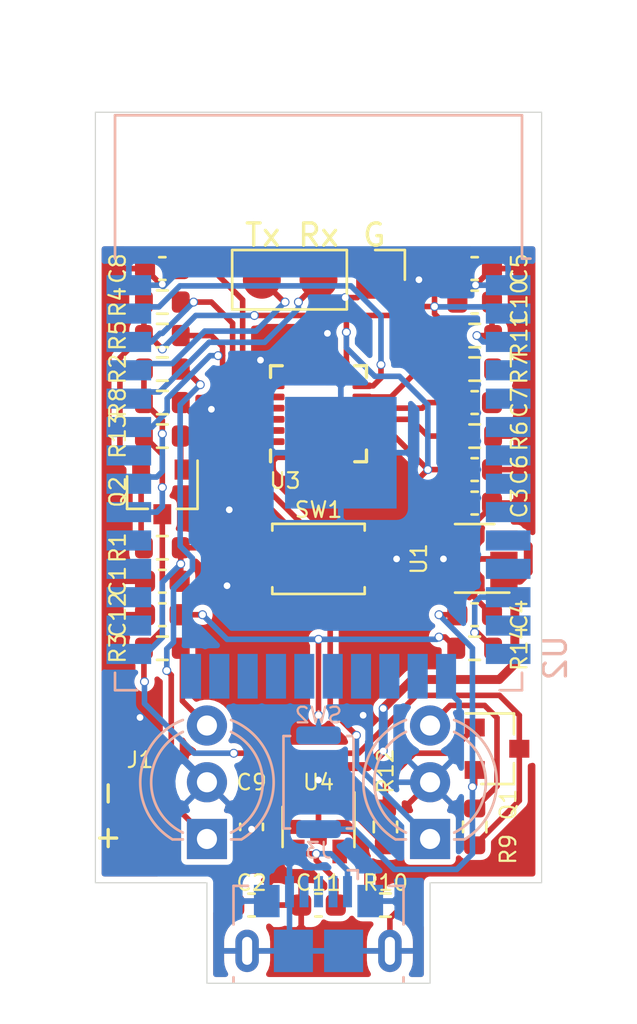
<source format=kicad_pcb>
(kicad_pcb (version 20171130) (host pcbnew "(5.1.10)-1")

  (general
    (thickness 1)
    (drawings 56)
    (tracks 348)
    (zones 0)
    (modules 39)
    (nets 59)
  )

  (page A4)
  (layers
    (0 F.Cu signal)
    (31 B.Cu signal)
    (32 B.Adhes user)
    (33 F.Adhes user)
    (34 B.Paste user)
    (35 F.Paste user)
    (36 B.SilkS user)
    (37 F.SilkS user)
    (38 B.Mask user)
    (39 F.Mask user)
    (40 Dwgs.User user)
    (41 Cmts.User user)
    (42 Eco1.User user)
    (43 Eco2.User user)
    (44 Edge.Cuts user)
    (45 Margin user)
    (46 B.CrtYd user)
    (47 F.CrtYd user)
    (48 B.Fab user)
    (49 F.Fab user)
  )

  (setup
    (last_trace_width 0.25)
    (trace_clearance 0.2)
    (zone_clearance 0.254)
    (zone_45_only no)
    (trace_min 0)
    (via_size 0.4)
    (via_drill 0.3)
    (via_min_size 0.4)
    (via_min_drill 0.3)
    (uvia_size 0.3)
    (uvia_drill 0.1)
    (uvias_allowed no)
    (uvia_min_size 0.2)
    (uvia_min_drill 0.1)
    (edge_width 0.05)
    (segment_width 0.2)
    (pcb_text_width 0.3)
    (pcb_text_size 1.5 1.5)
    (mod_edge_width 0.12)
    (mod_text_size 1 1)
    (mod_text_width 0.15)
    (pad_size 1.05 1.9)
    (pad_drill 0.45)
    (pad_to_mask_clearance 0)
    (aux_axis_origin 0 0)
    (visible_elements 7FFDFFFF)
    (pcbplotparams
      (layerselection 0x010fc_ffffffff)
      (usegerberextensions false)
      (usegerberattributes false)
      (usegerberadvancedattributes false)
      (creategerberjobfile false)
      (excludeedgelayer true)
      (linewidth 0.100000)
      (plotframeref false)
      (viasonmask false)
      (mode 1)
      (useauxorigin false)
      (hpglpennumber 1)
      (hpglpenspeed 20)
      (hpglpendiameter 15.000000)
      (psnegative false)
      (psa4output false)
      (plotreference true)
      (plotvalue false)
      (plotinvisibletext false)
      (padsonsilk false)
      (subtractmaskfromsilk false)
      (outputformat 1)
      (mirror false)
      (drillshape 0)
      (scaleselection 1)
      (outputdirectory "gerber/"))
  )

  (net 0 "")
  (net 1 Earth)
  (net 2 BOOT)
  (net 3 "Net-(C3-Pad2)")
  (net 4 +3V3)
  (net 5 "Net-(C7-Pad2)")
  (net 6 "Net-(C8-Pad2)")
  (net 7 "Net-(D1-Pad3)")
  (net 8 "Net-(D1-Pad1)")
  (net 9 "Net-(D2-Pad3)")
  (net 10 "Net-(D2-Pad1)")
  (net 11 LED_GRN)
  (net 12 LED_RED)
  (net 13 SCL)
  (net 14 SDA)
  (net 15 "Net-(R6-Pad1)")
  (net 16 "Net-(R7-Pad1)")
  (net 17 INT)
  (net 18 "Net-(U2-Pad32)")
  (net 19 "Net-(U2-Pad29)")
  (net 20 "Net-(U2-Pad28)")
  (net 21 "Net-(U2-Pad27)")
  (net 22 "Net-(U2-Pad26)")
  (net 23 "Net-(U2-Pad24)")
  (net 24 "Net-(U2-Pad23)")
  (net 25 "Net-(U2-Pad22)")
  (net 26 "Net-(U2-Pad21)")
  (net 27 "Net-(U2-Pad20)")
  (net 28 "Net-(U2-Pad19)")
  (net 29 "Net-(U2-Pad18)")
  (net 30 "Net-(U2-Pad17)")
  (net 31 "Net-(U2-Pad16)")
  (net 32 "Net-(U2-Pad14)")
  (net 33 "Net-(U2-Pad13)")
  (net 34 "Net-(U2-Pad11)")
  (net 35 "Net-(U2-Pad10)")
  (net 36 "Net-(U2-Pad9)")
  (net 37 "Net-(U2-Pad8)")
  (net 38 "Net-(U2-Pad7)")
  (net 39 "Net-(U2-Pad6)")
  (net 40 "Net-(U2-Pad5)")
  (net 41 "Net-(U2-Pad4)")
  (net 42 EN)
  (net 43 "Net-(U3-Pad7)")
  (net 44 "Net-(U3-Pad6)")
  (net 45 TX)
  (net 46 RX)
  (net 47 BATT)
  (net 48 "Net-(J3-Pad3)")
  (net 49 "Net-(J3-Pad4)")
  (net 50 "Net-(J3-Pad2)")
  (net 51 "Net-(R10-Pad1)")
  (net 52 VBUS)
  (net 53 CHRG)
  (net 54 "Net-(Q1-Pad3)")
  (net 55 "Net-(Q1-Pad1)")
  (net 56 "Net-(Q2-Pad1)")
  (net 57 "Net-(C12-Pad2)")
  (net 58 BTN)

  (net_class Default "This is the default net class."
    (clearance 0.2)
    (trace_width 0.25)
    (via_dia 0.4)
    (via_drill 0.3)
    (uvia_dia 0.3)
    (uvia_drill 0.1)
    (add_net +3V3)
    (add_net BOOT)
    (add_net BTN)
    (add_net CHRG)
    (add_net EN)
    (add_net Earth)
    (add_net INT)
    (add_net LED_GRN)
    (add_net LED_RED)
    (add_net "Net-(C12-Pad2)")
    (add_net "Net-(C3-Pad2)")
    (add_net "Net-(C7-Pad2)")
    (add_net "Net-(C8-Pad2)")
    (add_net "Net-(D1-Pad1)")
    (add_net "Net-(D1-Pad3)")
    (add_net "Net-(D2-Pad1)")
    (add_net "Net-(D2-Pad3)")
    (add_net "Net-(J3-Pad2)")
    (add_net "Net-(J3-Pad3)")
    (add_net "Net-(J3-Pad4)")
    (add_net "Net-(Q1-Pad1)")
    (add_net "Net-(Q1-Pad3)")
    (add_net "Net-(Q2-Pad1)")
    (add_net "Net-(R10-Pad1)")
    (add_net "Net-(R6-Pad1)")
    (add_net "Net-(R7-Pad1)")
    (add_net "Net-(U2-Pad10)")
    (add_net "Net-(U2-Pad11)")
    (add_net "Net-(U2-Pad13)")
    (add_net "Net-(U2-Pad14)")
    (add_net "Net-(U2-Pad16)")
    (add_net "Net-(U2-Pad17)")
    (add_net "Net-(U2-Pad18)")
    (add_net "Net-(U2-Pad19)")
    (add_net "Net-(U2-Pad20)")
    (add_net "Net-(U2-Pad21)")
    (add_net "Net-(U2-Pad22)")
    (add_net "Net-(U2-Pad23)")
    (add_net "Net-(U2-Pad24)")
    (add_net "Net-(U2-Pad26)")
    (add_net "Net-(U2-Pad27)")
    (add_net "Net-(U2-Pad28)")
    (add_net "Net-(U2-Pad29)")
    (add_net "Net-(U2-Pad32)")
    (add_net "Net-(U2-Pad4)")
    (add_net "Net-(U2-Pad5)")
    (add_net "Net-(U2-Pad6)")
    (add_net "Net-(U2-Pad7)")
    (add_net "Net-(U2-Pad8)")
    (add_net "Net-(U2-Pad9)")
    (add_net "Net-(U3-Pad6)")
    (add_net "Net-(U3-Pad7)")
    (add_net RX)
    (add_net SCL)
    (add_net SDA)
    (add_net TX)
    (add_net VBUS)
  )

  (net_class pwr ""
    (clearance 0.2)
    (trace_width 0.4)
    (via_dia 0.4)
    (via_drill 0.3)
    (uvia_dia 0.3)
    (uvia_drill 0.1)
    (add_net BATT)
  )

  (module RF_Module:ESP32-WROOM-32 (layer B.Cu) (tedit 5B5B4654) (tstamp 6183DE65)
    (at 10 16 180)
    (descr "Single 2.4 GHz Wi-Fi and Bluetooth combo chip https://www.espressif.com/sites/default/files/documentation/esp32-wroom-32_datasheet_en.pdf")
    (tags "Single 2.4 GHz Wi-Fi and Bluetooth combo  chip")
    (path /6167A4EF)
    (attr smd)
    (fp_text reference U2 (at -10.61 -8.43 270) (layer B.SilkS)
      (effects (font (size 1 1) (thickness 0.15)) (justify mirror))
    )
    (fp_text value ESP32-WROOM-32D (at 0 -11.5) (layer B.Fab)
      (effects (font (size 1 1) (thickness 0.15)) (justify mirror))
    )
    (fp_text user "5 mm" (at 7.8 19.075 270) (layer Cmts.User)
      (effects (font (size 0.5 0.5) (thickness 0.1)))
    )
    (fp_text user "5 mm" (at -11.2 14.375) (layer Cmts.User)
      (effects (font (size 0.5 0.5) (thickness 0.1)))
    )
    (fp_text user "5 mm" (at 11.8 14.375) (layer Cmts.User)
      (effects (font (size 0.5 0.5) (thickness 0.1)))
    )
    (fp_text user Antenna (at 0 13) (layer Cmts.User)
      (effects (font (size 1 1) (thickness 0.15)))
    )
    (fp_text user "KEEP-OUT ZONE" (at 0 19) (layer Cmts.User)
      (effects (font (size 1 1) (thickness 0.15)))
    )
    (fp_text user %R (at 0 0) (layer B.Fab)
      (effects (font (size 1 1) (thickness 0.15)) (justify mirror))
    )
    (fp_line (start -14 9.97) (end -14 20.75) (layer Dwgs.User) (width 0.1))
    (fp_line (start 9 -9.76) (end 9 15.745) (layer B.Fab) (width 0.1))
    (fp_line (start -9 -9.76) (end 9 -9.76) (layer B.Fab) (width 0.1))
    (fp_line (start -9 15.745) (end -9 10.02) (layer B.Fab) (width 0.1))
    (fp_line (start -9 15.745) (end 9 15.745) (layer B.Fab) (width 0.1))
    (fp_line (start -9.75 -10.5) (end -9.75 9.72) (layer B.CrtYd) (width 0.05))
    (fp_line (start -9.75 -10.5) (end 9.75 -10.5) (layer B.CrtYd) (width 0.05))
    (fp_line (start 9.75 9.72) (end 9.75 -10.5) (layer B.CrtYd) (width 0.05))
    (fp_line (start -14.25 21) (end 14.25 21) (layer B.CrtYd) (width 0.05))
    (fp_line (start -9 9.02) (end -9 -9.76) (layer B.Fab) (width 0.1))
    (fp_line (start -8.5 9.52) (end -9 10.02) (layer B.Fab) (width 0.1))
    (fp_line (start -9 9.02) (end -8.5 9.52) (layer B.Fab) (width 0.1))
    (fp_line (start 14 9.97) (end -14 9.97) (layer Dwgs.User) (width 0.1))
    (fp_line (start 14 9.97) (end 14 20.75) (layer Dwgs.User) (width 0.1))
    (fp_line (start 14 20.75) (end -14 20.75) (layer Dwgs.User) (width 0.1))
    (fp_line (start -14.25 21) (end -14.25 9.72) (layer B.CrtYd) (width 0.05))
    (fp_line (start 14.25 21) (end 14.25 9.72) (layer B.CrtYd) (width 0.05))
    (fp_line (start -14.25 9.72) (end -9.75 9.72) (layer B.CrtYd) (width 0.05))
    (fp_line (start 9.75 9.72) (end 14.25 9.72) (layer B.CrtYd) (width 0.05))
    (fp_line (start -12.525 20.75) (end -14 19.66) (layer Dwgs.User) (width 0.1))
    (fp_line (start -10.525 20.75) (end -14 18.045) (layer Dwgs.User) (width 0.1))
    (fp_line (start -8.525 20.75) (end -14 16.43) (layer Dwgs.User) (width 0.1))
    (fp_line (start -6.525 20.75) (end -14 14.815) (layer Dwgs.User) (width 0.1))
    (fp_line (start -4.525 20.75) (end -14 13.2) (layer Dwgs.User) (width 0.1))
    (fp_line (start -2.525 20.75) (end -14 11.585) (layer Dwgs.User) (width 0.1))
    (fp_line (start -0.525 20.75) (end -14 9.97) (layer Dwgs.User) (width 0.1))
    (fp_line (start 1.475 20.75) (end -12 9.97) (layer Dwgs.User) (width 0.1))
    (fp_line (start 3.475 20.75) (end -10 9.97) (layer Dwgs.User) (width 0.1))
    (fp_line (start -8 9.97) (end 5.475 20.75) (layer Dwgs.User) (width 0.1))
    (fp_line (start 7.475 20.75) (end -6 9.97) (layer Dwgs.User) (width 0.1))
    (fp_line (start 9.475 20.75) (end -4 9.97) (layer Dwgs.User) (width 0.1))
    (fp_line (start 11.475 20.75) (end -2 9.97) (layer Dwgs.User) (width 0.1))
    (fp_line (start 13.475 20.75) (end 0 9.97) (layer Dwgs.User) (width 0.1))
    (fp_line (start 14 19.66) (end 2 9.97) (layer Dwgs.User) (width 0.1))
    (fp_line (start 14 18.045) (end 4 9.97) (layer Dwgs.User) (width 0.1))
    (fp_line (start 14 16.43) (end 6 9.97) (layer Dwgs.User) (width 0.1))
    (fp_line (start 14 14.815) (end 8 9.97) (layer Dwgs.User) (width 0.1))
    (fp_line (start 14 13.2) (end 10 9.97) (layer Dwgs.User) (width 0.1))
    (fp_line (start 14 11.585) (end 12 9.97) (layer Dwgs.User) (width 0.1))
    (fp_line (start 9.2 13.875) (end 13.8 13.875) (layer Cmts.User) (width 0.1))
    (fp_line (start 13.8 13.875) (end 13.6 14.075) (layer Cmts.User) (width 0.1))
    (fp_line (start 13.8 13.875) (end 13.6 13.675) (layer Cmts.User) (width 0.1))
    (fp_line (start 9.2 13.875) (end 9.4 14.075) (layer Cmts.User) (width 0.1))
    (fp_line (start 9.2 13.875) (end 9.4 13.675) (layer Cmts.User) (width 0.1))
    (fp_line (start -13.8 13.875) (end -13.6 14.075) (layer Cmts.User) (width 0.1))
    (fp_line (start -13.8 13.875) (end -13.6 13.675) (layer Cmts.User) (width 0.1))
    (fp_line (start -9.2 13.875) (end -9.4 13.675) (layer Cmts.User) (width 0.1))
    (fp_line (start -13.8 13.875) (end -9.2 13.875) (layer Cmts.User) (width 0.1))
    (fp_line (start -9.2 13.875) (end -9.4 14.075) (layer Cmts.User) (width 0.1))
    (fp_line (start 8.4 16) (end 8.2 16.2) (layer Cmts.User) (width 0.1))
    (fp_line (start 8.4 16) (end 8.6 16.2) (layer Cmts.User) (width 0.1))
    (fp_line (start 8.4 20.6) (end 8.6 20.4) (layer Cmts.User) (width 0.1))
    (fp_line (start 8.4 16) (end 8.4 20.6) (layer Cmts.User) (width 0.1))
    (fp_line (start 8.4 20.6) (end 8.2 20.4) (layer Cmts.User) (width 0.1))
    (fp_line (start -9.12 -9.1) (end -9.12 -9.88) (layer B.SilkS) (width 0.12))
    (fp_line (start -9.12 -9.88) (end -8.12 -9.88) (layer B.SilkS) (width 0.12))
    (fp_line (start 9.12 -9.1) (end 9.12 -9.88) (layer B.SilkS) (width 0.12))
    (fp_line (start 9.12 -9.88) (end 8.12 -9.88) (layer B.SilkS) (width 0.12))
    (fp_line (start -9.12 15.865) (end 9.12 15.865) (layer B.SilkS) (width 0.12))
    (fp_line (start 9.12 15.865) (end 9.12 9.445) (layer B.SilkS) (width 0.12))
    (fp_line (start -9.12 15.865) (end -9.12 9.445) (layer B.SilkS) (width 0.12))
    (fp_line (start -9.12 9.445) (end -9.5 9.445) (layer B.SilkS) (width 0.12))
    (pad 38 smd rect (at 8.5 8.255 180) (size 2 0.9) (layers B.Cu B.Paste B.Mask)
      (net 1 Earth))
    (pad 37 smd rect (at 8.5 6.985 180) (size 2 0.9) (layers B.Cu B.Paste B.Mask)
      (net 17 INT))
    (pad 36 smd rect (at 8.5 5.715 180) (size 2 0.9) (layers B.Cu B.Paste B.Mask)
      (net 13 SCL))
    (pad 35 smd rect (at 8.5 4.445 180) (size 2 0.9) (layers B.Cu B.Paste B.Mask)
      (net 45 TX))
    (pad 34 smd rect (at 8.5 3.175 180) (size 2 0.9) (layers B.Cu B.Paste B.Mask)
      (net 46 RX))
    (pad 33 smd rect (at 8.5 1.905 180) (size 2 0.9) (layers B.Cu B.Paste B.Mask)
      (net 14 SDA))
    (pad 32 smd rect (at 8.5 0.635 180) (size 2 0.9) (layers B.Cu B.Paste B.Mask)
      (net 18 "Net-(U2-Pad32)"))
    (pad 31 smd rect (at 8.5 -0.635 180) (size 2 0.9) (layers B.Cu B.Paste B.Mask)
      (net 11 LED_GRN))
    (pad 30 smd rect (at 8.5 -1.905 180) (size 2 0.9) (layers B.Cu B.Paste B.Mask)
      (net 12 LED_RED))
    (pad 29 smd rect (at 8.5 -3.175 180) (size 2 0.9) (layers B.Cu B.Paste B.Mask)
      (net 19 "Net-(U2-Pad29)"))
    (pad 28 smd rect (at 8.5 -4.445 180) (size 2 0.9) (layers B.Cu B.Paste B.Mask)
      (net 20 "Net-(U2-Pad28)"))
    (pad 27 smd rect (at 8.5 -5.715 180) (size 2 0.9) (layers B.Cu B.Paste B.Mask)
      (net 21 "Net-(U2-Pad27)"))
    (pad 26 smd rect (at 8.5 -6.985 180) (size 2 0.9) (layers B.Cu B.Paste B.Mask)
      (net 22 "Net-(U2-Pad26)"))
    (pad 25 smd rect (at 8.5 -8.255 180) (size 2 0.9) (layers B.Cu B.Paste B.Mask)
      (net 2 BOOT))
    (pad 24 smd rect (at 5.715 -9.255 90) (size 2 0.9) (layers B.Cu B.Paste B.Mask)
      (net 23 "Net-(U2-Pad24)"))
    (pad 23 smd rect (at 4.445 -9.255 90) (size 2 0.9) (layers B.Cu B.Paste B.Mask)
      (net 24 "Net-(U2-Pad23)"))
    (pad 22 smd rect (at 3.175 -9.255 90) (size 2 0.9) (layers B.Cu B.Paste B.Mask)
      (net 25 "Net-(U2-Pad22)"))
    (pad 21 smd rect (at 1.905 -9.255 90) (size 2 0.9) (layers B.Cu B.Paste B.Mask)
      (net 26 "Net-(U2-Pad21)"))
    (pad 20 smd rect (at 0.635 -9.255 90) (size 2 0.9) (layers B.Cu B.Paste B.Mask)
      (net 27 "Net-(U2-Pad20)"))
    (pad 19 smd rect (at -0.635 -9.255 90) (size 2 0.9) (layers B.Cu B.Paste B.Mask)
      (net 28 "Net-(U2-Pad19)"))
    (pad 18 smd rect (at -1.905 -9.255 90) (size 2 0.9) (layers B.Cu B.Paste B.Mask)
      (net 29 "Net-(U2-Pad18)"))
    (pad 17 smd rect (at -3.175 -9.255 90) (size 2 0.9) (layers B.Cu B.Paste B.Mask)
      (net 30 "Net-(U2-Pad17)"))
    (pad 16 smd rect (at -4.445 -9.255 90) (size 2 0.9) (layers B.Cu B.Paste B.Mask)
      (net 31 "Net-(U2-Pad16)"))
    (pad 15 smd rect (at -5.715 -9.255 90) (size 2 0.9) (layers B.Cu B.Paste B.Mask)
      (net 1 Earth))
    (pad 14 smd rect (at -8.5 -8.255 180) (size 2 0.9) (layers B.Cu B.Paste B.Mask)
      (net 32 "Net-(U2-Pad14)"))
    (pad 13 smd rect (at -8.5 -6.985 180) (size 2 0.9) (layers B.Cu B.Paste B.Mask)
      (net 33 "Net-(U2-Pad13)"))
    (pad 12 smd rect (at -8.5 -5.715 180) (size 2 0.9) (layers B.Cu B.Paste B.Mask)
      (net 58 BTN))
    (pad 11 smd rect (at -8.5 -4.445 180) (size 2 0.9) (layers B.Cu B.Paste B.Mask)
      (net 34 "Net-(U2-Pad11)"))
    (pad 10 smd rect (at -8.5 -3.175 180) (size 2 0.9) (layers B.Cu B.Paste B.Mask)
      (net 35 "Net-(U2-Pad10)"))
    (pad 9 smd rect (at -8.5 -1.905 180) (size 2 0.9) (layers B.Cu B.Paste B.Mask)
      (net 36 "Net-(U2-Pad9)"))
    (pad 8 smd rect (at -8.5 -0.635 180) (size 2 0.9) (layers B.Cu B.Paste B.Mask)
      (net 37 "Net-(U2-Pad8)"))
    (pad 7 smd rect (at -8.5 0.635 180) (size 2 0.9) (layers B.Cu B.Paste B.Mask)
      (net 38 "Net-(U2-Pad7)"))
    (pad 6 smd rect (at -8.5 1.905 180) (size 2 0.9) (layers B.Cu B.Paste B.Mask)
      (net 39 "Net-(U2-Pad6)"))
    (pad 5 smd rect (at -8.5 3.175 180) (size 2 0.9) (layers B.Cu B.Paste B.Mask)
      (net 40 "Net-(U2-Pad5)"))
    (pad 4 smd rect (at -8.5 4.445 180) (size 2 0.9) (layers B.Cu B.Paste B.Mask)
      (net 41 "Net-(U2-Pad4)"))
    (pad 3 smd rect (at -8.5 5.715 180) (size 2 0.9) (layers B.Cu B.Paste B.Mask)
      (net 42 EN))
    (pad 2 smd rect (at -8.5 6.985 180) (size 2 0.9) (layers B.Cu B.Paste B.Mask)
      (net 4 +3V3))
    (pad 1 smd rect (at -8.5 8.255 180) (size 2 0.9) (layers B.Cu B.Paste B.Mask)
      (net 1 Earth))
    (pad 39 smd rect (at -1 0.755 180) (size 5 5) (layers B.Cu B.Paste B.Mask)
      (net 1 Earth))
    (model ${KISYS3DMOD}/RF_Module.3dshapes/ESP32-WROOM-32.wrl
      (at (xyz 0 0 0))
      (scale (xyz 1 1 1))
      (rotate (xyz 0 0 0))
    )
  )

  (module Button_Switch_SMD:SW_Push_SPST_NO_Alps_SKRK (layer B.Cu) (tedit 5C2A8900) (tstamp 61837F1F)
    (at 10 30 90)
    (descr http://www.alps.com/prod/info/E/HTML/Tact/SurfaceMount/SKRK/SKRKAHE020.html)
    (tags "SMD SMT button")
    (path /61839178)
    (attr smd)
    (fp_text reference SW2 (at 3 0 180) (layer B.SilkS)
      (effects (font (size 0.7 0.7) (thickness 0.1)) (justify mirror))
    )
    (fp_text value pwr (at 0 -2.5 90) (layer B.Fab)
      (effects (font (size 1 1) (thickness 0.15)) (justify mirror))
    )
    (fp_text user %R (at 0 0 90) (layer B.Fab)
      (effects (font (size 1 1) (thickness 0.15)) (justify mirror))
    )
    (fp_line (start -2.07 1.57) (end 2.07 1.57) (layer B.SilkS) (width 0.12))
    (fp_line (start 2.07 -1.27) (end 2.07 -1.57) (layer B.SilkS) (width 0.12))
    (fp_line (start 2.07 -1.57) (end -2.07 -1.57) (layer B.SilkS) (width 0.12))
    (fp_line (start -2.07 1.27) (end -2.07 1.57) (layer B.SilkS) (width 0.12))
    (fp_circle (center 0 0) (end 1 0) (layer B.Fab) (width 0.1))
    (fp_line (start -2.75 1.7) (end 2.75 1.7) (layer B.CrtYd) (width 0.05))
    (fp_line (start 2.75 1.7) (end 2.75 -1.7) (layer B.CrtYd) (width 0.05))
    (fp_line (start 2.75 -1.7) (end -2.75 -1.7) (layer B.CrtYd) (width 0.05))
    (fp_line (start -2.75 -1.7) (end -2.75 1.7) (layer B.CrtYd) (width 0.05))
    (fp_line (start 1.95 -1.45) (end -1.95 -1.45) (layer B.Fab) (width 0.1))
    (fp_line (start -1.95 -1.45) (end -1.95 1.45) (layer B.Fab) (width 0.1))
    (fp_line (start -1.95 1.45) (end 1.95 1.45) (layer B.Fab) (width 0.1))
    (fp_line (start 1.95 1.45) (end 1.95 -1.45) (layer B.Fab) (width 0.1))
    (fp_line (start -2.07 -1.57) (end -2.07 -1.27) (layer B.SilkS) (width 0.12))
    (fp_line (start 2.07 1.57) (end 2.07 1.27) (layer B.SilkS) (width 0.12))
    (pad 1 smd roundrect (at -2.1 0 90) (size 0.8 2) (layers B.Cu B.Paste B.Mask) (roundrect_rratio 0.25)
      (net 4 +3V3))
    (pad 2 smd roundrect (at 2.1 0 90) (size 0.8 2) (layers B.Cu B.Paste B.Mask) (roundrect_rratio 0.25)
      (net 57 "Net-(C12-Pad2)"))
    (model ${KISYS3DMOD}/Button_Switch_SMD.3dshapes/SW_SPST_B3U-1000P-B.step
      (at (xyz 0 0 0))
      (scale (xyz 1 1 1))
      (rotate (xyz 0 0 0))
    )
  )

  (module Resistor_SMD:R_0603_1608Metric (layer F.Cu) (tedit 5F68FEEE) (tstamp 61837EDF)
    (at 17 24)
    (descr "Resistor SMD 0603 (1608 Metric), square (rectangular) end terminal, IPC_7351 nominal, (Body size source: IPC-SM-782 page 72, https://www.pcb-3d.com/wordpress/wp-content/uploads/ipc-sm-782a_amendment_1_and_2.pdf), generated with kicad-footprint-generator")
    (tags resistor)
    (path /6183A7C4)
    (attr smd)
    (fp_text reference R14 (at 2 0 90) (layer F.SilkS)
      (effects (font (size 0.7 0.7) (thickness 0.1)))
    )
    (fp_text value 1k (at 0 1.43) (layer F.Fab)
      (effects (font (size 1 1) (thickness 0.15)))
    )
    (fp_text user %R (at 0 0) (layer F.Fab)
      (effects (font (size 0.4 0.4) (thickness 0.06)))
    )
    (fp_line (start -0.8 0.4125) (end -0.8 -0.4125) (layer F.Fab) (width 0.1))
    (fp_line (start -0.8 -0.4125) (end 0.8 -0.4125) (layer F.Fab) (width 0.1))
    (fp_line (start 0.8 -0.4125) (end 0.8 0.4125) (layer F.Fab) (width 0.1))
    (fp_line (start 0.8 0.4125) (end -0.8 0.4125) (layer F.Fab) (width 0.1))
    (fp_line (start -0.237258 -0.5225) (end 0.237258 -0.5225) (layer F.SilkS) (width 0.12))
    (fp_line (start -0.237258 0.5225) (end 0.237258 0.5225) (layer F.SilkS) (width 0.12))
    (fp_line (start -1.48 0.73) (end -1.48 -0.73) (layer F.CrtYd) (width 0.05))
    (fp_line (start -1.48 -0.73) (end 1.48 -0.73) (layer F.CrtYd) (width 0.05))
    (fp_line (start 1.48 -0.73) (end 1.48 0.73) (layer F.CrtYd) (width 0.05))
    (fp_line (start 1.48 0.73) (end -1.48 0.73) (layer F.CrtYd) (width 0.05))
    (pad 2 smd roundrect (at 0.825 0) (size 0.8 0.95) (layers F.Cu F.Paste F.Mask) (roundrect_rratio 0.25)
      (net 58 BTN))
    (pad 1 smd roundrect (at -0.825 0) (size 0.8 0.95) (layers F.Cu F.Paste F.Mask) (roundrect_rratio 0.25)
      (net 57 "Net-(C12-Pad2)"))
    (model ${KISYS3DMOD}/Resistor_SMD.3dshapes/R_0603_1608Metric.wrl
      (at (xyz 0 0 0))
      (scale (xyz 1 1 1))
      (rotate (xyz 0 0 0))
    )
  )

  (module Capacitor_SMD:C_0603_1608Metric (layer F.Cu) (tedit 5F68FEEE) (tstamp 61837C10)
    (at 3 22.5)
    (descr "Capacitor SMD 0603 (1608 Metric), square (rectangular) end terminal, IPC_7351 nominal, (Body size source: IPC-SM-782 page 76, https://www.pcb-3d.com/wordpress/wp-content/uploads/ipc-sm-782a_amendment_1_and_2.pdf), generated with kicad-footprint-generator")
    (tags capacitor)
    (path /6183AD32)
    (attr smd)
    (fp_text reference C12 (at -2 0 90) (layer F.SilkS)
      (effects (font (size 0.7 0.7) (thickness 0.1)))
    )
    (fp_text value 0.1u (at 0 1.43) (layer F.Fab)
      (effects (font (size 1 1) (thickness 0.15)))
    )
    (fp_text user %R (at 0 0) (layer F.Fab)
      (effects (font (size 0.4 0.4) (thickness 0.06)))
    )
    (fp_line (start -0.8 0.4) (end -0.8 -0.4) (layer F.Fab) (width 0.1))
    (fp_line (start -0.8 -0.4) (end 0.8 -0.4) (layer F.Fab) (width 0.1))
    (fp_line (start 0.8 -0.4) (end 0.8 0.4) (layer F.Fab) (width 0.1))
    (fp_line (start 0.8 0.4) (end -0.8 0.4) (layer F.Fab) (width 0.1))
    (fp_line (start -0.14058 -0.51) (end 0.14058 -0.51) (layer F.SilkS) (width 0.12))
    (fp_line (start -0.14058 0.51) (end 0.14058 0.51) (layer F.SilkS) (width 0.12))
    (fp_line (start -1.48 0.73) (end -1.48 -0.73) (layer F.CrtYd) (width 0.05))
    (fp_line (start -1.48 -0.73) (end 1.48 -0.73) (layer F.CrtYd) (width 0.05))
    (fp_line (start 1.48 -0.73) (end 1.48 0.73) (layer F.CrtYd) (width 0.05))
    (fp_line (start 1.48 0.73) (end -1.48 0.73) (layer F.CrtYd) (width 0.05))
    (pad 2 smd roundrect (at 0.775 0) (size 0.9 0.95) (layers F.Cu F.Paste F.Mask) (roundrect_rratio 0.25)
      (net 57 "Net-(C12-Pad2)"))
    (pad 1 smd roundrect (at -0.775 0) (size 0.9 0.95) (layers F.Cu F.Paste F.Mask) (roundrect_rratio 0.25)
      (net 1 Earth))
    (model ${KISYS3DMOD}/Capacitor_SMD.3dshapes/C_0603_1608Metric.wrl
      (at (xyz 0 0 0))
      (scale (xyz 1 1 1))
      (rotate (xyz 0 0 0))
    )
  )

  (module tp:boot (layer F.Cu) (tedit 614BE33C) (tstamp 6181230E)
    (at 2 32.5 90)
    (path /6173F585)
    (fp_text reference J1 (at 3.5 0) (layer F.SilkS)
      (effects (font (size 0.7 0.7) (thickness 0.1)))
    )
    (fp_text value Li-Po (at 0 -0.5 90) (layer F.Fab)
      (effects (font (size 1 1) (thickness 0.15)))
    )
    (pad 2 smd rect (at 2 0 90) (size 1.5 1.5) (layers F.Cu F.Paste F.Mask)
      (net 1 Earth))
    (pad 1 smd rect (at 0 0 90) (size 1.5 1.5) (layers F.Cu F.Paste F.Mask)
      (net 47 BATT))
  )

  (module Resistor_SMD:R_0603_1608Metric (layer F.Cu) (tedit 5F68FEEE) (tstamp 6180CEB7)
    (at 3 14.5 180)
    (descr "Resistor SMD 0603 (1608 Metric), square (rectangular) end terminal, IPC_7351 nominal, (Body size source: IPC-SM-782 page 72, https://www.pcb-3d.com/wordpress/wp-content/uploads/ipc-sm-782a_amendment_1_and_2.pdf), generated with kicad-footprint-generator")
    (tags resistor)
    (path /61AB43BF)
    (attr smd)
    (fp_text reference R13 (at 2 0 90) (layer F.SilkS)
      (effects (font (size 0.7 0.7) (thickness 0.1)))
    )
    (fp_text value 33k (at 0 1.43) (layer F.Fab)
      (effects (font (size 1 1) (thickness 0.15)))
    )
    (fp_line (start -0.8 0.4125) (end -0.8 -0.4125) (layer F.Fab) (width 0.1))
    (fp_line (start -0.8 -0.4125) (end 0.8 -0.4125) (layer F.Fab) (width 0.1))
    (fp_line (start 0.8 -0.4125) (end 0.8 0.4125) (layer F.Fab) (width 0.1))
    (fp_line (start 0.8 0.4125) (end -0.8 0.4125) (layer F.Fab) (width 0.1))
    (fp_line (start -0.237258 -0.5225) (end 0.237258 -0.5225) (layer F.SilkS) (width 0.12))
    (fp_line (start -0.237258 0.5225) (end 0.237258 0.5225) (layer F.SilkS) (width 0.12))
    (fp_line (start -1.48 0.73) (end -1.48 -0.73) (layer F.CrtYd) (width 0.05))
    (fp_line (start -1.48 -0.73) (end 1.48 -0.73) (layer F.CrtYd) (width 0.05))
    (fp_line (start 1.48 -0.73) (end 1.48 0.73) (layer F.CrtYd) (width 0.05))
    (fp_line (start 1.48 0.73) (end -1.48 0.73) (layer F.CrtYd) (width 0.05))
    (fp_text user %R (at 0 0) (layer F.Fab)
      (effects (font (size 0.4 0.4) (thickness 0.06)))
    )
    (pad 2 smd roundrect (at 0.825 0 180) (size 0.8 0.95) (layers F.Cu F.Paste F.Mask) (roundrect_rratio 0.25)
      (net 12 LED_RED))
    (pad 1 smd roundrect (at -0.825 0 180) (size 0.8 0.95) (layers F.Cu F.Paste F.Mask) (roundrect_rratio 0.25)
      (net 56 "Net-(Q2-Pad1)"))
    (model ${KISYS3DMOD}/Resistor_SMD.3dshapes/R_0603_1608Metric.wrl
      (at (xyz 0 0 0))
      (scale (xyz 1 1 1))
      (rotate (xyz 0 0 0))
    )
  )

  (module Resistor_SMD:R_0603_1608Metric (layer F.Cu) (tedit 5F68FEEE) (tstamp 6180CEA6)
    (at 13 32 270)
    (descr "Resistor SMD 0603 (1608 Metric), square (rectangular) end terminal, IPC_7351 nominal, (Body size source: IPC-SM-782 page 72, https://www.pcb-3d.com/wordpress/wp-content/uploads/ipc-sm-782a_amendment_1_and_2.pdf), generated with kicad-footprint-generator")
    (tags resistor)
    (path /61AB3D75)
    (attr smd)
    (fp_text reference R12 (at -2.5 0 90) (layer F.SilkS)
      (effects (font (size 0.7 0.7) (thickness 0.1)))
    )
    (fp_text value 33k (at 0 1.43 90) (layer F.Fab)
      (effects (font (size 1 1) (thickness 0.15)))
    )
    (fp_line (start -0.8 0.4125) (end -0.8 -0.4125) (layer F.Fab) (width 0.1))
    (fp_line (start -0.8 -0.4125) (end 0.8 -0.4125) (layer F.Fab) (width 0.1))
    (fp_line (start 0.8 -0.4125) (end 0.8 0.4125) (layer F.Fab) (width 0.1))
    (fp_line (start 0.8 0.4125) (end -0.8 0.4125) (layer F.Fab) (width 0.1))
    (fp_line (start -0.237258 -0.5225) (end 0.237258 -0.5225) (layer F.SilkS) (width 0.12))
    (fp_line (start -0.237258 0.5225) (end 0.237258 0.5225) (layer F.SilkS) (width 0.12))
    (fp_line (start -1.48 0.73) (end -1.48 -0.73) (layer F.CrtYd) (width 0.05))
    (fp_line (start -1.48 -0.73) (end 1.48 -0.73) (layer F.CrtYd) (width 0.05))
    (fp_line (start 1.48 -0.73) (end 1.48 0.73) (layer F.CrtYd) (width 0.05))
    (fp_line (start 1.48 0.73) (end -1.48 0.73) (layer F.CrtYd) (width 0.05))
    (fp_text user %R (at 0 0 90) (layer F.Fab)
      (effects (font (size 0.4 0.4) (thickness 0.06)))
    )
    (pad 2 smd roundrect (at 0.825 0 270) (size 0.8 0.95) (layers F.Cu F.Paste F.Mask) (roundrect_rratio 0.25)
      (net 53 CHRG))
    (pad 1 smd roundrect (at -0.825 0 270) (size 0.8 0.95) (layers F.Cu F.Paste F.Mask) (roundrect_rratio 0.25)
      (net 55 "Net-(Q1-Pad1)"))
    (model ${KISYS3DMOD}/Resistor_SMD.3dshapes/R_0603_1608Metric.wrl
      (at (xyz 0 0 0))
      (scale (xyz 1 1 1))
      (rotate (xyz 0 0 0))
    )
  )

  (module Package_TO_SOT_SMD:SOT-23 (layer F.Cu) (tedit 5A02FF57) (tstamp 6180CD35)
    (at 3 17 270)
    (descr "SOT-23, Standard")
    (tags SOT-23)
    (path /61AAE72C)
    (attr smd)
    (fp_text reference Q2 (at 0 2 90) (layer F.SilkS)
      (effects (font (size 0.7 0.7) (thickness 0.1)))
    )
    (fp_text value BC856B,215 (at 0 2.5 90) (layer F.Fab)
      (effects (font (size 1 1) (thickness 0.15)))
    )
    (fp_line (start -0.7 -0.95) (end -0.7 1.5) (layer F.Fab) (width 0.1))
    (fp_line (start -0.15 -1.52) (end 0.7 -1.52) (layer F.Fab) (width 0.1))
    (fp_line (start -0.7 -0.95) (end -0.15 -1.52) (layer F.Fab) (width 0.1))
    (fp_line (start 0.7 -1.52) (end 0.7 1.52) (layer F.Fab) (width 0.1))
    (fp_line (start -0.7 1.52) (end 0.7 1.52) (layer F.Fab) (width 0.1))
    (fp_line (start 0.76 1.58) (end 0.76 0.65) (layer F.SilkS) (width 0.12))
    (fp_line (start 0.76 -1.58) (end 0.76 -0.65) (layer F.SilkS) (width 0.12))
    (fp_line (start -1.7 -1.75) (end 1.7 -1.75) (layer F.CrtYd) (width 0.05))
    (fp_line (start 1.7 -1.75) (end 1.7 1.75) (layer F.CrtYd) (width 0.05))
    (fp_line (start 1.7 1.75) (end -1.7 1.75) (layer F.CrtYd) (width 0.05))
    (fp_line (start -1.7 1.75) (end -1.7 -1.75) (layer F.CrtYd) (width 0.05))
    (fp_line (start 0.76 -1.58) (end -1.4 -1.58) (layer F.SilkS) (width 0.12))
    (fp_line (start 0.76 1.58) (end -0.7 1.58) (layer F.SilkS) (width 0.12))
    (fp_text user %R (at 0 0) (layer F.Fab)
      (effects (font (size 0.5 0.5) (thickness 0.075)))
    )
    (pad 3 smd rect (at 1 0 270) (size 0.9 0.8) (layers F.Cu F.Paste F.Mask)
      (net 54 "Net-(Q1-Pad3)"))
    (pad 2 smd rect (at -1 0.95 270) (size 0.9 0.8) (layers F.Cu F.Paste F.Mask)
      (net 4 +3V3))
    (pad 1 smd rect (at -1 -0.95 270) (size 0.9 0.8) (layers F.Cu F.Paste F.Mask)
      (net 56 "Net-(Q2-Pad1)"))
    (model ${KISYS3DMOD}/Package_TO_SOT_SMD.3dshapes/SOT-23.wrl
      (at (xyz 0 0 0))
      (scale (xyz 1 1 1))
      (rotate (xyz 0 0 0))
    )
  )

  (module Package_TO_SOT_SMD:SOT-23 (layer F.Cu) (tedit 5A02FF57) (tstamp 61812487)
    (at 18 28.5)
    (descr "SOT-23, Standard")
    (tags SOT-23)
    (path /61AAC79E)
    (attr smd)
    (fp_text reference Q1 (at 0.5 2.5 90) (layer F.SilkS)
      (effects (font (size 0.7 0.7) (thickness 0.1)))
    )
    (fp_text value BC856B,215 (at 0 2.5) (layer F.Fab)
      (effects (font (size 1 1) (thickness 0.15)))
    )
    (fp_line (start -0.7 -0.95) (end -0.7 1.5) (layer F.Fab) (width 0.1))
    (fp_line (start -0.15 -1.52) (end 0.7 -1.52) (layer F.Fab) (width 0.1))
    (fp_line (start -0.7 -0.95) (end -0.15 -1.52) (layer F.Fab) (width 0.1))
    (fp_line (start 0.7 -1.52) (end 0.7 1.52) (layer F.Fab) (width 0.1))
    (fp_line (start -0.7 1.52) (end 0.7 1.52) (layer F.Fab) (width 0.1))
    (fp_line (start 0.76 1.58) (end 0.76 0.65) (layer F.SilkS) (width 0.12))
    (fp_line (start 0.76 -1.58) (end 0.76 -0.65) (layer F.SilkS) (width 0.12))
    (fp_line (start -1.7 -1.75) (end 1.7 -1.75) (layer F.CrtYd) (width 0.05))
    (fp_line (start 1.7 -1.75) (end 1.7 1.75) (layer F.CrtYd) (width 0.05))
    (fp_line (start 1.7 1.75) (end -1.7 1.75) (layer F.CrtYd) (width 0.05))
    (fp_line (start -1.7 1.75) (end -1.7 -1.75) (layer F.CrtYd) (width 0.05))
    (fp_line (start 0.76 -1.58) (end -1.4 -1.58) (layer F.SilkS) (width 0.12))
    (fp_line (start 0.76 1.58) (end -0.7 1.58) (layer F.SilkS) (width 0.12))
    (fp_text user %R (at 0 0 90) (layer F.Fab)
      (effects (font (size 0.5 0.5) (thickness 0.075)))
    )
    (pad 3 smd rect (at 1 0) (size 0.9 0.8) (layers F.Cu F.Paste F.Mask)
      (net 54 "Net-(Q1-Pad3)"))
    (pad 2 smd rect (at -1 0.95) (size 0.9 0.8) (layers F.Cu F.Paste F.Mask)
      (net 4 +3V3))
    (pad 1 smd rect (at -1 -0.95) (size 0.9 0.8) (layers F.Cu F.Paste F.Mask)
      (net 55 "Net-(Q1-Pad1)"))
    (model ${KISYS3DMOD}/Package_TO_SOT_SMD.3dshapes/SOT-23.wrl
      (at (xyz 0 0 0))
      (scale (xyz 1 1 1))
      (rotate (xyz 0 0 0))
    )
  )

  (module Capacitor_SMD:C_0603_1608Metric (layer F.Cu) (tedit 5F68FEEE) (tstamp 61812F2D)
    (at 10 35.5 180)
    (descr "Capacitor SMD 0603 (1608 Metric), square (rectangular) end terminal, IPC_7351 nominal, (Body size source: IPC-SM-782 page 76, https://www.pcb-3d.com/wordpress/wp-content/uploads/ipc-sm-782a_amendment_1_and_2.pdf), generated with kicad-footprint-generator")
    (tags capacitor)
    (path /61A8C013)
    (attr smd)
    (fp_text reference C11 (at 0 1) (layer F.SilkS)
      (effects (font (size 0.7 0.7) (thickness 0.1)))
    )
    (fp_text value 0.1u (at 0 1.43) (layer F.Fab)
      (effects (font (size 1 1) (thickness 0.15)))
    )
    (fp_line (start -0.8 0.4) (end -0.8 -0.4) (layer F.Fab) (width 0.1))
    (fp_line (start -0.8 -0.4) (end 0.8 -0.4) (layer F.Fab) (width 0.1))
    (fp_line (start 0.8 -0.4) (end 0.8 0.4) (layer F.Fab) (width 0.1))
    (fp_line (start 0.8 0.4) (end -0.8 0.4) (layer F.Fab) (width 0.1))
    (fp_line (start -0.14058 -0.51) (end 0.14058 -0.51) (layer F.SilkS) (width 0.12))
    (fp_line (start -0.14058 0.51) (end 0.14058 0.51) (layer F.SilkS) (width 0.12))
    (fp_line (start -1.48 0.73) (end -1.48 -0.73) (layer F.CrtYd) (width 0.05))
    (fp_line (start -1.48 -0.73) (end 1.48 -0.73) (layer F.CrtYd) (width 0.05))
    (fp_line (start 1.48 -0.73) (end 1.48 0.73) (layer F.CrtYd) (width 0.05))
    (fp_line (start 1.48 0.73) (end -1.48 0.73) (layer F.CrtYd) (width 0.05))
    (fp_text user %R (at 0 0) (layer F.Fab)
      (effects (font (size 0.4 0.4) (thickness 0.06)))
    )
    (pad 2 smd roundrect (at 0.775 0 180) (size 0.9 0.95) (layers F.Cu F.Paste F.Mask) (roundrect_rratio 0.25)
      (net 1 Earth))
    (pad 1 smd roundrect (at -0.775 0 180) (size 0.9 0.95) (layers F.Cu F.Paste F.Mask) (roundrect_rratio 0.25)
      (net 52 VBUS))
    (model ${KISYS3DMOD}/Capacitor_SMD.3dshapes/C_0603_1608Metric.wrl
      (at (xyz 0 0 0))
      (scale (xyz 1 1 1))
      (rotate (xyz 0 0 0))
    )
  )

  (module Package_TO_SOT_SMD:SOT-23-5 (layer F.Cu) (tedit 5A02FF57) (tstamp 6180AAB2)
    (at 10 32 270)
    (descr "5-pin SOT23 package")
    (tags SOT-23-5)
    (path /61A78CFF)
    (attr smd)
    (fp_text reference U4 (at -2 0 180) (layer F.SilkS)
      (effects (font (size 0.7 0.7) (thickness 0.1)))
    )
    (fp_text value MCP73831-2-OT (at 0 2.9 90) (layer F.Fab)
      (effects (font (size 1 1) (thickness 0.15)))
    )
    (fp_line (start -0.9 1.61) (end 0.9 1.61) (layer F.SilkS) (width 0.12))
    (fp_line (start 0.9 -1.61) (end -1.55 -1.61) (layer F.SilkS) (width 0.12))
    (fp_line (start -1.9 -1.8) (end 1.9 -1.8) (layer F.CrtYd) (width 0.05))
    (fp_line (start 1.9 -1.8) (end 1.9 1.8) (layer F.CrtYd) (width 0.05))
    (fp_line (start 1.9 1.8) (end -1.9 1.8) (layer F.CrtYd) (width 0.05))
    (fp_line (start -1.9 1.8) (end -1.9 -1.8) (layer F.CrtYd) (width 0.05))
    (fp_line (start -0.9 -0.9) (end -0.25 -1.55) (layer F.Fab) (width 0.1))
    (fp_line (start 0.9 -1.55) (end -0.25 -1.55) (layer F.Fab) (width 0.1))
    (fp_line (start -0.9 -0.9) (end -0.9 1.55) (layer F.Fab) (width 0.1))
    (fp_line (start 0.9 1.55) (end -0.9 1.55) (layer F.Fab) (width 0.1))
    (fp_line (start 0.9 -1.55) (end 0.9 1.55) (layer F.Fab) (width 0.1))
    (fp_text user %R (at 0 0) (layer F.Fab)
      (effects (font (size 0.5 0.5) (thickness 0.075)))
    )
    (pad 5 smd rect (at 1.1 -0.95 270) (size 1.06 0.65) (layers F.Cu F.Paste F.Mask)
      (net 51 "Net-(R10-Pad1)"))
    (pad 4 smd rect (at 1.1 0.95 270) (size 1.06 0.65) (layers F.Cu F.Paste F.Mask)
      (net 52 VBUS))
    (pad 3 smd rect (at -1.1 0.95 270) (size 1.06 0.65) (layers F.Cu F.Paste F.Mask)
      (net 47 BATT))
    (pad 2 smd rect (at -1.1 0 270) (size 1.06 0.65) (layers F.Cu F.Paste F.Mask)
      (net 1 Earth))
    (pad 1 smd rect (at -1.1 -0.95 270) (size 1.06 0.65) (layers F.Cu F.Paste F.Mask)
      (net 53 CHRG))
    (model ${KISYS3DMOD}/Package_TO_SOT_SMD.3dshapes/SOT-23-5.wrl
      (at (xyz 0 0 0))
      (scale (xyz 1 1 1))
      (rotate (xyz 0 0 0))
    )
  )

  (module Button_Switch_SMD:SW_Push_SPST_NO_Alps_SKRK (layer F.Cu) (tedit 5C2A8900) (tstamp 6180C0BF)
    (at 10 20 180)
    (descr http://www.alps.com/prod/info/E/HTML/Tact/SurfaceMount/SKRK/SKRKAHE020.html)
    (tags "SMD SMT button")
    (path /6178736E)
    (attr smd)
    (fp_text reference SW1 (at 0 2.2) (layer F.SilkS)
      (effects (font (size 0.7 0.7) (thickness 0.1)))
    )
    (fp_text value boot (at 0 2.5) (layer F.Fab)
      (effects (font (size 1 1) (thickness 0.15)))
    )
    (fp_line (start -2.07 -1.57) (end 2.07 -1.57) (layer F.SilkS) (width 0.12))
    (fp_line (start 2.07 1.27) (end 2.07 1.57) (layer F.SilkS) (width 0.12))
    (fp_line (start 2.07 1.57) (end -2.07 1.57) (layer F.SilkS) (width 0.12))
    (fp_line (start -2.07 -1.27) (end -2.07 -1.57) (layer F.SilkS) (width 0.12))
    (fp_circle (center 0 0) (end 1 0) (layer F.Fab) (width 0.1))
    (fp_line (start -2.75 -1.7) (end 2.75 -1.7) (layer F.CrtYd) (width 0.05))
    (fp_line (start 2.75 -1.7) (end 2.75 1.7) (layer F.CrtYd) (width 0.05))
    (fp_line (start 2.75 1.7) (end -2.75 1.7) (layer F.CrtYd) (width 0.05))
    (fp_line (start -2.75 1.7) (end -2.75 -1.7) (layer F.CrtYd) (width 0.05))
    (fp_line (start 1.95 1.45) (end -1.95 1.45) (layer F.Fab) (width 0.1))
    (fp_line (start -1.95 1.45) (end -1.95 -1.45) (layer F.Fab) (width 0.1))
    (fp_line (start -1.95 -1.45) (end 1.95 -1.45) (layer F.Fab) (width 0.1))
    (fp_line (start 1.95 -1.45) (end 1.95 1.45) (layer F.Fab) (width 0.1))
    (fp_line (start -2.07 1.57) (end -2.07 1.27) (layer F.SilkS) (width 0.12))
    (fp_line (start 2.07 -1.57) (end 2.07 -1.27) (layer F.SilkS) (width 0.12))
    (fp_text user %R (at 0 0) (layer F.Fab)
      (effects (font (size 1 1) (thickness 0.15)))
    )
    (pad 1 smd roundrect (at -2.1 0 180) (size 0.8 2) (layers F.Cu F.Paste F.Mask) (roundrect_rratio 0.25)
      (net 1 Earth))
    (pad 2 smd roundrect (at 2.1 0 180) (size 0.8 2) (layers F.Cu F.Paste F.Mask) (roundrect_rratio 0.25)
      (net 2 BOOT))
    (model ${KISYS3DMOD}/Button_Switch_SMD.3dshapes/SW_Push_SPST_NO_Alps_SKRK.wrl
      (at (xyz 0 0 0))
      (scale (xyz 1 1 1))
      (rotate (xyz 0 0 0))
    )
  )

  (module Resistor_SMD:R_0603_1608Metric (layer F.Cu) (tedit 5F68FEEE) (tstamp 6180A908)
    (at 17 10)
    (descr "Resistor SMD 0603 (1608 Metric), square (rectangular) end terminal, IPC_7351 nominal, (Body size source: IPC-SM-782 page 72, https://www.pcb-3d.com/wordpress/wp-content/uploads/ipc-sm-782a_amendment_1_and_2.pdf), generated with kicad-footprint-generator")
    (tags resistor)
    (path /61A3C509)
    (attr smd)
    (fp_text reference R11 (at 2 0 90) (layer F.SilkS)
      (effects (font (size 0.7 0.7) (thickness 0.1)))
    )
    (fp_text value 10k (at 0 1.43) (layer F.Fab)
      (effects (font (size 1 1) (thickness 0.15)))
    )
    (fp_line (start -0.8 0.4125) (end -0.8 -0.4125) (layer F.Fab) (width 0.1))
    (fp_line (start -0.8 -0.4125) (end 0.8 -0.4125) (layer F.Fab) (width 0.1))
    (fp_line (start 0.8 -0.4125) (end 0.8 0.4125) (layer F.Fab) (width 0.1))
    (fp_line (start 0.8 0.4125) (end -0.8 0.4125) (layer F.Fab) (width 0.1))
    (fp_line (start -0.237258 -0.5225) (end 0.237258 -0.5225) (layer F.SilkS) (width 0.12))
    (fp_line (start -0.237258 0.5225) (end 0.237258 0.5225) (layer F.SilkS) (width 0.12))
    (fp_line (start -1.48 0.73) (end -1.48 -0.73) (layer F.CrtYd) (width 0.05))
    (fp_line (start -1.48 -0.73) (end 1.48 -0.73) (layer F.CrtYd) (width 0.05))
    (fp_line (start 1.48 -0.73) (end 1.48 0.73) (layer F.CrtYd) (width 0.05))
    (fp_line (start 1.48 0.73) (end -1.48 0.73) (layer F.CrtYd) (width 0.05))
    (fp_text user %R (at 0 0) (layer F.Fab)
      (effects (font (size 0.4 0.4) (thickness 0.06)))
    )
    (pad 2 smd roundrect (at 0.825 0) (size 0.8 0.95) (layers F.Cu F.Paste F.Mask) (roundrect_rratio 0.25)
      (net 42 EN))
    (pad 1 smd roundrect (at -0.825 0) (size 0.8 0.95) (layers F.Cu F.Paste F.Mask) (roundrect_rratio 0.25)
      (net 4 +3V3))
    (model ${KISYS3DMOD}/Resistor_SMD.3dshapes/R_0603_1608Metric.wrl
      (at (xyz 0 0 0))
      (scale (xyz 1 1 1))
      (rotate (xyz 0 0 0))
    )
  )

  (module Resistor_SMD:R_0603_1608Metric (layer F.Cu) (tedit 5F68FEEE) (tstamp 6180A8F7)
    (at 13 35.5)
    (descr "Resistor SMD 0603 (1608 Metric), square (rectangular) end terminal, IPC_7351 nominal, (Body size source: IPC-SM-782 page 72, https://www.pcb-3d.com/wordpress/wp-content/uploads/ipc-sm-782a_amendment_1_and_2.pdf), generated with kicad-footprint-generator")
    (tags resistor)
    (path /61A815BA)
    (attr smd)
    (fp_text reference R10 (at 0 -1) (layer F.SilkS)
      (effects (font (size 0.7 0.7) (thickness 0.1)))
    )
    (fp_text value 2k (at 0 1.43) (layer F.Fab)
      (effects (font (size 1 1) (thickness 0.15)))
    )
    (fp_line (start -0.8 0.4125) (end -0.8 -0.4125) (layer F.Fab) (width 0.1))
    (fp_line (start -0.8 -0.4125) (end 0.8 -0.4125) (layer F.Fab) (width 0.1))
    (fp_line (start 0.8 -0.4125) (end 0.8 0.4125) (layer F.Fab) (width 0.1))
    (fp_line (start 0.8 0.4125) (end -0.8 0.4125) (layer F.Fab) (width 0.1))
    (fp_line (start -0.237258 -0.5225) (end 0.237258 -0.5225) (layer F.SilkS) (width 0.12))
    (fp_line (start -0.237258 0.5225) (end 0.237258 0.5225) (layer F.SilkS) (width 0.12))
    (fp_line (start -1.48 0.73) (end -1.48 -0.73) (layer F.CrtYd) (width 0.05))
    (fp_line (start -1.48 -0.73) (end 1.48 -0.73) (layer F.CrtYd) (width 0.05))
    (fp_line (start 1.48 -0.73) (end 1.48 0.73) (layer F.CrtYd) (width 0.05))
    (fp_line (start 1.48 0.73) (end -1.48 0.73) (layer F.CrtYd) (width 0.05))
    (fp_text user %R (at 0 0) (layer F.Fab)
      (effects (font (size 0.4 0.4) (thickness 0.06)))
    )
    (pad 2 smd roundrect (at 0.825 0) (size 0.8 0.95) (layers F.Cu F.Paste F.Mask) (roundrect_rratio 0.25)
      (net 1 Earth))
    (pad 1 smd roundrect (at -0.825 0) (size 0.8 0.95) (layers F.Cu F.Paste F.Mask) (roundrect_rratio 0.25)
      (net 51 "Net-(R10-Pad1)"))
    (model ${KISYS3DMOD}/Resistor_SMD.3dshapes/R_0603_1608Metric.wrl
      (at (xyz 0 0 0))
      (scale (xyz 1 1 1))
      (rotate (xyz 0 0 0))
    )
  )

  (module Connector_USB:USB_Micro-B_GCT_USB3076-30-A (layer B.Cu) (tedit 61809522) (tstamp 6180A7C6)
    (at 10 36.35 180)
    (descr "GCT Micro USB https://gct.co/files/drawings/usb3076.pdf")
    (tags "Micro-USB SMD Typ-B GCT")
    (path /61A84AB1)
    (attr smd)
    (fp_text reference J3 (at 0 3.3) (layer B.SilkS)
      (effects (font (size 0.7 0.7) (thickness 0.1)) (justify mirror))
    )
    (fp_text value USB_B_Micro (at 0 -5.2) (layer B.Fab)
      (effects (font (size 1 1) (thickness 0.15)) (justify mirror))
    )
    (fp_line (start -4.6 -4.45) (end 4.6 -4.45) (layer B.CrtYd) (width 0.05))
    (fp_line (start 4.6 2.65) (end 4.6 -4.45) (layer B.CrtYd) (width 0.05))
    (fp_line (start -4.6 2.65) (end 4.6 2.65) (layer B.CrtYd) (width 0.05))
    (fp_line (start -4.6 -4.45) (end -4.6 2.65) (layer B.CrtYd) (width 0.05))
    (fp_line (start -3.81 1.71) (end -3.15 1.71) (layer B.SilkS) (width 0.12))
    (fp_line (start -3.81 -0.02) (end -3.81 1.71) (layer B.SilkS) (width 0.12))
    (fp_line (start 3.81 -2.59) (end 3.81 -2.38) (layer B.SilkS) (width 0.12))
    (fp_line (start 3.7 -3.95) (end 3.7 1.6) (layer B.Fab) (width 0.1))
    (fp_line (start -3 -2.65) (end 3 -2.65) (layer B.Fab) (width 0.1))
    (fp_line (start -3.7 -3.95) (end 3.7 -3.95) (layer B.Fab) (width 0.1))
    (fp_line (start -3.7 1.6) (end 3.7 1.6) (layer B.Fab) (width 0.1))
    (fp_line (start -3.7 -3.95) (end -3.7 1.6) (layer B.Fab) (width 0.1))
    (fp_line (start -3.81 -2.59) (end -3.81 -2.38) (layer B.SilkS) (width 0.12))
    (fp_line (start 3.81 -0.02) (end 3.81 1.71) (layer B.SilkS) (width 0.12))
    (fp_line (start 3.81 1.71) (end 3.16 1.71) (layer B.SilkS) (width 0.12))
    (fp_line (start -1.76 2.41) (end -1.31 2.41) (layer B.SilkS) (width 0.12))
    (fp_line (start -1.76 2.41) (end -1.76 2.02) (layer B.SilkS) (width 0.12))
    (fp_line (start -1.3 1.75) (end -1.5 1.95) (layer B.Fab) (width 0.1))
    (fp_line (start -1.1 1.95) (end -1.3 1.75) (layer B.Fab) (width 0.1))
    (fp_line (start -1.5 2.16) (end -1.1 2.16) (layer B.Fab) (width 0.1))
    (fp_line (start -1.5 2.16) (end -1.5 1.95) (layer B.Fab) (width 0.1))
    (fp_line (start -1.1 2.16) (end -1.1 1.95) (layer B.Fab) (width 0.1))
    (fp_text user %R (at 0 -0.85) (layer B.Fab)
      (effects (font (size 1 1) (thickness 0.15)) (justify mirror))
    )
    (fp_text user "PCB Edge" (at 0 -2.65) (layer Dwgs.User)
      (effects (font (size 0.5 0.5) (thickness 0.08)))
    )
    (pad 6 smd rect (at -2.32 1.03 180) (size 1.15 1.45) (layers B.Cu B.Paste B.Mask)
      (net 1 Earth))
    (pad 6 smd rect (at 2.32 1.03 180) (size 1.15 1.45) (layers B.Cu B.Paste B.Mask)
      (net 1 Earth))
    (pad 6 thru_hole oval (at 3.2 -1.2 180) (size 1.05 1.9) (drill oval 0.45 1.25) (layers *.Cu *.Mask)
      (net 1 Earth))
    (pad 6 thru_hole oval (at -3.2 -1.2) (size 1.05 1.9) (drill oval 0.45 1.25) (layers *.Cu *.Mask)
      (net 1 Earth))
    (pad 6 smd rect (at -1.125 -1.2 180) (size 1.75 1.9) (layers B.Cu B.Paste B.Mask)
      (net 1 Earth))
    (pad 3 smd rect (at 0 1.45 180) (size 0.4 1.4) (layers B.Cu B.Paste B.Mask)
      (net 48 "Net-(J3-Pad3)"))
    (pad 4 smd rect (at 0.65 1.45 180) (size 0.4 1.4) (layers B.Cu B.Paste B.Mask)
      (net 49 "Net-(J3-Pad4)"))
    (pad 5 smd rect (at 1.3 1.45 180) (size 0.4 1.4) (layers B.Cu B.Paste B.Mask)
      (net 1 Earth))
    (pad 1 smd rect (at -1.3 1.45 180) (size 0.4 1.4) (layers B.Cu B.Paste B.Mask)
      (net 52 VBUS))
    (pad 2 smd rect (at -0.65 1.45 180) (size 0.4 1.4) (layers B.Cu B.Paste B.Mask)
      (net 50 "Net-(J3-Pad2)"))
    (pad 6 smd rect (at 1.125 -1.2 180) (size 1.75 1.9) (layers B.Cu B.Paste B.Mask)
      (net 1 Earth))
    (model ${KISYS3DMOD}/Connector_USB.3dshapes/USB_Micro-B_GCT_USB3076-30-A.wrl
      (at (xyz 0 0 0))
      (scale (xyz 1 1 1))
      (rotate (xyz 0 0 0))
    )
    (model ${KISYS3DMOD}/Connector_USB.3dshapes/USB_Micro-B_Molex_47346-0001.step
      (at (xyz 0 0 0))
      (scale (xyz 1 1 1))
      (rotate (xyz 0 0 0))
    )
  )

  (module Capacitor_SMD:C_0603_1608Metric (layer F.Cu) (tedit 5F68FEEE) (tstamp 6180F13C)
    (at 17 8.5 180)
    (descr "Capacitor SMD 0603 (1608 Metric), square (rectangular) end terminal, IPC_7351 nominal, (Body size source: IPC-SM-782 page 76, https://www.pcb-3d.com/wordpress/wp-content/uploads/ipc-sm-782a_amendment_1_and_2.pdf), generated with kicad-footprint-generator")
    (tags capacitor)
    (path /61A39C7A)
    (attr smd)
    (fp_text reference C10 (at -2 0 90) (layer F.SilkS)
      (effects (font (size 0.7 0.7) (thickness 0.1)))
    )
    (fp_text value 0.1u (at 0 1.43) (layer F.Fab)
      (effects (font (size 1 1) (thickness 0.15)))
    )
    (fp_line (start -0.8 0.4) (end -0.8 -0.4) (layer F.Fab) (width 0.1))
    (fp_line (start -0.8 -0.4) (end 0.8 -0.4) (layer F.Fab) (width 0.1))
    (fp_line (start 0.8 -0.4) (end 0.8 0.4) (layer F.Fab) (width 0.1))
    (fp_line (start 0.8 0.4) (end -0.8 0.4) (layer F.Fab) (width 0.1))
    (fp_line (start -0.14058 -0.51) (end 0.14058 -0.51) (layer F.SilkS) (width 0.12))
    (fp_line (start -0.14058 0.51) (end 0.14058 0.51) (layer F.SilkS) (width 0.12))
    (fp_line (start -1.48 0.73) (end -1.48 -0.73) (layer F.CrtYd) (width 0.05))
    (fp_line (start -1.48 -0.73) (end 1.48 -0.73) (layer F.CrtYd) (width 0.05))
    (fp_line (start 1.48 -0.73) (end 1.48 0.73) (layer F.CrtYd) (width 0.05))
    (fp_line (start 1.48 0.73) (end -1.48 0.73) (layer F.CrtYd) (width 0.05))
    (fp_text user %R (at 0 0) (layer F.Fab)
      (effects (font (size 0.4 0.4) (thickness 0.06)))
    )
    (pad 2 smd roundrect (at 0.775 0 180) (size 0.9 0.95) (layers F.Cu F.Paste F.Mask) (roundrect_rratio 0.25)
      (net 1 Earth))
    (pad 1 smd roundrect (at -0.775 0 180) (size 0.9 0.95) (layers F.Cu F.Paste F.Mask) (roundrect_rratio 0.25)
      (net 42 EN))
    (model ${KISYS3DMOD}/Capacitor_SMD.3dshapes/C_0603_1608Metric.wrl
      (at (xyz 0 0 0))
      (scale (xyz 1 1 1))
      (rotate (xyz 0 0 0))
    )
  )

  (module Capacitor_SMD:C_0603_1608Metric (layer F.Cu) (tedit 5F68FEEE) (tstamp 6180A6F0)
    (at 7 32 270)
    (descr "Capacitor SMD 0603 (1608 Metric), square (rectangular) end terminal, IPC_7351 nominal, (Body size source: IPC-SM-782 page 76, https://www.pcb-3d.com/wordpress/wp-content/uploads/ipc-sm-782a_amendment_1_and_2.pdf), generated with kicad-footprint-generator")
    (tags capacitor)
    (path /61A7B17D)
    (attr smd)
    (fp_text reference C9 (at -2 0) (layer F.SilkS)
      (effects (font (size 0.7 0.7) (thickness 0.1)))
    )
    (fp_text value 0.1u (at 0 1.43 90) (layer F.Fab)
      (effects (font (size 1 1) (thickness 0.15)))
    )
    (fp_line (start -0.8 0.4) (end -0.8 -0.4) (layer F.Fab) (width 0.1))
    (fp_line (start -0.8 -0.4) (end 0.8 -0.4) (layer F.Fab) (width 0.1))
    (fp_line (start 0.8 -0.4) (end 0.8 0.4) (layer F.Fab) (width 0.1))
    (fp_line (start 0.8 0.4) (end -0.8 0.4) (layer F.Fab) (width 0.1))
    (fp_line (start -0.14058 -0.51) (end 0.14058 -0.51) (layer F.SilkS) (width 0.12))
    (fp_line (start -0.14058 0.51) (end 0.14058 0.51) (layer F.SilkS) (width 0.12))
    (fp_line (start -1.48 0.73) (end -1.48 -0.73) (layer F.CrtYd) (width 0.05))
    (fp_line (start -1.48 -0.73) (end 1.48 -0.73) (layer F.CrtYd) (width 0.05))
    (fp_line (start 1.48 -0.73) (end 1.48 0.73) (layer F.CrtYd) (width 0.05))
    (fp_line (start 1.48 0.73) (end -1.48 0.73) (layer F.CrtYd) (width 0.05))
    (fp_text user %R (at 0 0 90) (layer F.Fab)
      (effects (font (size 0.4 0.4) (thickness 0.06)))
    )
    (pad 2 smd roundrect (at 0.775 0 270) (size 0.9 0.95) (layers F.Cu F.Paste F.Mask) (roundrect_rratio 0.25)
      (net 1 Earth))
    (pad 1 smd roundrect (at -0.775 0 270) (size 0.9 0.95) (layers F.Cu F.Paste F.Mask) (roundrect_rratio 0.25)
      (net 47 BATT))
    (model ${KISYS3DMOD}/Capacitor_SMD.3dshapes/C_0603_1608Metric.wrl
      (at (xyz 0 0 0))
      (scale (xyz 1 1 1))
      (rotate (xyz 0 0 0))
    )
  )

  (module Connector_PinHeader_2.54mm:PinHeader_1x03_P2.54mm_Vertical (layer F.Cu) (tedit 61727F17) (tstamp 61810687)
    (at 12.54 7.5 270)
    (descr "Through hole straight pin header, 1x03, 2.54mm pitch, single row")
    (tags "Through hole pin header THT 1x03 2.54mm single row")
    (path /6181D97F)
    (fp_text reference J2 (at 0 -2.33 90) (layer F.SilkS) hide
      (effects (font (size 1 1) (thickness 0.15)))
    )
    (fp_text value UART (at 0 7.41 90) (layer F.Fab)
      (effects (font (size 1 1) (thickness 0.15)))
    )
    (fp_line (start -0.635 -1.27) (end 1.27 -1.27) (layer F.Fab) (width 0.1))
    (fp_line (start 1.27 -1.27) (end 1.27 6.35) (layer F.Fab) (width 0.1))
    (fp_line (start 1.27 6.35) (end -1.27 6.35) (layer F.Fab) (width 0.1))
    (fp_line (start -1.27 6.35) (end -1.27 -0.635) (layer F.Fab) (width 0.1))
    (fp_line (start -1.27 -0.635) (end -0.635 -1.27) (layer F.Fab) (width 0.1))
    (fp_line (start -1.33 6.41) (end 1.33 6.41) (layer F.SilkS) (width 0.12))
    (fp_line (start -1.33 1.27) (end -1.33 6.41) (layer F.SilkS) (width 0.12))
    (fp_line (start 1.33 1.27) (end 1.33 6.41) (layer F.SilkS) (width 0.12))
    (fp_line (start -1.33 1.27) (end 1.33 1.27) (layer F.SilkS) (width 0.12))
    (fp_line (start -1.33 0) (end -1.33 -1.33) (layer F.SilkS) (width 0.12))
    (fp_line (start -1.33 -1.33) (end 0 -1.33) (layer F.SilkS) (width 0.12))
    (fp_line (start -1.8 -1.8) (end -1.8 6.85) (layer F.CrtYd) (width 0.05))
    (fp_line (start -1.8 6.85) (end 1.8 6.85) (layer F.CrtYd) (width 0.05))
    (fp_line (start 1.8 6.85) (end 1.8 -1.8) (layer F.CrtYd) (width 0.05))
    (fp_line (start 1.8 -1.8) (end -1.8 -1.8) (layer F.CrtYd) (width 0.05))
    (fp_text user %R (at 0 0 90) (layer F.Fab)
      (effects (font (size 1 1) (thickness 0.15)))
    )
    (pad 3 smd oval (at 0 5.08 270) (size 1.7 1.7) (layers F.Cu F.Paste F.Mask)
      (net 45 TX))
    (pad 2 smd oval (at 0 2.54 270) (size 1.7 1.7) (layers F.Cu F.Paste F.Mask)
      (net 46 RX))
    (pad 1 smd rect (at 0 0 270) (size 1.7 1.7) (layers F.Cu F.Paste F.Mask)
      (net 1 Earth))
  )

  (module Sensor_Motion:InvenSense_QFN-24_4x4mm_P0.5mm (layer F.Cu) (tedit 5B5A6D8E) (tstamp 61838DE2)
    (at 10 13.5 90)
    (descr "24-Lead Plastic QFN (4mm x 4mm); Pitch 0.5mm; EP 2.7x2.6mm; for InvenSense motion sensors; keepout area marked (Package see: https://store.invensense.com/datasheets/invensense/MPU-6050_DataSheet_V3%204.pdf; See also https://www.invensense.com/wp-content/uploads/2015/02/InvenSense-MEMS-Handling.pdf)")
    (tags "QFN 0.5")
    (path /6172190A)
    (attr smd)
    (fp_text reference U3 (at -3 -1.5 180) (layer F.SilkS)
      (effects (font (size 0.7 0.7) (thickness 0.1)))
    )
    (fp_text value MPU-6050 (at 0 3.375 90) (layer F.Fab)
      (effects (font (size 1 1) (thickness 0.15)))
    )
    (fp_line (start -0.975 -1.325) (end -1.375 -0.925) (layer Dwgs.User) (width 0.05))
    (fp_line (start -0.475 -1.325) (end -1.375 -0.425) (layer Dwgs.User) (width 0.05))
    (fp_line (start 0.025 -1.325) (end -1.375 0.075) (layer Dwgs.User) (width 0.05))
    (fp_line (start 0.525 -1.325) (end -1.375 0.575) (layer Dwgs.User) (width 0.05))
    (fp_line (start 1.025 -1.325) (end -1.375 1.075) (layer Dwgs.User) (width 0.05))
    (fp_line (start 1.375 -1.175) (end -1.125 1.325) (layer Dwgs.User) (width 0.05))
    (fp_line (start 1.375 -0.675) (end -0.625 1.325) (layer Dwgs.User) (width 0.05))
    (fp_line (start 1.375 -0.175) (end -0.125 1.325) (layer Dwgs.User) (width 0.05))
    (fp_line (start 1.375 0.325) (end 0.375 1.325) (layer Dwgs.User) (width 0.05))
    (fp_line (start 1.375 0.825) (end 0.875 1.325) (layer Dwgs.User) (width 0.05))
    (fp_line (start 1.375 1.325) (end -1.375 1.325) (layer Dwgs.User) (width 0.05))
    (fp_line (start 1.375 -1.325) (end -1.375 -1.325) (layer Dwgs.User) (width 0.05))
    (fp_line (start -1.375 1.325) (end -1.375 -1.325) (layer Dwgs.User) (width 0.05))
    (fp_line (start 1.375 1.325) (end 1.375 -1.325) (layer Dwgs.User) (width 0.05))
    (fp_line (start 2.15 -2.15) (end 1.625 -2.15) (layer F.SilkS) (width 0.15))
    (fp_line (start 2.15 2.15) (end 1.625 2.15) (layer F.SilkS) (width 0.15))
    (fp_line (start -2.15 2.15) (end -1.625 2.15) (layer F.SilkS) (width 0.15))
    (fp_line (start -2.15 -2.15) (end -1.625 -2.15) (layer F.SilkS) (width 0.15))
    (fp_line (start 2.15 2.15) (end 2.15 1.625) (layer F.SilkS) (width 0.15))
    (fp_line (start -2.15 2.15) (end -2.15 1.625) (layer F.SilkS) (width 0.15))
    (fp_line (start 2.15 -2.15) (end 2.15 -1.625) (layer F.SilkS) (width 0.15))
    (fp_line (start -2.65 2.65) (end 2.65 2.65) (layer F.CrtYd) (width 0.05))
    (fp_line (start -2.65 -2.65) (end 2.65 -2.65) (layer F.CrtYd) (width 0.05))
    (fp_line (start 2.65 -2.65) (end 2.65 2.65) (layer F.CrtYd) (width 0.05))
    (fp_line (start -2.65 -2.65) (end -2.65 2.65) (layer F.CrtYd) (width 0.05))
    (fp_line (start -2 -1) (end -1 -2) (layer F.Fab) (width 0.15))
    (fp_line (start -2 2) (end -2 -1) (layer F.Fab) (width 0.15))
    (fp_line (start 2 2) (end -2 2) (layer F.Fab) (width 0.15))
    (fp_line (start 2 -2) (end 2 2) (layer F.Fab) (width 0.15))
    (fp_line (start -1 -2) (end 2 -2) (layer F.Fab) (width 0.15))
    (fp_text user Component (at 0 0.55 90) (layer Cmts.User)
      (effects (font (size 0.2 0.2) (thickness 0.04)))
    )
    (fp_text user "Directly Below" (at 0 0.25 90) (layer Cmts.User)
      (effects (font (size 0.2 0.2) (thickness 0.04)))
    )
    (fp_text user "No Copper" (at 0 -0.1 90) (layer Cmts.User)
      (effects (font (size 0.2 0.2) (thickness 0.04)))
    )
    (fp_text user KEEPOUT (at 0 -0.5 90) (layer Cmts.User)
      (effects (font (size 0.2 0.2) (thickness 0.04)))
    )
    (fp_text user %R (at 0 0 90) (layer F.Fab)
      (effects (font (size 1 1) (thickness 0.15)))
    )
    (pad 24 smd roundrect (at -1.25 -1.95 180) (size 0.85 0.3) (layers F.Cu F.Paste F.Mask) (roundrect_rratio 0.25)
      (net 14 SDA))
    (pad 23 smd roundrect (at -0.75 -1.95 180) (size 0.85 0.3) (layers F.Cu F.Paste F.Mask) (roundrect_rratio 0.25)
      (net 13 SCL))
    (pad 22 smd roundrect (at -0.25 -1.95 180) (size 0.85 0.3) (layers F.Cu F.Paste F.Mask) (roundrect_rratio 0.25))
    (pad 21 smd roundrect (at 0.25 -1.95 180) (size 0.85 0.3) (layers F.Cu F.Paste F.Mask) (roundrect_rratio 0.25))
    (pad 20 smd roundrect (at 0.75 -1.95 180) (size 0.85 0.3) (layers F.Cu F.Paste F.Mask) (roundrect_rratio 0.25)
      (net 6 "Net-(C8-Pad2)"))
    (pad 19 smd roundrect (at 1.25 -1.95 180) (size 0.85 0.3) (layers F.Cu F.Paste F.Mask) (roundrect_rratio 0.25))
    (pad 18 smd roundrect (at 1.95 -1.25 90) (size 0.85 0.3) (layers F.Cu F.Paste F.Mask) (roundrect_rratio 0.25)
      (net 1 Earth))
    (pad 17 smd roundrect (at 1.95 -0.75 90) (size 0.85 0.3) (layers F.Cu F.Paste F.Mask) (roundrect_rratio 0.25))
    (pad 16 smd roundrect (at 1.95 -0.25 90) (size 0.85 0.3) (layers F.Cu F.Paste F.Mask) (roundrect_rratio 0.25))
    (pad 15 smd roundrect (at 1.95 0.25 90) (size 0.85 0.3) (layers F.Cu F.Paste F.Mask) (roundrect_rratio 0.25))
    (pad 14 smd roundrect (at 1.95 0.75 90) (size 0.85 0.3) (layers F.Cu F.Paste F.Mask) (roundrect_rratio 0.25))
    (pad 13 smd roundrect (at 1.95 1.25 90) (size 0.85 0.3) (layers F.Cu F.Paste F.Mask) (roundrect_rratio 0.25)
      (net 4 +3V3))
    (pad 12 smd roundrect (at 1.25 1.95 180) (size 0.85 0.3) (layers F.Cu F.Paste F.Mask) (roundrect_rratio 0.25)
      (net 17 INT))
    (pad 11 smd roundrect (at 0.75 1.95 180) (size 0.85 0.3) (layers F.Cu F.Paste F.Mask) (roundrect_rratio 0.25)
      (net 16 "Net-(R7-Pad1)"))
    (pad 10 smd roundrect (at 0.25 1.95 180) (size 0.85 0.3) (layers F.Cu F.Paste F.Mask) (roundrect_rratio 0.25)
      (net 5 "Net-(C7-Pad2)"))
    (pad 9 smd roundrect (at -0.25 1.95 180) (size 0.85 0.3) (layers F.Cu F.Paste F.Mask) (roundrect_rratio 0.25)
      (net 15 "Net-(R6-Pad1)"))
    (pad 8 smd roundrect (at -0.75 1.95 180) (size 0.85 0.3) (layers F.Cu F.Paste F.Mask) (roundrect_rratio 0.25)
      (net 4 +3V3))
    (pad 7 smd roundrect (at -1.25 1.95 180) (size 0.85 0.3) (layers F.Cu F.Paste F.Mask) (roundrect_rratio 0.25)
      (net 43 "Net-(U3-Pad7)"))
    (pad 6 smd roundrect (at -1.95 1.25 90) (size 0.85 0.3) (layers F.Cu F.Paste F.Mask) (roundrect_rratio 0.25)
      (net 44 "Net-(U3-Pad6)"))
    (pad 5 smd roundrect (at -1.95 0.75 90) (size 0.85 0.3) (layers F.Cu F.Paste F.Mask) (roundrect_rratio 0.25))
    (pad 4 smd roundrect (at -1.95 0.25 90) (size 0.85 0.3) (layers F.Cu F.Paste F.Mask) (roundrect_rratio 0.25))
    (pad 3 smd roundrect (at -1.95 -0.25 90) (size 0.85 0.3) (layers F.Cu F.Paste F.Mask) (roundrect_rratio 0.25))
    (pad 2 smd roundrect (at -1.95 -0.75 90) (size 0.85 0.3) (layers F.Cu F.Paste F.Mask) (roundrect_rratio 0.25))
    (pad 1 smd roundrect (at -1.95 -1.25 90) (size 0.85 0.3) (layers F.Cu F.Paste F.Mask) (roundrect_rratio 0.25)
      (net 1 Earth))
    (model ${KISYS3DMOD}/Package_DFN_QFN.3dshapes/QFN-24-1EP_4x4mm_P0.5mm_EP2.7x2.6mm.wrl
      (at (xyz 0 0 0))
      (scale (xyz 1 1 1))
      (rotate (xyz 0 0 0))
    )
  )

  (module Package_TO_SOT_SMD:TSOT-23-5 (layer F.Cu) (tedit 5A02FF57) (tstamp 6172818E)
    (at 17 20 180)
    (descr "5-pin TSOT23 package, http://cds.linear.com/docs/en/packaging/SOT_5_05-08-1635.pdf")
    (tags TSOT-23-5)
    (path /617468DD)
    (attr smd)
    (fp_text reference U1 (at 2.5 0 90) (layer F.SilkS)
      (effects (font (size 0.7 0.7) (thickness 0.1)))
    )
    (fp_text value MIC5318-3.3YD5-TR (at 0 2.5) (layer F.Fab)
      (effects (font (size 1 1) (thickness 0.15)))
    )
    (fp_line (start 2.17 1.7) (end -2.17 1.7) (layer F.CrtYd) (width 0.05))
    (fp_line (start 2.17 1.7) (end 2.17 -1.7) (layer F.CrtYd) (width 0.05))
    (fp_line (start -2.17 -1.7) (end -2.17 1.7) (layer F.CrtYd) (width 0.05))
    (fp_line (start -2.17 -1.7) (end 2.17 -1.7) (layer F.CrtYd) (width 0.05))
    (fp_line (start 0.88 -1.45) (end 0.88 1.45) (layer F.Fab) (width 0.1))
    (fp_line (start 0.88 1.45) (end -0.88 1.45) (layer F.Fab) (width 0.1))
    (fp_line (start -0.88 -1) (end -0.88 1.45) (layer F.Fab) (width 0.1))
    (fp_line (start 0.88 -1.45) (end -0.43 -1.45) (layer F.Fab) (width 0.1))
    (fp_line (start -0.88 -1) (end -0.43 -1.45) (layer F.Fab) (width 0.1))
    (fp_line (start 0.88 -1.51) (end -1.55 -1.51) (layer F.SilkS) (width 0.12))
    (fp_line (start -0.88 1.56) (end 0.88 1.56) (layer F.SilkS) (width 0.12))
    (fp_text user %R (at 0 0 90) (layer F.Fab)
      (effects (font (size 0.5 0.5) (thickness 0.075)))
    )
    (pad 5 smd rect (at 1.31 -0.95 180) (size 1.22 0.65) (layers F.Cu F.Paste F.Mask)
      (net 4 +3V3))
    (pad 4 smd rect (at 1.31 0.95 180) (size 1.22 0.65) (layers F.Cu F.Paste F.Mask)
      (net 3 "Net-(C3-Pad2)"))
    (pad 3 smd rect (at -1.31 0.95 180) (size 1.22 0.65) (layers F.Cu F.Paste F.Mask)
      (net 47 BATT))
    (pad 2 smd rect (at -1.31 0 180) (size 1.22 0.65) (layers F.Cu F.Paste F.Mask)
      (net 1 Earth))
    (pad 1 smd rect (at -1.31 -0.95 180) (size 1.22 0.65) (layers F.Cu F.Paste F.Mask)
      (net 47 BATT))
    (model ${KISYS3DMOD}/Package_TO_SOT_SMD.3dshapes/TSOT-23-5.wrl
      (at (xyz 0 0 0))
      (scale (xyz 1 1 1))
      (rotate (xyz 0 0 0))
    )
  )

  (module Resistor_SMD:R_0603_1608Metric (layer F.Cu) (tedit 5F68FEEE) (tstamp 6180F1D2)
    (at 17 32 90)
    (descr "Resistor SMD 0603 (1608 Metric), square (rectangular) end terminal, IPC_7351 nominal, (Body size source: IPC-SM-782 page 72, https://www.pcb-3d.com/wordpress/wp-content/uploads/ipc-sm-782a_amendment_1_and_2.pdf), generated with kicad-footprint-generator")
    (tags resistor)
    (path /617BAED5)
    (attr smd)
    (fp_text reference R9 (at -1 1.5 90) (layer F.SilkS)
      (effects (font (size 0.7 0.7) (thickness 0.1)))
    )
    (fp_text value 510 (at 0 1.43 90) (layer F.Fab)
      (effects (font (size 1 1) (thickness 0.15)))
    )
    (fp_line (start 1.48 0.73) (end -1.48 0.73) (layer F.CrtYd) (width 0.05))
    (fp_line (start 1.48 -0.73) (end 1.48 0.73) (layer F.CrtYd) (width 0.05))
    (fp_line (start -1.48 -0.73) (end 1.48 -0.73) (layer F.CrtYd) (width 0.05))
    (fp_line (start -1.48 0.73) (end -1.48 -0.73) (layer F.CrtYd) (width 0.05))
    (fp_line (start -0.237258 0.5225) (end 0.237258 0.5225) (layer F.SilkS) (width 0.12))
    (fp_line (start -0.237258 -0.5225) (end 0.237258 -0.5225) (layer F.SilkS) (width 0.12))
    (fp_line (start 0.8 0.4125) (end -0.8 0.4125) (layer F.Fab) (width 0.1))
    (fp_line (start 0.8 -0.4125) (end 0.8 0.4125) (layer F.Fab) (width 0.1))
    (fp_line (start -0.8 -0.4125) (end 0.8 -0.4125) (layer F.Fab) (width 0.1))
    (fp_line (start -0.8 0.4125) (end -0.8 -0.4125) (layer F.Fab) (width 0.1))
    (fp_text user %R (at 0 0 90) (layer F.Fab)
      (effects (font (size 0.4 0.4) (thickness 0.06)))
    )
    (pad 2 smd roundrect (at 0.825 0 90) (size 0.8 0.95) (layers F.Cu F.Paste F.Mask) (roundrect_rratio 0.25)
      (net 9 "Net-(D2-Pad3)"))
    (pad 1 smd roundrect (at -0.825 0 90) (size 0.8 0.95) (layers F.Cu F.Paste F.Mask) (roundrect_rratio 0.25)
      (net 54 "Net-(Q1-Pad3)"))
    (model ${KISYS3DMOD}/Resistor_SMD.3dshapes/R_0603_1608Metric.wrl
      (at (xyz 0 0 0))
      (scale (xyz 1 1 1))
      (rotate (xyz 0 0 0))
    )
  )

  (module Resistor_SMD:R_0603_1608Metric (layer F.Cu) (tedit 5F68FEEE) (tstamp 61728152)
    (at 3 13)
    (descr "Resistor SMD 0603 (1608 Metric), square (rectangular) end terminal, IPC_7351 nominal, (Body size source: IPC-SM-782 page 72, https://www.pcb-3d.com/wordpress/wp-content/uploads/ipc-sm-782a_amendment_1_and_2.pdf), generated with kicad-footprint-generator")
    (tags resistor)
    (path /617BA82C)
    (attr smd)
    (fp_text reference R8 (at -2 0 90) (layer F.SilkS)
      (effects (font (size 0.7 0.7) (thickness 0.1)))
    )
    (fp_text value 510 (at 0 1.43) (layer F.Fab)
      (effects (font (size 1 1) (thickness 0.15)))
    )
    (fp_line (start 1.48 0.73) (end -1.48 0.73) (layer F.CrtYd) (width 0.05))
    (fp_line (start 1.48 -0.73) (end 1.48 0.73) (layer F.CrtYd) (width 0.05))
    (fp_line (start -1.48 -0.73) (end 1.48 -0.73) (layer F.CrtYd) (width 0.05))
    (fp_line (start -1.48 0.73) (end -1.48 -0.73) (layer F.CrtYd) (width 0.05))
    (fp_line (start -0.237258 0.5225) (end 0.237258 0.5225) (layer F.SilkS) (width 0.12))
    (fp_line (start -0.237258 -0.5225) (end 0.237258 -0.5225) (layer F.SilkS) (width 0.12))
    (fp_line (start 0.8 0.4125) (end -0.8 0.4125) (layer F.Fab) (width 0.1))
    (fp_line (start 0.8 -0.4125) (end 0.8 0.4125) (layer F.Fab) (width 0.1))
    (fp_line (start -0.8 -0.4125) (end 0.8 -0.4125) (layer F.Fab) (width 0.1))
    (fp_line (start -0.8 0.4125) (end -0.8 -0.4125) (layer F.Fab) (width 0.1))
    (fp_text user %R (at 0 0) (layer F.Fab)
      (effects (font (size 0.4 0.4) (thickness 0.06)))
    )
    (pad 2 smd roundrect (at 0.825 0) (size 0.8 0.95) (layers F.Cu F.Paste F.Mask) (roundrect_rratio 0.25)
      (net 10 "Net-(D2-Pad1)"))
    (pad 1 smd roundrect (at -0.825 0) (size 0.8 0.95) (layers F.Cu F.Paste F.Mask) (roundrect_rratio 0.25)
      (net 11 LED_GRN))
    (model ${KISYS3DMOD}/Resistor_SMD.3dshapes/R_0603_1608Metric.wrl
      (at (xyz 0 0 0))
      (scale (xyz 1 1 1))
      (rotate (xyz 0 0 0))
    )
  )

  (module Resistor_SMD:R_0603_1608Metric (layer F.Cu) (tedit 5F68FEEE) (tstamp 6172E494)
    (at 17 11.5)
    (descr "Resistor SMD 0603 (1608 Metric), square (rectangular) end terminal, IPC_7351 nominal, (Body size source: IPC-SM-782 page 72, https://www.pcb-3d.com/wordpress/wp-content/uploads/ipc-sm-782a_amendment_1_and_2.pdf), generated with kicad-footprint-generator")
    (tags resistor)
    (path /6172C13E)
    (attr smd)
    (fp_text reference R7 (at 2 0 90) (layer F.SilkS)
      (effects (font (size 0.7 0.7) (thickness 0.1)))
    )
    (fp_text value 10k (at 0 1.43) (layer F.Fab)
      (effects (font (size 1 1) (thickness 0.15)))
    )
    (fp_line (start 1.48 0.73) (end -1.48 0.73) (layer F.CrtYd) (width 0.05))
    (fp_line (start 1.48 -0.73) (end 1.48 0.73) (layer F.CrtYd) (width 0.05))
    (fp_line (start -1.48 -0.73) (end 1.48 -0.73) (layer F.CrtYd) (width 0.05))
    (fp_line (start -1.48 0.73) (end -1.48 -0.73) (layer F.CrtYd) (width 0.05))
    (fp_line (start -0.237258 0.5225) (end 0.237258 0.5225) (layer F.SilkS) (width 0.12))
    (fp_line (start -0.237258 -0.5225) (end 0.237258 -0.5225) (layer F.SilkS) (width 0.12))
    (fp_line (start 0.8 0.4125) (end -0.8 0.4125) (layer F.Fab) (width 0.1))
    (fp_line (start 0.8 -0.4125) (end 0.8 0.4125) (layer F.Fab) (width 0.1))
    (fp_line (start -0.8 -0.4125) (end 0.8 -0.4125) (layer F.Fab) (width 0.1))
    (fp_line (start -0.8 0.4125) (end -0.8 -0.4125) (layer F.Fab) (width 0.1))
    (fp_text user %R (at 0 0) (layer F.Fab)
      (effects (font (size 0.4 0.4) (thickness 0.06)))
    )
    (pad 2 smd roundrect (at 0.825 0) (size 0.8 0.95) (layers F.Cu F.Paste F.Mask) (roundrect_rratio 0.25)
      (net 1 Earth))
    (pad 1 smd roundrect (at -0.825 0) (size 0.8 0.95) (layers F.Cu F.Paste F.Mask) (roundrect_rratio 0.25)
      (net 16 "Net-(R7-Pad1)"))
    (model ${KISYS3DMOD}/Resistor_SMD.3dshapes/R_0603_1608Metric.wrl
      (at (xyz 0 0 0))
      (scale (xyz 1 1 1))
      (rotate (xyz 0 0 0))
    )
  )

  (module Resistor_SMD:R_0603_1608Metric (layer F.Cu) (tedit 5F68FEEE) (tstamp 61728130)
    (at 17 14.5)
    (descr "Resistor SMD 0603 (1608 Metric), square (rectangular) end terminal, IPC_7351 nominal, (Body size source: IPC-SM-782 page 72, https://www.pcb-3d.com/wordpress/wp-content/uploads/ipc-sm-782a_amendment_1_and_2.pdf), generated with kicad-footprint-generator")
    (tags resistor)
    (path /6172AFCF)
    (attr smd)
    (fp_text reference R6 (at 2 0 90) (layer F.SilkS)
      (effects (font (size 0.7 0.7) (thickness 0.1)))
    )
    (fp_text value 10k (at 0 1.43) (layer F.Fab)
      (effects (font (size 1 1) (thickness 0.15)))
    )
    (fp_line (start 1.48 0.73) (end -1.48 0.73) (layer F.CrtYd) (width 0.05))
    (fp_line (start 1.48 -0.73) (end 1.48 0.73) (layer F.CrtYd) (width 0.05))
    (fp_line (start -1.48 -0.73) (end 1.48 -0.73) (layer F.CrtYd) (width 0.05))
    (fp_line (start -1.48 0.73) (end -1.48 -0.73) (layer F.CrtYd) (width 0.05))
    (fp_line (start -0.237258 0.5225) (end 0.237258 0.5225) (layer F.SilkS) (width 0.12))
    (fp_line (start -0.237258 -0.5225) (end 0.237258 -0.5225) (layer F.SilkS) (width 0.12))
    (fp_line (start 0.8 0.4125) (end -0.8 0.4125) (layer F.Fab) (width 0.1))
    (fp_line (start 0.8 -0.4125) (end 0.8 0.4125) (layer F.Fab) (width 0.1))
    (fp_line (start -0.8 -0.4125) (end 0.8 -0.4125) (layer F.Fab) (width 0.1))
    (fp_line (start -0.8 0.4125) (end -0.8 -0.4125) (layer F.Fab) (width 0.1))
    (fp_text user %R (at 0 0) (layer F.Fab)
      (effects (font (size 0.4 0.4) (thickness 0.06)))
    )
    (pad 2 smd roundrect (at 0.825 0) (size 0.8 0.95) (layers F.Cu F.Paste F.Mask) (roundrect_rratio 0.25)
      (net 1 Earth))
    (pad 1 smd roundrect (at -0.825 0) (size 0.8 0.95) (layers F.Cu F.Paste F.Mask) (roundrect_rratio 0.25)
      (net 15 "Net-(R6-Pad1)"))
    (model ${KISYS3DMOD}/Resistor_SMD.3dshapes/R_0603_1608Metric.wrl
      (at (xyz 0 0 0))
      (scale (xyz 1 1 1))
      (rotate (xyz 0 0 0))
    )
  )

  (module Resistor_SMD:R_0603_1608Metric (layer F.Cu) (tedit 5F68FEEE) (tstamp 6172811F)
    (at 3 10)
    (descr "Resistor SMD 0603 (1608 Metric), square (rectangular) end terminal, IPC_7351 nominal, (Body size source: IPC-SM-782 page 72, https://www.pcb-3d.com/wordpress/wp-content/uploads/ipc-sm-782a_amendment_1_and_2.pdf), generated with kicad-footprint-generator")
    (tags resistor)
    (path /61723D51)
    (attr smd)
    (fp_text reference R5 (at -2 0 90) (layer F.SilkS)
      (effects (font (size 0.7 0.7) (thickness 0.1)))
    )
    (fp_text value 10k (at 0 1.43) (layer F.Fab)
      (effects (font (size 1 1) (thickness 0.15)))
    )
    (fp_line (start 1.48 0.73) (end -1.48 0.73) (layer F.CrtYd) (width 0.05))
    (fp_line (start 1.48 -0.73) (end 1.48 0.73) (layer F.CrtYd) (width 0.05))
    (fp_line (start -1.48 -0.73) (end 1.48 -0.73) (layer F.CrtYd) (width 0.05))
    (fp_line (start -1.48 0.73) (end -1.48 -0.73) (layer F.CrtYd) (width 0.05))
    (fp_line (start -0.237258 0.5225) (end 0.237258 0.5225) (layer F.SilkS) (width 0.12))
    (fp_line (start -0.237258 -0.5225) (end 0.237258 -0.5225) (layer F.SilkS) (width 0.12))
    (fp_line (start 0.8 0.4125) (end -0.8 0.4125) (layer F.Fab) (width 0.1))
    (fp_line (start 0.8 -0.4125) (end 0.8 0.4125) (layer F.Fab) (width 0.1))
    (fp_line (start -0.8 -0.4125) (end 0.8 -0.4125) (layer F.Fab) (width 0.1))
    (fp_line (start -0.8 0.4125) (end -0.8 -0.4125) (layer F.Fab) (width 0.1))
    (fp_text user %R (at 0 0) (layer F.Fab)
      (effects (font (size 0.4 0.4) (thickness 0.06)))
    )
    (pad 2 smd roundrect (at 0.825 0) (size 0.8 0.95) (layers F.Cu F.Paste F.Mask) (roundrect_rratio 0.25)
      (net 14 SDA))
    (pad 1 smd roundrect (at -0.825 0) (size 0.8 0.95) (layers F.Cu F.Paste F.Mask) (roundrect_rratio 0.25)
      (net 4 +3V3))
    (model ${KISYS3DMOD}/Resistor_SMD.3dshapes/R_0603_1608Metric.wrl
      (at (xyz 0 0 0))
      (scale (xyz 1 1 1))
      (rotate (xyz 0 0 0))
    )
  )

  (module Resistor_SMD:R_0603_1608Metric (layer F.Cu) (tedit 5F68FEEE) (tstamp 6172F8B1)
    (at 3 8.5)
    (descr "Resistor SMD 0603 (1608 Metric), square (rectangular) end terminal, IPC_7351 nominal, (Body size source: IPC-SM-782 page 72, https://www.pcb-3d.com/wordpress/wp-content/uploads/ipc-sm-782a_amendment_1_and_2.pdf), generated with kicad-footprint-generator")
    (tags resistor)
    (path /61728C34)
    (attr smd)
    (fp_text reference R4 (at -2 0 90) (layer F.SilkS)
      (effects (font (size 0.7 0.7) (thickness 0.1)))
    )
    (fp_text value 10k (at 0 1.43) (layer F.Fab)
      (effects (font (size 1 1) (thickness 0.15)))
    )
    (fp_line (start 1.48 0.73) (end -1.48 0.73) (layer F.CrtYd) (width 0.05))
    (fp_line (start 1.48 -0.73) (end 1.48 0.73) (layer F.CrtYd) (width 0.05))
    (fp_line (start -1.48 -0.73) (end 1.48 -0.73) (layer F.CrtYd) (width 0.05))
    (fp_line (start -1.48 0.73) (end -1.48 -0.73) (layer F.CrtYd) (width 0.05))
    (fp_line (start -0.237258 0.5225) (end 0.237258 0.5225) (layer F.SilkS) (width 0.12))
    (fp_line (start -0.237258 -0.5225) (end 0.237258 -0.5225) (layer F.SilkS) (width 0.12))
    (fp_line (start 0.8 0.4125) (end -0.8 0.4125) (layer F.Fab) (width 0.1))
    (fp_line (start 0.8 -0.4125) (end 0.8 0.4125) (layer F.Fab) (width 0.1))
    (fp_line (start -0.8 -0.4125) (end 0.8 -0.4125) (layer F.Fab) (width 0.1))
    (fp_line (start -0.8 0.4125) (end -0.8 -0.4125) (layer F.Fab) (width 0.1))
    (fp_text user %R (at 0 0) (layer F.Fab)
      (effects (font (size 0.4 0.4) (thickness 0.06)))
    )
    (pad 2 smd roundrect (at 0.825 0) (size 0.8 0.95) (layers F.Cu F.Paste F.Mask) (roundrect_rratio 0.25)
      (net 13 SCL))
    (pad 1 smd roundrect (at -0.825 0) (size 0.8 0.95) (layers F.Cu F.Paste F.Mask) (roundrect_rratio 0.25)
      (net 4 +3V3))
    (model ${KISYS3DMOD}/Resistor_SMD.3dshapes/R_0603_1608Metric.wrl
      (at (xyz 0 0 0))
      (scale (xyz 1 1 1))
      (rotate (xyz 0 0 0))
    )
  )

  (module Resistor_SMD:R_0603_1608Metric (layer F.Cu) (tedit 5F68FEEE) (tstamp 6180FFB4)
    (at 3 24)
    (descr "Resistor SMD 0603 (1608 Metric), square (rectangular) end terminal, IPC_7351 nominal, (Body size source: IPC-SM-782 page 72, https://www.pcb-3d.com/wordpress/wp-content/uploads/ipc-sm-782a_amendment_1_and_2.pdf), generated with kicad-footprint-generator")
    (tags resistor)
    (path /61799821)
    (attr smd)
    (fp_text reference R3 (at -2 0 90) (layer F.SilkS)
      (effects (font (size 0.7 0.7) (thickness 0.1)))
    )
    (fp_text value 510 (at 0 1.43) (layer F.Fab)
      (effects (font (size 1 1) (thickness 0.15)))
    )
    (fp_line (start 1.48 0.73) (end -1.48 0.73) (layer F.CrtYd) (width 0.05))
    (fp_line (start 1.48 -0.73) (end 1.48 0.73) (layer F.CrtYd) (width 0.05))
    (fp_line (start -1.48 -0.73) (end 1.48 -0.73) (layer F.CrtYd) (width 0.05))
    (fp_line (start -1.48 0.73) (end -1.48 -0.73) (layer F.CrtYd) (width 0.05))
    (fp_line (start -0.237258 0.5225) (end 0.237258 0.5225) (layer F.SilkS) (width 0.12))
    (fp_line (start -0.237258 -0.5225) (end 0.237258 -0.5225) (layer F.SilkS) (width 0.12))
    (fp_line (start 0.8 0.4125) (end -0.8 0.4125) (layer F.Fab) (width 0.1))
    (fp_line (start 0.8 -0.4125) (end 0.8 0.4125) (layer F.Fab) (width 0.1))
    (fp_line (start -0.8 -0.4125) (end 0.8 -0.4125) (layer F.Fab) (width 0.1))
    (fp_line (start -0.8 0.4125) (end -0.8 -0.4125) (layer F.Fab) (width 0.1))
    (fp_text user %R (at 0 0) (layer F.Fab)
      (effects (font (size 0.4 0.4) (thickness 0.06)))
    )
    (pad 2 smd roundrect (at 0.825 0) (size 0.8 0.95) (layers F.Cu F.Paste F.Mask) (roundrect_rratio 0.25)
      (net 7 "Net-(D1-Pad3)"))
    (pad 1 smd roundrect (at -0.825 0) (size 0.8 0.95) (layers F.Cu F.Paste F.Mask) (roundrect_rratio 0.25)
      (net 54 "Net-(Q1-Pad3)"))
    (model ${KISYS3DMOD}/Resistor_SMD.3dshapes/R_0603_1608Metric.wrl
      (at (xyz 0 0 0))
      (scale (xyz 1 1 1))
      (rotate (xyz 0 0 0))
    )
  )

  (module Resistor_SMD:R_0603_1608Metric (layer F.Cu) (tedit 5F68FEEE) (tstamp 617280EC)
    (at 3 11.5)
    (descr "Resistor SMD 0603 (1608 Metric), square (rectangular) end terminal, IPC_7351 nominal, (Body size source: IPC-SM-782 page 72, https://www.pcb-3d.com/wordpress/wp-content/uploads/ipc-sm-782a_amendment_1_and_2.pdf), generated with kicad-footprint-generator")
    (tags resistor)
    (path /617980DE)
    (attr smd)
    (fp_text reference R2 (at -2 0 90) (layer F.SilkS)
      (effects (font (size 0.7 0.7) (thickness 0.1)))
    )
    (fp_text value 510 (at 0 1.43) (layer F.Fab)
      (effects (font (size 1 1) (thickness 0.15)))
    )
    (fp_line (start 1.48 0.73) (end -1.48 0.73) (layer F.CrtYd) (width 0.05))
    (fp_line (start 1.48 -0.73) (end 1.48 0.73) (layer F.CrtYd) (width 0.05))
    (fp_line (start -1.48 -0.73) (end 1.48 -0.73) (layer F.CrtYd) (width 0.05))
    (fp_line (start -1.48 0.73) (end -1.48 -0.73) (layer F.CrtYd) (width 0.05))
    (fp_line (start -0.237258 0.5225) (end 0.237258 0.5225) (layer F.SilkS) (width 0.12))
    (fp_line (start -0.237258 -0.5225) (end 0.237258 -0.5225) (layer F.SilkS) (width 0.12))
    (fp_line (start 0.8 0.4125) (end -0.8 0.4125) (layer F.Fab) (width 0.1))
    (fp_line (start 0.8 -0.4125) (end 0.8 0.4125) (layer F.Fab) (width 0.1))
    (fp_line (start -0.8 -0.4125) (end 0.8 -0.4125) (layer F.Fab) (width 0.1))
    (fp_line (start -0.8 0.4125) (end -0.8 -0.4125) (layer F.Fab) (width 0.1))
    (fp_text user %R (at 0 0) (layer F.Fab)
      (effects (font (size 0.4 0.4) (thickness 0.06)))
    )
    (pad 2 smd roundrect (at 0.825 0) (size 0.8 0.95) (layers F.Cu F.Paste F.Mask) (roundrect_rratio 0.25)
      (net 8 "Net-(D1-Pad1)"))
    (pad 1 smd roundrect (at -0.825 0) (size 0.8 0.95) (layers F.Cu F.Paste F.Mask) (roundrect_rratio 0.25)
      (net 11 LED_GRN))
    (model ${KISYS3DMOD}/Resistor_SMD.3dshapes/R_0603_1608Metric.wrl
      (at (xyz 0 0 0))
      (scale (xyz 1 1 1))
      (rotate (xyz 0 0 0))
    )
  )

  (module Resistor_SMD:R_0603_1608Metric (layer F.Cu) (tedit 5F68FEEE) (tstamp 6180F3AA)
    (at 3 19.5 180)
    (descr "Resistor SMD 0603 (1608 Metric), square (rectangular) end terminal, IPC_7351 nominal, (Body size source: IPC-SM-782 page 72, https://www.pcb-3d.com/wordpress/wp-content/uploads/ipc-sm-782a_amendment_1_and_2.pdf), generated with kicad-footprint-generator")
    (tags resistor)
    (path /61787E97)
    (attr smd)
    (fp_text reference R1 (at 2 0 90) (layer F.SilkS)
      (effects (font (size 0.7 0.7) (thickness 0.1)))
    )
    (fp_text value 10k (at 0 1.43) (layer F.Fab)
      (effects (font (size 1 1) (thickness 0.15)))
    )
    (fp_line (start 1.48 0.73) (end -1.48 0.73) (layer F.CrtYd) (width 0.05))
    (fp_line (start 1.48 -0.73) (end 1.48 0.73) (layer F.CrtYd) (width 0.05))
    (fp_line (start -1.48 -0.73) (end 1.48 -0.73) (layer F.CrtYd) (width 0.05))
    (fp_line (start -1.48 0.73) (end -1.48 -0.73) (layer F.CrtYd) (width 0.05))
    (fp_line (start -0.237258 0.5225) (end 0.237258 0.5225) (layer F.SilkS) (width 0.12))
    (fp_line (start -0.237258 -0.5225) (end 0.237258 -0.5225) (layer F.SilkS) (width 0.12))
    (fp_line (start 0.8 0.4125) (end -0.8 0.4125) (layer F.Fab) (width 0.1))
    (fp_line (start 0.8 -0.4125) (end 0.8 0.4125) (layer F.Fab) (width 0.1))
    (fp_line (start -0.8 -0.4125) (end 0.8 -0.4125) (layer F.Fab) (width 0.1))
    (fp_line (start -0.8 0.4125) (end -0.8 -0.4125) (layer F.Fab) (width 0.1))
    (fp_text user %R (at 0 0) (layer F.Fab)
      (effects (font (size 0.4 0.4) (thickness 0.06)))
    )
    (pad 2 smd roundrect (at 0.825 0 180) (size 0.8 0.95) (layers F.Cu F.Paste F.Mask) (roundrect_rratio 0.25)
      (net 4 +3V3))
    (pad 1 smd roundrect (at -0.825 0 180) (size 0.8 0.95) (layers F.Cu F.Paste F.Mask) (roundrect_rratio 0.25)
      (net 2 BOOT))
    (model ${KISYS3DMOD}/Resistor_SMD.3dshapes/R_0603_1608Metric.wrl
      (at (xyz 0 0 0))
      (scale (xyz 1 1 1))
      (rotate (xyz 0 0 0))
    )
  )

  (module LED_THT:LED_D5.0mm-3 (layer B.Cu) (tedit 587A3A7B) (tstamp 6180C1D5)
    (at 15 32.54 90)
    (descr "LED, diameter 5.0mm, 2 pins, diameter 5.0mm, 3 pins, http://www.kingbright.com/attachments/file/psearch/000/00/00/L-59EGC(Ver.17A).pdf")
    (tags "LED diameter 5.0mm 2 pins diameter 5.0mm 3 pins")
    (path /617B5DC0)
    (fp_text reference D2 (at 2.54 -4 270) (layer B.SilkS) hide
      (effects (font (size 1 1) (thickness 0.15)) (justify mirror))
    )
    (fp_text value LED_Dual_ACA (at 2.54 -3.96 270) (layer B.Fab)
      (effects (font (size 1 1) (thickness 0.15)) (justify mirror))
    )
    (fp_line (start 6.25 3.25) (end -1.15 3.25) (layer B.CrtYd) (width 0.05))
    (fp_line (start 6.25 -3.25) (end 6.25 3.25) (layer B.CrtYd) (width 0.05))
    (fp_line (start -1.15 -3.25) (end 6.25 -3.25) (layer B.CrtYd) (width 0.05))
    (fp_line (start -1.15 3.25) (end -1.15 -3.25) (layer B.CrtYd) (width 0.05))
    (fp_line (start -0.02 -1.08) (end -0.02 -1.545) (layer B.SilkS) (width 0.12))
    (fp_line (start -0.02 1.545) (end -0.02 1.08) (layer B.SilkS) (width 0.12))
    (fp_line (start 0.04 1.469694) (end 0.04 -1.469694) (layer B.Fab) (width 0.1))
    (fp_circle (center 2.54 0) (end 5.04 0) (layer B.Fab) (width 0.1))
    (fp_arc (start 2.54 0) (end 0.285316 -1.08) (angle 128.8) (layer B.SilkS) (width 0.12))
    (fp_arc (start 2.54 0) (end 0.285316 1.08) (angle -128.8) (layer B.SilkS) (width 0.12))
    (fp_arc (start 2.54 0) (end -0.02 -1.54483) (angle 127.7) (layer B.SilkS) (width 0.12))
    (fp_arc (start 2.54 0) (end -0.02 1.54483) (angle -127.7) (layer B.SilkS) (width 0.12))
    (fp_arc (start 2.54 0) (end 0.04 1.469694) (angle -299.1) (layer B.Fab) (width 0.1))
    (pad 3 thru_hole circle (at 5.08 0 90) (size 1.8 1.8) (drill 0.9) (layers *.Cu *.Mask)
      (net 9 "Net-(D2-Pad3)"))
    (pad 2 thru_hole circle (at 2.54 0 90) (size 1.8 1.8) (drill 0.9) (layers *.Cu *.Mask)
      (net 1 Earth))
    (pad 1 thru_hole rect (at 0 0 90) (size 1.8 1.8) (drill 0.9) (layers *.Cu *.Mask)
      (net 10 "Net-(D2-Pad1)"))
    (model ${KISYS3DMOD}/LED_THT.3dshapes/LED_D5.0mm-3.wrl
      (offset (xyz 0 0 -1.3))
      (scale (xyz 1 1 1))
      (rotate (xyz 0 0 0))
    )
  )

  (module LED_THT:LED_D5.0mm-3 (layer B.Cu) (tedit 587A3A7B) (tstamp 61839051)
    (at 5 32.54 90)
    (descr "LED, diameter 5.0mm, 2 pins, diameter 5.0mm, 3 pins, http://www.kingbright.com/attachments/file/psearch/000/00/00/L-59EGC(Ver.17A).pdf")
    (tags "LED diameter 5.0mm 2 pins diameter 5.0mm 3 pins")
    (path /617A6C2C)
    (fp_text reference D1 (at 2.54 3.96 270) (layer B.SilkS) hide
      (effects (font (size 1 1) (thickness 0.15)) (justify mirror))
    )
    (fp_text value LED_Dual_ACA (at 2.54 -3.96 270) (layer B.Fab)
      (effects (font (size 1 1) (thickness 0.15)) (justify mirror))
    )
    (fp_line (start 6.25 3.25) (end -1.15 3.25) (layer B.CrtYd) (width 0.05))
    (fp_line (start 6.25 -3.25) (end 6.25 3.25) (layer B.CrtYd) (width 0.05))
    (fp_line (start -1.15 -3.25) (end 6.25 -3.25) (layer B.CrtYd) (width 0.05))
    (fp_line (start -1.15 3.25) (end -1.15 -3.25) (layer B.CrtYd) (width 0.05))
    (fp_line (start -0.02 -1.08) (end -0.02 -1.545) (layer B.SilkS) (width 0.12))
    (fp_line (start -0.02 1.545) (end -0.02 1.08) (layer B.SilkS) (width 0.12))
    (fp_line (start 0.04 1.469694) (end 0.04 -1.469694) (layer B.Fab) (width 0.1))
    (fp_circle (center 2.54 0) (end 5.04 0) (layer B.Fab) (width 0.1))
    (fp_arc (start 2.54 0) (end 0.285316 -1.08) (angle 128.8) (layer B.SilkS) (width 0.12))
    (fp_arc (start 2.54 0) (end 0.285316 1.08) (angle -128.8) (layer B.SilkS) (width 0.12))
    (fp_arc (start 2.54 0) (end -0.02 -1.54483) (angle 127.7) (layer B.SilkS) (width 0.12))
    (fp_arc (start 2.54 0) (end -0.02 1.54483) (angle -127.7) (layer B.SilkS) (width 0.12))
    (fp_arc (start 2.54 0) (end 0.04 1.469694) (angle -299.1) (layer B.Fab) (width 0.1))
    (pad 3 thru_hole circle (at 5.08 0 90) (size 1.8 1.8) (drill 0.9) (layers *.Cu *.Mask)
      (net 7 "Net-(D1-Pad3)"))
    (pad 2 thru_hole circle (at 2.54 0 90) (size 1.8 1.8) (drill 0.9) (layers *.Cu *.Mask)
      (net 1 Earth))
    (pad 1 thru_hole rect (at 0 0 90) (size 1.8 1.8) (drill 0.9) (layers *.Cu *.Mask)
      (net 8 "Net-(D1-Pad1)"))
    (model ${KISYS3DMOD}/LED_THT.3dshapes/LED_D5.0mm-3.wrl
      (offset (xyz 0 0 -1.3))
      (scale (xyz 1 1 1))
      (rotate (xyz 0 0 0))
    )
  )

  (module Capacitor_SMD:C_0603_1608Metric (layer F.Cu) (tedit 5F68FEEE) (tstamp 6172E006)
    (at 3 7)
    (descr "Capacitor SMD 0603 (1608 Metric), square (rectangular) end terminal, IPC_7351 nominal, (Body size source: IPC-SM-782 page 76, https://www.pcb-3d.com/wordpress/wp-content/uploads/ipc-sm-782a_amendment_1_and_2.pdf), generated with kicad-footprint-generator")
    (tags capacitor)
    (path /6172F67D)
    (attr smd)
    (fp_text reference C8 (at -2 0 90) (layer F.SilkS)
      (effects (font (size 0.7 0.7) (thickness 0.1)))
    )
    (fp_text value 2.2n (at 0 1.43) (layer F.Fab)
      (effects (font (size 1 1) (thickness 0.15)))
    )
    (fp_line (start 1.48 0.73) (end -1.48 0.73) (layer F.CrtYd) (width 0.05))
    (fp_line (start 1.48 -0.73) (end 1.48 0.73) (layer F.CrtYd) (width 0.05))
    (fp_line (start -1.48 -0.73) (end 1.48 -0.73) (layer F.CrtYd) (width 0.05))
    (fp_line (start -1.48 0.73) (end -1.48 -0.73) (layer F.CrtYd) (width 0.05))
    (fp_line (start -0.14058 0.51) (end 0.14058 0.51) (layer F.SilkS) (width 0.12))
    (fp_line (start -0.14058 -0.51) (end 0.14058 -0.51) (layer F.SilkS) (width 0.12))
    (fp_line (start 0.8 0.4) (end -0.8 0.4) (layer F.Fab) (width 0.1))
    (fp_line (start 0.8 -0.4) (end 0.8 0.4) (layer F.Fab) (width 0.1))
    (fp_line (start -0.8 -0.4) (end 0.8 -0.4) (layer F.Fab) (width 0.1))
    (fp_line (start -0.8 0.4) (end -0.8 -0.4) (layer F.Fab) (width 0.1))
    (fp_text user %R (at 0 0) (layer F.Fab)
      (effects (font (size 0.4 0.4) (thickness 0.06)))
    )
    (pad 2 smd roundrect (at 0.775 0) (size 0.9 0.95) (layers F.Cu F.Paste F.Mask) (roundrect_rratio 0.25)
      (net 6 "Net-(C8-Pad2)"))
    (pad 1 smd roundrect (at -0.775 0) (size 0.9 0.95) (layers F.Cu F.Paste F.Mask) (roundrect_rratio 0.25)
      (net 1 Earth))
    (model ${KISYS3DMOD}/Capacitor_SMD.3dshapes/C_0603_1608Metric.wrl
      (at (xyz 0 0 0))
      (scale (xyz 1 1 1))
      (rotate (xyz 0 0 0))
    )
  )

  (module Capacitor_SMD:C_0603_1608Metric (layer F.Cu) (tedit 5F68FEEE) (tstamp 61728082)
    (at 17 13 180)
    (descr "Capacitor SMD 0603 (1608 Metric), square (rectangular) end terminal, IPC_7351 nominal, (Body size source: IPC-SM-782 page 76, https://www.pcb-3d.com/wordpress/wp-content/uploads/ipc-sm-782a_amendment_1_and_2.pdf), generated with kicad-footprint-generator")
    (tags capacitor)
    (path /6172CD43)
    (attr smd)
    (fp_text reference C7 (at -2 0 90) (layer F.SilkS)
      (effects (font (size 0.7 0.7) (thickness 0.1)))
    )
    (fp_text value 0.1u (at 0 1.43) (layer F.Fab)
      (effects (font (size 1 1) (thickness 0.15)))
    )
    (fp_line (start 1.48 0.73) (end -1.48 0.73) (layer F.CrtYd) (width 0.05))
    (fp_line (start 1.48 -0.73) (end 1.48 0.73) (layer F.CrtYd) (width 0.05))
    (fp_line (start -1.48 -0.73) (end 1.48 -0.73) (layer F.CrtYd) (width 0.05))
    (fp_line (start -1.48 0.73) (end -1.48 -0.73) (layer F.CrtYd) (width 0.05))
    (fp_line (start -0.14058 0.51) (end 0.14058 0.51) (layer F.SilkS) (width 0.12))
    (fp_line (start -0.14058 -0.51) (end 0.14058 -0.51) (layer F.SilkS) (width 0.12))
    (fp_line (start 0.8 0.4) (end -0.8 0.4) (layer F.Fab) (width 0.1))
    (fp_line (start 0.8 -0.4) (end 0.8 0.4) (layer F.Fab) (width 0.1))
    (fp_line (start -0.8 -0.4) (end 0.8 -0.4) (layer F.Fab) (width 0.1))
    (fp_line (start -0.8 0.4) (end -0.8 -0.4) (layer F.Fab) (width 0.1))
    (fp_text user %R (at 0 0) (layer F.Fab)
      (effects (font (size 0.4 0.4) (thickness 0.06)))
    )
    (pad 2 smd roundrect (at 0.775 0 180) (size 0.9 0.95) (layers F.Cu F.Paste F.Mask) (roundrect_rratio 0.25)
      (net 5 "Net-(C7-Pad2)"))
    (pad 1 smd roundrect (at -0.775 0 180) (size 0.9 0.95) (layers F.Cu F.Paste F.Mask) (roundrect_rratio 0.25)
      (net 1 Earth))
    (model ${KISYS3DMOD}/Capacitor_SMD.3dshapes/C_0603_1608Metric.wrl
      (at (xyz 0 0 0))
      (scale (xyz 1 1 1))
      (rotate (xyz 0 0 0))
    )
  )

  (module Capacitor_SMD:C_0603_1608Metric (layer F.Cu) (tedit 5F68FEEE) (tstamp 61728071)
    (at 17 16)
    (descr "Capacitor SMD 0603 (1608 Metric), square (rectangular) end terminal, IPC_7351 nominal, (Body size source: IPC-SM-782 page 76, https://www.pcb-3d.com/wordpress/wp-content/uploads/ipc-sm-782a_amendment_1_and_2.pdf), generated with kicad-footprint-generator")
    (tags capacitor)
    (path /61723150)
    (attr smd)
    (fp_text reference C6 (at 2 0 90) (layer F.SilkS)
      (effects (font (size 0.7 0.7) (thickness 0.1)))
    )
    (fp_text value 0.01u (at 0 1.43) (layer F.Fab)
      (effects (font (size 1 1) (thickness 0.15)))
    )
    (fp_line (start 1.48 0.73) (end -1.48 0.73) (layer F.CrtYd) (width 0.05))
    (fp_line (start 1.48 -0.73) (end 1.48 0.73) (layer F.CrtYd) (width 0.05))
    (fp_line (start -1.48 -0.73) (end 1.48 -0.73) (layer F.CrtYd) (width 0.05))
    (fp_line (start -1.48 0.73) (end -1.48 -0.73) (layer F.CrtYd) (width 0.05))
    (fp_line (start -0.14058 0.51) (end 0.14058 0.51) (layer F.SilkS) (width 0.12))
    (fp_line (start -0.14058 -0.51) (end 0.14058 -0.51) (layer F.SilkS) (width 0.12))
    (fp_line (start 0.8 0.4) (end -0.8 0.4) (layer F.Fab) (width 0.1))
    (fp_line (start 0.8 -0.4) (end 0.8 0.4) (layer F.Fab) (width 0.1))
    (fp_line (start -0.8 -0.4) (end 0.8 -0.4) (layer F.Fab) (width 0.1))
    (fp_line (start -0.8 0.4) (end -0.8 -0.4) (layer F.Fab) (width 0.1))
    (fp_text user %R (at 0 0) (layer F.Fab)
      (effects (font (size 0.4 0.4) (thickness 0.06)))
    )
    (pad 2 smd roundrect (at 0.775 0) (size 0.9 0.95) (layers F.Cu F.Paste F.Mask) (roundrect_rratio 0.25)
      (net 1 Earth))
    (pad 1 smd roundrect (at -0.775 0) (size 0.9 0.95) (layers F.Cu F.Paste F.Mask) (roundrect_rratio 0.25)
      (net 4 +3V3))
    (model ${KISYS3DMOD}/Capacitor_SMD.3dshapes/C_0603_1608Metric.wrl
      (at (xyz 0 0 0))
      (scale (xyz 1 1 1))
      (rotate (xyz 0 0 0))
    )
  )

  (module Capacitor_SMD:C_0603_1608Metric (layer F.Cu) (tedit 5F68FEEE) (tstamp 61728060)
    (at 17 7 180)
    (descr "Capacitor SMD 0603 (1608 Metric), square (rectangular) end terminal, IPC_7351 nominal, (Body size source: IPC-SM-782 page 76, https://www.pcb-3d.com/wordpress/wp-content/uploads/ipc-sm-782a_amendment_1_and_2.pdf), generated with kicad-footprint-generator")
    (tags capacitor)
    (path /61727005)
    (attr smd)
    (fp_text reference C5 (at -2 0 90) (layer F.SilkS)
      (effects (font (size 0.7 0.7) (thickness 0.1)))
    )
    (fp_text value 0.1u (at 0 1.43) (layer F.Fab)
      (effects (font (size 1 1) (thickness 0.15)))
    )
    (fp_line (start 1.48 0.73) (end -1.48 0.73) (layer F.CrtYd) (width 0.05))
    (fp_line (start 1.48 -0.73) (end 1.48 0.73) (layer F.CrtYd) (width 0.05))
    (fp_line (start -1.48 -0.73) (end 1.48 -0.73) (layer F.CrtYd) (width 0.05))
    (fp_line (start -1.48 0.73) (end -1.48 -0.73) (layer F.CrtYd) (width 0.05))
    (fp_line (start -0.14058 0.51) (end 0.14058 0.51) (layer F.SilkS) (width 0.12))
    (fp_line (start -0.14058 -0.51) (end 0.14058 -0.51) (layer F.SilkS) (width 0.12))
    (fp_line (start 0.8 0.4) (end -0.8 0.4) (layer F.Fab) (width 0.1))
    (fp_line (start 0.8 -0.4) (end 0.8 0.4) (layer F.Fab) (width 0.1))
    (fp_line (start -0.8 -0.4) (end 0.8 -0.4) (layer F.Fab) (width 0.1))
    (fp_line (start -0.8 0.4) (end -0.8 -0.4) (layer F.Fab) (width 0.1))
    (fp_text user %R (at 0 0) (layer F.Fab)
      (effects (font (size 0.4 0.4) (thickness 0.06)))
    )
    (pad 2 smd roundrect (at 0.775 0 180) (size 0.9 0.95) (layers F.Cu F.Paste F.Mask) (roundrect_rratio 0.25)
      (net 4 +3V3))
    (pad 1 smd roundrect (at -0.775 0 180) (size 0.9 0.95) (layers F.Cu F.Paste F.Mask) (roundrect_rratio 0.25)
      (net 1 Earth))
    (model ${KISYS3DMOD}/Capacitor_SMD.3dshapes/C_0603_1608Metric.wrl
      (at (xyz 0 0 0))
      (scale (xyz 1 1 1))
      (rotate (xyz 0 0 0))
    )
  )

  (module Capacitor_SMD:C_0603_1608Metric (layer F.Cu) (tedit 5F68FEEE) (tstamp 6172804F)
    (at 17 22.5)
    (descr "Capacitor SMD 0603 (1608 Metric), square (rectangular) end terminal, IPC_7351 nominal, (Body size source: IPC-SM-782 page 76, https://www.pcb-3d.com/wordpress/wp-content/uploads/ipc-sm-782a_amendment_1_and_2.pdf), generated with kicad-footprint-generator")
    (tags capacitor)
    (path /6174C9E3)
    (attr smd)
    (fp_text reference C4 (at 2 0 90) (layer F.SilkS)
      (effects (font (size 0.7 0.7) (thickness 0.1)))
    )
    (fp_text value 0.1u (at 0 1.43) (layer F.Fab)
      (effects (font (size 1 1) (thickness 0.15)))
    )
    (fp_line (start 1.48 0.73) (end -1.48 0.73) (layer F.CrtYd) (width 0.05))
    (fp_line (start 1.48 -0.73) (end 1.48 0.73) (layer F.CrtYd) (width 0.05))
    (fp_line (start -1.48 -0.73) (end 1.48 -0.73) (layer F.CrtYd) (width 0.05))
    (fp_line (start -1.48 0.73) (end -1.48 -0.73) (layer F.CrtYd) (width 0.05))
    (fp_line (start -0.14058 0.51) (end 0.14058 0.51) (layer F.SilkS) (width 0.12))
    (fp_line (start -0.14058 -0.51) (end 0.14058 -0.51) (layer F.SilkS) (width 0.12))
    (fp_line (start 0.8 0.4) (end -0.8 0.4) (layer F.Fab) (width 0.1))
    (fp_line (start 0.8 -0.4) (end 0.8 0.4) (layer F.Fab) (width 0.1))
    (fp_line (start -0.8 -0.4) (end 0.8 -0.4) (layer F.Fab) (width 0.1))
    (fp_line (start -0.8 0.4) (end -0.8 -0.4) (layer F.Fab) (width 0.1))
    (fp_text user %R (at 0 0) (layer F.Fab)
      (effects (font (size 0.4 0.4) (thickness 0.06)))
    )
    (pad 2 smd roundrect (at 0.775 0) (size 0.9 0.95) (layers F.Cu F.Paste F.Mask) (roundrect_rratio 0.25)
      (net 1 Earth))
    (pad 1 smd roundrect (at -0.775 0) (size 0.9 0.95) (layers F.Cu F.Paste F.Mask) (roundrect_rratio 0.25)
      (net 4 +3V3))
    (model ${KISYS3DMOD}/Capacitor_SMD.3dshapes/C_0603_1608Metric.wrl
      (at (xyz 0 0 0))
      (scale (xyz 1 1 1))
      (rotate (xyz 0 0 0))
    )
  )

  (module Capacitor_SMD:C_0603_1608Metric (layer F.Cu) (tedit 5F68FEEE) (tstamp 6172803E)
    (at 17 17.5 180)
    (descr "Capacitor SMD 0603 (1608 Metric), square (rectangular) end terminal, IPC_7351 nominal, (Body size source: IPC-SM-782 page 76, https://www.pcb-3d.com/wordpress/wp-content/uploads/ipc-sm-782a_amendment_1_and_2.pdf), generated with kicad-footprint-generator")
    (tags capacitor)
    (path /6174A362)
    (attr smd)
    (fp_text reference C3 (at -2 0 270) (layer F.SilkS)
      (effects (font (size 0.7 0.7) (thickness 0.1)))
    )
    (fp_text value 0.01u (at 0 1.43) (layer F.Fab)
      (effects (font (size 1 1) (thickness 0.15)))
    )
    (fp_line (start 1.48 0.73) (end -1.48 0.73) (layer F.CrtYd) (width 0.05))
    (fp_line (start 1.48 -0.73) (end 1.48 0.73) (layer F.CrtYd) (width 0.05))
    (fp_line (start -1.48 -0.73) (end 1.48 -0.73) (layer F.CrtYd) (width 0.05))
    (fp_line (start -1.48 0.73) (end -1.48 -0.73) (layer F.CrtYd) (width 0.05))
    (fp_line (start -0.14058 0.51) (end 0.14058 0.51) (layer F.SilkS) (width 0.12))
    (fp_line (start -0.14058 -0.51) (end 0.14058 -0.51) (layer F.SilkS) (width 0.12))
    (fp_line (start 0.8 0.4) (end -0.8 0.4) (layer F.Fab) (width 0.1))
    (fp_line (start 0.8 -0.4) (end 0.8 0.4) (layer F.Fab) (width 0.1))
    (fp_line (start -0.8 -0.4) (end 0.8 -0.4) (layer F.Fab) (width 0.1))
    (fp_line (start -0.8 0.4) (end -0.8 -0.4) (layer F.Fab) (width 0.1))
    (fp_text user %R (at 0 0) (layer F.Fab)
      (effects (font (size 0.4 0.4) (thickness 0.06)))
    )
    (pad 2 smd roundrect (at 0.775 0 180) (size 0.9 0.95) (layers F.Cu F.Paste F.Mask) (roundrect_rratio 0.25)
      (net 3 "Net-(C3-Pad2)"))
    (pad 1 smd roundrect (at -0.775 0 180) (size 0.9 0.95) (layers F.Cu F.Paste F.Mask) (roundrect_rratio 0.25)
      (net 1 Earth))
    (model ${KISYS3DMOD}/Capacitor_SMD.3dshapes/C_0603_1608Metric.wrl
      (at (xyz 0 0 0))
      (scale (xyz 1 1 1))
      (rotate (xyz 0 0 0))
    )
  )

  (module Capacitor_SMD:C_0603_1608Metric (layer F.Cu) (tedit 5F68FEEE) (tstamp 6172802D)
    (at 7 35.5)
    (descr "Capacitor SMD 0603 (1608 Metric), square (rectangular) end terminal, IPC_7351 nominal, (Body size source: IPC-SM-782 page 76, https://www.pcb-3d.com/wordpress/wp-content/uploads/ipc-sm-782a_amendment_1_and_2.pdf), generated with kicad-footprint-generator")
    (tags capacitor)
    (path /61741FD2)
    (attr smd)
    (fp_text reference C2 (at 0 -1 180) (layer F.SilkS)
      (effects (font (size 0.7 0.7) (thickness 0.1)))
    )
    (fp_text value 0.1u (at 0 1.43) (layer F.Fab)
      (effects (font (size 1 1) (thickness 0.15)))
    )
    (fp_line (start 1.48 0.73) (end -1.48 0.73) (layer F.CrtYd) (width 0.05))
    (fp_line (start 1.48 -0.73) (end 1.48 0.73) (layer F.CrtYd) (width 0.05))
    (fp_line (start -1.48 -0.73) (end 1.48 -0.73) (layer F.CrtYd) (width 0.05))
    (fp_line (start -1.48 0.73) (end -1.48 -0.73) (layer F.CrtYd) (width 0.05))
    (fp_line (start -0.14058 0.51) (end 0.14058 0.51) (layer F.SilkS) (width 0.12))
    (fp_line (start -0.14058 -0.51) (end 0.14058 -0.51) (layer F.SilkS) (width 0.12))
    (fp_line (start 0.8 0.4) (end -0.8 0.4) (layer F.Fab) (width 0.1))
    (fp_line (start 0.8 -0.4) (end 0.8 0.4) (layer F.Fab) (width 0.1))
    (fp_line (start -0.8 -0.4) (end 0.8 -0.4) (layer F.Fab) (width 0.1))
    (fp_line (start -0.8 0.4) (end -0.8 -0.4) (layer F.Fab) (width 0.1))
    (fp_text user %R (at 0 0) (layer F.Fab)
      (effects (font (size 0.4 0.4) (thickness 0.06)))
    )
    (pad 2 smd roundrect (at 0.775 0) (size 0.9 0.95) (layers F.Cu F.Paste F.Mask) (roundrect_rratio 0.25)
      (net 1 Earth))
    (pad 1 smd roundrect (at -0.775 0) (size 0.9 0.95) (layers F.Cu F.Paste F.Mask) (roundrect_rratio 0.25)
      (net 47 BATT))
    (model ${KISYS3DMOD}/Capacitor_SMD.3dshapes/C_0603_1608Metric.wrl
      (at (xyz 0 0 0))
      (scale (xyz 1 1 1))
      (rotate (xyz 0 0 0))
    )
  )

  (module Capacitor_SMD:C_0603_1608Metric (layer F.Cu) (tedit 5F68FEEE) (tstamp 6172EF5E)
    (at 3 21 180)
    (descr "Capacitor SMD 0603 (1608 Metric), square (rectangular) end terminal, IPC_7351 nominal, (Body size source: IPC-SM-782 page 76, https://www.pcb-3d.com/wordpress/wp-content/uploads/ipc-sm-782a_amendment_1_and_2.pdf), generated with kicad-footprint-generator")
    (tags capacitor)
    (path /6178D2C7)
    (attr smd)
    (fp_text reference C1 (at 2 0 90) (layer F.SilkS)
      (effects (font (size 0.7 0.7) (thickness 0.1)))
    )
    (fp_text value 0.1u (at 0 1.43) (layer F.Fab)
      (effects (font (size 1 1) (thickness 0.15)))
    )
    (fp_line (start 1.48 0.73) (end -1.48 0.73) (layer F.CrtYd) (width 0.05))
    (fp_line (start 1.48 -0.73) (end 1.48 0.73) (layer F.CrtYd) (width 0.05))
    (fp_line (start -1.48 -0.73) (end 1.48 -0.73) (layer F.CrtYd) (width 0.05))
    (fp_line (start -1.48 0.73) (end -1.48 -0.73) (layer F.CrtYd) (width 0.05))
    (fp_line (start -0.14058 0.51) (end 0.14058 0.51) (layer F.SilkS) (width 0.12))
    (fp_line (start -0.14058 -0.51) (end 0.14058 -0.51) (layer F.SilkS) (width 0.12))
    (fp_line (start 0.8 0.4) (end -0.8 0.4) (layer F.Fab) (width 0.1))
    (fp_line (start 0.8 -0.4) (end 0.8 0.4) (layer F.Fab) (width 0.1))
    (fp_line (start -0.8 -0.4) (end 0.8 -0.4) (layer F.Fab) (width 0.1))
    (fp_line (start -0.8 0.4) (end -0.8 -0.4) (layer F.Fab) (width 0.1))
    (fp_text user %R (at 0 0) (layer F.Fab)
      (effects (font (size 0.4 0.4) (thickness 0.06)))
    )
    (pad 2 smd roundrect (at 0.775 0 180) (size 0.9 0.95) (layers F.Cu F.Paste F.Mask) (roundrect_rratio 0.25)
      (net 1 Earth))
    (pad 1 smd roundrect (at -0.775 0 180) (size 0.9 0.95) (layers F.Cu F.Paste F.Mask) (roundrect_rratio 0.25)
      (net 2 BOOT))
    (model ${KISYS3DMOD}/Capacitor_SMD.3dshapes/C_0603_1608Metric.wrl
      (at (xyz 0 0 0))
      (scale (xyz 1 1 1))
      (rotate (xyz 0 0 0))
    )
  )

  (gr_line (start 15 34.5) (end 20 34.5) (layer Edge.Cuts) (width 0.05) (tstamp 61812DC9))
  (gr_line (start 15 39) (end 15 34.5) (layer Edge.Cuts) (width 0.05))
  (gr_line (start 5 34.5) (end 5 39) (layer Edge.Cuts) (width 0.05) (tstamp 61812DC8))
  (gr_line (start 0 34.5) (end 5 34.5) (layer Edge.Cuts) (width 0.05))
  (gr_text + (at 0.5 32.5 90) (layer F.SilkS)
    (effects (font (size 1 1) (thickness 0.15)))
  )
  (gr_text "-\n" (at 0.5 30.5 90) (layer F.SilkS)
    (effects (font (size 1 1) (thickness 0.15)))
  )
  (gr_text G (at 12.5 5.5) (layer F.SilkS)
    (effects (font (size 1 1) (thickness 0.15)))
  )
  (gr_text Rx (at 10 5.5) (layer F.SilkS)
    (effects (font (size 1 1) (thickness 0.15)))
  )
  (gr_text "Tx\n" (at 7.5 5.5) (layer F.SilkS)
    (effects (font (size 1 1) (thickness 0.15)))
  )
  (gr_line (start 17.9 24.644999) (end 17.9 7.045) (layer Eco1.User) (width 0.05))
  (gr_line (start 17.9 7.045) (end 2.1 7.045) (layer Eco1.User) (width 0.05) (tstamp 6183812C))
  (gr_line (start 2.1 7.045) (end 2.1 24.644999) (layer Eco1.User) (width 0.05))
  (gr_line (start 2.1 24.644999) (end 17.9 24.644999) (layer Eco1.User) (width 0.05))
  (gr_arc (start 8.499999 29.399999) (end 8.799999 29.399999) (angle -180) (layer Eco1.User) (width 0.05))
  (gr_line (start 12.2 34.999999) (end 12.2 34.399999) (layer Eco1.User) (width 0.05))
  (gr_arc (start 8.499999 27.199999) (end 8.199999 27.199999) (angle -180) (layer Eco1.User) (width 0.05))
  (gr_line (start 12.599999 31.499999) (end 12.399999 31.499999) (layer Eco1.User) (width 0.05))
  (gr_line (start 8.199999 27.199999) (end 8.199999 26.599999) (layer Eco1.User) (width 0.05))
  (gr_arc (start 8.499999 29.999999) (end 8.199999 29.999999) (angle -180) (layer Eco1.User) (width 0.05))
  (gr_arc (start 12.5 34.999999) (end 12.2 34.999999) (angle -180) (layer Eco1.User) (width 0.05))
  (gr_line (start 8.799999 26.599999) (end 8.799999 27.199998) (layer Eco1.User) (width 0.05))
  (gr_arc (start 8.499999 26.599999) (end 8.799999 26.599999) (angle -180) (layer Eco1.User) (width 0.05))
  (gr_arc (start 12.5 34.399999) (end 12.8 34.399999) (angle -180) (layer Eco1.User) (width 0.05))
  (gr_line (start 12.8 34.399999) (end 12.8 34.999999) (layer Eco1.User) (width 0.05))
  (gr_line (start 8.799999 29.399999) (end 8.799999 29.999999) (layer Eco1.User) (width 0.05))
  (gr_line (start 8.199999 29.999999) (end 8.199999 29.399999) (layer Eco1.User) (width 0.05))
  (gr_arc (start 12.5 32.199999) (end 12.2 32.199999) (angle -180) (layer Eco1.User) (width 0.05))
  (gr_arc (start 9.389634 35.499999) (end 9.755161 35.841158) (angle -86.05013198) (layer Eco1.User) (width 0.05))
  (gr_line (start 12.8 31.599999) (end 12.8 32.199999) (layer Eco1.User) (width 0.05))
  (gr_line (start 8.546211 37.136462) (end 9.755161 35.841158) (layer Eco1.User) (width 0.05))
  (gr_line (start 9.755161 35.158839) (end 8.680683 34.007612) (layer Eco1.User) (width 0.05))
  (gr_line (start 12.2 32.199999) (end 12.2 31.599999) (layer Eco1.User) (width 0.05))
  (gr_arc (start 12.5 31.599999) (end 12.8 31.599999) (angle -180) (layer Eco1.User) (width 0.05))
  (gr_circle (center 5 29.499999) (end 7.5 29.499999) (layer Eco1.User) (width 0.05))
  (gr_line (start 9.60895 35.704694) (end 8.4 36.999999) (layer Eco1.User) (width 0.05))
  (gr_arc (start 9.389634 35.499999) (end 9.60895 35.704694) (angle -86.05013198) (layer Eco1.User) (width 0.05))
  (gr_line (start 8.534472 34.144076) (end 9.60895 35.295303) (layer Eco1.User) (width 0.05))
  (gr_arc (start 8.9 33.802917) (end 8.4 33.802917) (angle -43.02506599) (layer Eco1.User) (width 0.05))
  (gr_line (start 8.4 26.499999) (end 8.4 33.802917) (layer Eco1.User) (width 0.05))
  (gr_line (start 8.6 26.499999) (end 8.4 26.499999) (layer Eco1.User) (width 0.05))
  (gr_line (start 8.6 33.802917) (end 8.6 26.499999) (layer Eco1.User) (width 0.05))
  (gr_arc (start 8.899999 33.802917) (end 8.6 33.802917) (angle -43.02506599) (layer Eco1.User) (width 0.05))
  (gr_line (start 8.4 36.999999) (end 8.546211 37.136462) (layer Eco1.User) (width 0.05))
  (gr_line (start 5 39) (end 15 39) (layer Edge.Cuts) (width 0.05) (tstamp 6180EAC2))
  (gr_line (start 0 0) (end 0 34.5) (layer Edge.Cuts) (width 0.05))
  (gr_line (start 2 0) (end 2 25.499999) (layer Eco1.User) (width 0.05))
  (gr_line (start 20 0) (end 2 0) (layer Eco1.User) (width 0.05))
  (gr_line (start 20 25.499999) (end 20 0) (layer Eco1.User) (width 0.05))
  (gr_line (start 2 25.499999) (end 20 25.499999) (layer Eco1.User) (width 0.05))
  (gr_line (start 20 0) (end 0 0) (layer Edge.Cuts) (width 0.05))
  (gr_line (start 20 34.5) (end 20 0) (layer Edge.Cuts) (width 0.05))
  (gr_circle (center 15 29.499999) (end 17.499999 29.499999) (layer Eco1.User) (width 0.05))
  (gr_arc (start 4.999999 29.499999) (end 6.368393 31.999999) (angle -302.6111729) (layer Eco1.User) (width 0.05))
  (gr_line (start 6.368393 31.999999) (end 3.631606 31.999999) (layer Eco1.User) (width 0.05))
  (gr_line (start 16.368393 31.999999) (end 13.631606 31.999999) (layer Eco1.User) (width 0.05))
  (gr_arc (start 14.999999 29.499999) (end 16.368393 31.999999) (angle -302.6111729) (layer Eco1.User) (width 0.05) (tstamp 6172CC86))

  (via (at 10.4 9.9) (size 0.4) (drill 0.3) (layers F.Cu B.Cu) (net 1))
  (via (at 11.2 8.3) (size 0.4) (drill 0.3) (layers F.Cu B.Cu) (net 1))
  (segment (start 10.4 9.1) (end 11.2 8.3) (width 0.25) (layer B.Cu) (net 1))
  (segment (start 10.4 9.9) (end 10.4 9.1) (width 0.25) (layer B.Cu) (net 1))
  (segment (start 11.74 8.3) (end 12.54 7.5) (width 0.25) (layer F.Cu) (net 1))
  (segment (start 11.2 8.3) (end 11.74 8.3) (width 0.25) (layer F.Cu) (net 1))
  (segment (start 2.225 21) (end 2.225 22.5) (width 0.25) (layer F.Cu) (net 1))
  (via (at 2 27.1) (size 0.4) (drill 0.3) (layers F.Cu B.Cu) (net 1))
  (segment (start 2 30.5) (end 2 27.1) (width 0.25) (layer F.Cu) (net 1))
  (segment (start 4.9 30) (end 5 30) (width 0.25) (layer B.Cu) (net 1))
  (segment (start 2 27.1) (end 4.9 30) (width 0.25) (layer B.Cu) (net 1))
  (segment (start 7.775 35.5) (end 9.225 35.5) (width 0.25) (layer F.Cu) (net 1))
  (segment (start 8.7 37.375) (end 8.875 37.55) (width 0.25) (layer B.Cu) (net 1))
  (segment (start 8.7 34.9) (end 8.7 37.375) (width 0.25) (layer B.Cu) (net 1))
  (segment (start 6.8 37.55) (end 13.2 37.55) (width 0.25) (layer B.Cu) (net 1))
  (via (at 7 32.1) (size 0.4) (drill 0.3) (layers F.Cu B.Cu) (net 1))
  (segment (start 7 32.775) (end 7 32) (width 0.25) (layer F.Cu) (net 1))
  (segment (start 7 32) (end 5 30) (width 0.25) (layer B.Cu) (net 1))
  (via (at 10 29.9) (size 0.4) (drill 0.3) (layers F.Cu B.Cu) (net 1))
  (segment (start 7.8 32.1) (end 10 29.9) (width 0.25) (layer B.Cu) (net 1))
  (segment (start 7 32.1) (end 7.8 32.1) (width 0.25) (layer B.Cu) (net 1))
  (segment (start 10 29.9) (end 10 30.9) (width 0.25) (layer F.Cu) (net 1))
  (segment (start 16.225 8.5) (end 16.275 8.5) (width 0.25) (layer F.Cu) (net 1))
  (segment (start 17.775 22.5) (end 17 21.725) (width 0.25) (layer F.Cu) (net 1))
  (segment (start 17 21.725) (end 17 20.2) (width 0.25) (layer F.Cu) (net 1))
  (segment (start 17.2 20) (end 18.31 20) (width 0.25) (layer F.Cu) (net 1))
  (segment (start 17 20.2) (end 17.2 20) (width 0.25) (layer F.Cu) (net 1))
  (segment (start 17.775 17.5) (end 17.775 17.625) (width 0.25) (layer F.Cu) (net 1))
  (segment (start 17 18.4) (end 17 20.2) (width 0.25) (layer F.Cu) (net 1))
  (segment (start 17.775 17.625) (end 17 18.4) (width 0.25) (layer F.Cu) (net 1))
  (segment (start 8.75 11.55) (end 8.75 10.05) (width 0.25) (layer F.Cu) (net 1))
  (segment (start 8.9 9.9) (end 10.4 9.9) (width 0.25) (layer F.Cu) (net 1))
  (segment (start 8.75 10.05) (end 8.9 9.9) (width 0.25) (layer F.Cu) (net 1))
  (via (at 7.4 11.1) (size 0.4) (drill 0.3) (layers F.Cu B.Cu) (net 1))
  (segment (start 8.45 10.05) (end 7.4 11.1) (width 0.25) (layer F.Cu) (net 1))
  (segment (start 8.75 10.05) (end 8.45 10.05) (width 0.25) (layer F.Cu) (net 1))
  (via (at 5.2 13.3) (size 0.4) (drill 0.3) (layers F.Cu B.Cu) (net 1))
  (segment (start 7.4 11.1) (end 5.2 13.3) (width 0.25) (layer B.Cu) (net 1))
  (segment (start 8.75 16.15) (end 8.75 15.45) (width 0.25) (layer F.Cu) (net 1))
  (segment (start 8.8 16.2) (end 8.75 16.15) (width 0.25) (layer F.Cu) (net 1))
  (segment (start 8.6 16.4) (end 8.8 16.2) (width 0.25) (layer F.Cu) (net 1))
  (segment (start 8.3 16.4) (end 8.6 16.4) (width 0.25) (layer F.Cu) (net 1))
  (segment (start 5.2 13.3) (end 8.3 16.4) (width 0.25) (layer F.Cu) (net 1))
  (via (at 14.5 7.5) (size 0.4) (drill 0.3) (layers F.Cu B.Cu) (net 1))
  (segment (start 12.54 7.5) (end 14.5 7.5) (width 0.25) (layer F.Cu) (net 1))
  (via (at 17.0375 7.7375) (size 0.4) (drill 0.3) (layers F.Cu B.Cu) (net 1))
  (segment (start 16.8 7.5) (end 17.0375 7.7375) (width 0.25) (layer B.Cu) (net 1))
  (segment (start 14.5 7.5) (end 16.8 7.5) (width 0.25) (layer B.Cu) (net 1))
  (segment (start 17.0375 7.7375) (end 17.775 7) (width 0.25) (layer F.Cu) (net 1))
  (segment (start 16.275 8.5) (end 17.0375 7.7375) (width 0.25) (layer F.Cu) (net 1))
  (segment (start 15 30) (end 13.4 30) (width 0.25) (layer B.Cu) (net 1))
  (via (at 12 27) (size 0.4) (drill 0.3) (layers F.Cu B.Cu) (net 1))
  (segment (start 12.225001 27.225001) (end 12 27) (width 0.25) (layer B.Cu) (net 1))
  (segment (start 12.225001 28.825001) (end 12.225001 27.225001) (width 0.25) (layer B.Cu) (net 1))
  (segment (start 13.4 30) (end 12.225001 28.825001) (width 0.25) (layer B.Cu) (net 1))
  (segment (start 12 20.1) (end 12.1 20) (width 0.25) (layer F.Cu) (net 1))
  (segment (start 12 27) (end 12 20.1) (width 0.25) (layer F.Cu) (net 1))
  (via (at 13.5 20) (size 0.4) (drill 0.3) (layers F.Cu B.Cu) (net 1))
  (segment (start 12.1 20) (end 13.5 20) (width 0.25) (layer F.Cu) (net 1))
  (via (at 15.6 20) (size 0.4) (drill 0.3) (layers F.Cu B.Cu) (net 1))
  (segment (start 13.5 20) (end 15.6 20) (width 0.25) (layer B.Cu) (net 1))
  (segment (start 15.6 20) (end 18.31 20) (width 0.25) (layer F.Cu) (net 1))
  (segment (start 15.715 25.255) (end 15.715 25.815) (width 0.25) (layer B.Cu) (net 1))
  (segment (start 15.715 25.815) (end 16.3 26.4) (width 0.25) (layer B.Cu) (net 1))
  (segment (start 16.3 28.7) (end 15 30) (width 0.25) (layer B.Cu) (net 1))
  (segment (start 16.3 26.4) (end 16.3 28.7) (width 0.25) (layer B.Cu) (net 1))
  (via (at 3 7.7) (size 0.4) (drill 0.3) (layers F.Cu B.Cu) (net 1))
  (segment (start 2.955 7.745) (end 3 7.7) (width 0.25) (layer B.Cu) (net 1))
  (segment (start 1.5 7.745) (end 2.955 7.745) (width 0.25) (layer B.Cu) (net 1))
  (segment (start 2.925 7.7) (end 2.225 7) (width 0.25) (layer F.Cu) (net 1))
  (segment (start 3 7.7) (end 2.925 7.7) (width 0.25) (layer F.Cu) (net 1))
  (segment (start 12.32 35.32) (end 13.62 35.32) (width 0.25) (layer B.Cu) (net 1))
  (segment (start 13.62 35.32) (end 13.8 35.5) (width 0.25) (layer B.Cu) (net 1))
  (segment (start 13.825 35.5) (end 13.8 35.5) (width 0.25) (layer F.Cu) (net 1))
  (segment (start 13.2 36.1) (end 13.2 37.55) (width 0.25) (layer F.Cu) (net 1))
  (segment (start 13.8 35.5) (end 13.2 36.1) (width 0.25) (layer F.Cu) (net 1))
  (via (at 6 17.8) (size 0.4) (drill 0.3) (layers F.Cu B.Cu) (net 1))
  (via (at 5.9 21.2) (size 0.4) (drill 0.3) (layers F.Cu B.Cu) (net 1))
  (segment (start 3.825 20.95) (end 3.775 21) (width 0.25) (layer F.Cu) (net 2))
  (via (at 3.825 20.225) (size 0.4) (drill 0.3) (layers F.Cu B.Cu) (net 2))
  (segment (start 3 21.05) (end 3.825 20.225) (width 0.25) (layer B.Cu) (net 2))
  (segment (start 3.825 20.225) (end 3.825 20.95) (width 0.25) (layer F.Cu) (net 2))
  (segment (start 3.825 19.5) (end 3.825 20.225) (width 0.25) (layer F.Cu) (net 2))
  (segment (start 7.9 20) (end 5.1 20) (width 0.25) (layer F.Cu) (net 2))
  (segment (start 4.6 19.5) (end 3.825 19.5) (width 0.25) (layer F.Cu) (net 2))
  (segment (start 5.1 20) (end 4.6 19.5) (width 0.25) (layer F.Cu) (net 2))
  (segment (start 3 23.520002) (end 3 22.6) (width 0.25) (layer B.Cu) (net 2))
  (segment (start 1.5 24.255) (end 2.265002 24.255) (width 0.25) (layer B.Cu) (net 2))
  (segment (start 2.265002 24.255) (end 3 23.520002) (width 0.25) (layer B.Cu) (net 2))
  (segment (start 3 22.6) (end 3 21.05) (width 0.25) (layer B.Cu) (net 2))
  (segment (start 15.69 18.035) (end 16.225 17.5) (width 0.25) (layer F.Cu) (net 3))
  (segment (start 15.69 19.05) (end 15.69 18.035) (width 0.25) (layer F.Cu) (net 3))
  (segment (start 2.175 8.5) (end 2.175 10) (width 0.25) (layer F.Cu) (net 4))
  (via (at 7.125 9.1) (size 0.4) (drill 0.3) (layers F.Cu B.Cu) (net 4))
  (segment (start 11.25 9.15) (end 11.3 9.1) (width 0.25) (layer F.Cu) (net 4))
  (segment (start 7.125 9.1) (end 11.3 9.1) (width 0.25) (layer F.Cu) (net 4))
  (segment (start 2.05 16) (end 2 16) (width 0.25) (layer F.Cu) (net 4))
  (segment (start 2 16) (end 1.1 15.1) (width 0.25) (layer F.Cu) (net 4))
  (segment (start 1.1 15.1) (end 1.1 11) (width 0.25) (layer F.Cu) (net 4))
  (segment (start 2.1 10) (end 2.175 10) (width 0.25) (layer F.Cu) (net 4))
  (segment (start 1.1 11) (end 2.1 10) (width 0.25) (layer F.Cu) (net 4))
  (segment (start 2.05 19.375) (end 2.175 19.5) (width 0.25) (layer F.Cu) (net 4))
  (segment (start 2.05 16) (end 2.05 19.375) (width 0.25) (layer F.Cu) (net 4))
  (via (at 16.9 30.2) (size 0.4) (drill 0.3) (layers F.Cu B.Cu) (net 4))
  (segment (start 17 30.1) (end 16.9 30.2) (width 0.25) (layer F.Cu) (net 4))
  (segment (start 17 29.45) (end 17 30.1) (width 0.25) (layer F.Cu) (net 4))
  (segment (start 11.6 32.1) (end 10 32.1) (width 0.25) (layer B.Cu) (net 4))
  (segment (start 13.4 33.9) (end 11.6 32.1) (width 0.25) (layer B.Cu) (net 4))
  (segment (start 16.2 33.9) (end 13.4 33.9) (width 0.25) (layer B.Cu) (net 4))
  (segment (start 16.9 33.2) (end 16.2 33.9) (width 0.25) (layer B.Cu) (net 4))
  (segment (start 16.9 30.2) (end 16.9 33.2) (width 0.25) (layer B.Cu) (net 4))
  (segment (start 16.9 30.2) (end 16.9 24.222998) (width 0.25) (layer B.Cu) (net 4))
  (via (at 15.4 22.5) (size 0.4) (drill 0.3) (layers F.Cu B.Cu) (net 4))
  (segment (start 16.9 24) (end 15.4 22.5) (width 0.25) (layer B.Cu) (net 4))
  (segment (start 16.9 24.222998) (end 16.9 24) (width 0.25) (layer B.Cu) (net 4))
  (segment (start 15.4 22.5) (end 16.225 22.5) (width 0.25) (layer F.Cu) (net 4))
  (segment (start 15.69 20.95) (end 15.69 21.49) (width 0.25) (layer F.Cu) (net 4))
  (segment (start 16.225 22.025) (end 16.225 22.5) (width 0.25) (layer F.Cu) (net 4))
  (segment (start 15.69 21.49) (end 16.225 22.025) (width 0.25) (layer F.Cu) (net 4))
  (segment (start 11.95 14.25) (end 13.15 14.25) (width 0.25) (layer F.Cu) (net 4))
  (segment (start 14.9 16) (end 16.225 16) (width 0.25) (layer F.Cu) (net 4))
  (segment (start 13.15 14.25) (end 14.9 16) (width 0.25) (layer F.Cu) (net 4))
  (segment (start 15.69 20.95) (end 15.45 20.95) (width 0.25) (layer F.Cu) (net 4))
  (segment (start 15.45 20.95) (end 14.4 19.9) (width 0.25) (layer F.Cu) (net 4))
  (via (at 14.9 16) (size 0.4) (drill 0.3) (layers F.Cu B.Cu) (net 4))
  (segment (start 14.4 16.5) (end 14.9 16) (width 0.25) (layer F.Cu) (net 4))
  (segment (start 14.4 19.9) (end 14.4 16.5) (width 0.25) (layer F.Cu) (net 4))
  (segment (start 14.9 16) (end 14.9 13.1) (width 0.25) (layer B.Cu) (net 4))
  (segment (start 13.625001 11.825001) (end 12.525001 11.825001) (width 0.25) (layer B.Cu) (net 4))
  (segment (start 14.9 13.1) (end 13.625001 11.825001) (width 0.25) (layer B.Cu) (net 4))
  (via (at 11.25 9.85) (size 0.4) (drill 0.3) (layers F.Cu B.Cu) (net 4))
  (segment (start 11.25 10.55) (end 11.25 9.85) (width 0.25) (layer B.Cu) (net 4))
  (segment (start 12.525001 11.825001) (end 11.25 10.55) (width 0.25) (layer B.Cu) (net 4))
  (segment (start 11.25 9.85) (end 11.25 9.15) (width 0.25) (layer F.Cu) (net 4))
  (segment (start 11.25 11.55) (end 11.25 9.85) (width 0.25) (layer F.Cu) (net 4))
  (via (at 15.2 8.7) (size 0.4) (drill 0.3) (layers F.Cu B.Cu) (net 4))
  (segment (start 15.215 8.715) (end 15.2 8.7) (width 0.25) (layer B.Cu) (net 4))
  (segment (start 18.5 8.715) (end 15.215 8.715) (width 0.25) (layer B.Cu) (net 4))
  (segment (start 15.2 8.025) (end 16.225 7) (width 0.25) (layer F.Cu) (net 4))
  (segment (start 15.2 8.7) (end 15.2 8.025) (width 0.25) (layer F.Cu) (net 4))
  (segment (start 15.2 9.025) (end 16.175 10) (width 0.25) (layer F.Cu) (net 4))
  (segment (start 15.2 8.7) (end 15.2 9.025) (width 0.25) (layer F.Cu) (net 4))
  (segment (start 15.2 8.7) (end 14.4 8.7) (width 0.25) (layer F.Cu) (net 4))
  (segment (start 14 9.1) (end 11.3 9.1) (width 0.25) (layer F.Cu) (net 4))
  (segment (start 14.4 8.7) (end 14 9.1) (width 0.25) (layer F.Cu) (net 4))
  (via (at 3 10.6) (size 0.4) (drill 0.3) (layers F.Cu B.Cu) (net 4))
  (segment (start 2.4 10) (end 3 10.6) (width 0.25) (layer F.Cu) (net 4))
  (segment (start 2.175 10) (end 2.4 10) (width 0.25) (layer F.Cu) (net 4))
  (segment (start 4.5 9.1) (end 5.5 9.1) (width 0.25) (layer B.Cu) (net 4))
  (segment (start 3 10.6) (end 4.5 9.1) (width 0.25) (layer B.Cu) (net 4))
  (segment (start 5.5 9.1) (end 7.125 9.1) (width 0.25) (layer B.Cu) (net 4))
  (segment (start 11.95 13.25) (end 14.65 13.25) (width 0.25) (layer F.Cu) (net 5))
  (segment (start 14.9 13) (end 16.225 13) (width 0.25) (layer F.Cu) (net 5))
  (segment (start 14.65 13.25) (end 14.9 13) (width 0.25) (layer F.Cu) (net 5))
  (segment (start 7.559298 12.75) (end 6.6 11.790702) (width 0.25) (layer F.Cu) (net 6))
  (segment (start 8.05 12.75) (end 7.559298 12.75) (width 0.25) (layer F.Cu) (net 6))
  (segment (start 6.6 11.790702) (end 6.6 8.4) (width 0.25) (layer F.Cu) (net 6))
  (segment (start 5.2 7) (end 3.775 7) (width 0.25) (layer F.Cu) (net 6))
  (segment (start 6.6 8.4) (end 5.2 7) (width 0.25) (layer F.Cu) (net 6))
  (segment (start 5 27.46) (end 3.9 26.36) (width 0.25) (layer F.Cu) (net 7))
  (segment (start 3.9 24.075) (end 3.825 24) (width 0.25) (layer F.Cu) (net 7))
  (segment (start 3.9 26.36) (end 3.9 24.075) (width 0.25) (layer F.Cu) (net 7))
  (segment (start 5 32.54) (end 5 32.5) (width 0.25) (layer F.Cu) (net 8))
  (segment (start 5 32.5) (end 3.4 30.9) (width 0.25) (layer F.Cu) (net 8))
  (via (at 3.2 25) (size 0.4) (drill 0.3) (layers F.Cu B.Cu) (net 8))
  (segment (start 3.4 25.2) (end 3.2 25) (width 0.25) (layer F.Cu) (net 8))
  (segment (start 3.4 30.9) (end 3.4 25.2) (width 0.25) (layer F.Cu) (net 8))
  (segment (start 3.2 24.029999) (end 3.5 23.729999) (width 0.25) (layer B.Cu) (net 8))
  (segment (start 3.2 25) (end 3.2 24.029999) (width 0.25) (layer B.Cu) (net 8))
  (segment (start 3.5 21.327002) (end 4.350001 20.477001) (width 0.25) (layer B.Cu) (net 8))
  (segment (start 3.5 23.729999) (end 3.5 21.327002) (width 0.25) (layer B.Cu) (net 8))
  (segment (start 4.350001 19.972999) (end 3.8 19.422998) (width 0.25) (layer B.Cu) (net 8))
  (segment (start 4.350001 20.477001) (end 4.350001 19.972999) (width 0.25) (layer B.Cu) (net 8))
  (via (at 4.7 12.2) (size 0.4) (drill 0.3) (layers F.Cu B.Cu) (net 8))
  (segment (start 3.8 13.1) (end 4.7 12.2) (width 0.25) (layer B.Cu) (net 8))
  (segment (start 3.8 19.422998) (end 3.8 13.1) (width 0.25) (layer B.Cu) (net 8))
  (segment (start 4 11.5) (end 3.825 11.5) (width 0.25) (layer F.Cu) (net 8))
  (segment (start 4.7 12.2) (end 4 11.5) (width 0.25) (layer F.Cu) (net 8))
  (segment (start 17.445003 26.560001) (end 18 27.114998) (width 0.25) (layer F.Cu) (net 9))
  (segment (start 15.899999 26.560001) (end 17.445003 26.560001) (width 0.25) (layer F.Cu) (net 9))
  (segment (start 15 27.46) (end 15.899999 26.560001) (width 0.25) (layer F.Cu) (net 9))
  (segment (start 18 30.175) (end 17 31.175) (width 0.25) (layer F.Cu) (net 9))
  (segment (start 18 27.114998) (end 18 30.175) (width 0.25) (layer F.Cu) (net 9))
  (via (at 11.7 27.9) (size 0.4) (drill 0.3) (layers F.Cu B.Cu) (net 10))
  (segment (start 10.525001 26.725001) (end 11.7 27.9) (width 0.25) (layer F.Cu) (net 10))
  (segment (start 10.525001 19.700001) (end 10.525001 26.725001) (width 0.25) (layer F.Cu) (net 10))
  (segment (start 3.825 13) (end 10.525001 19.700001) (width 0.25) (layer F.Cu) (net 10))
  (segment (start 11.7 29.24) (end 15 32.54) (width 0.25) (layer B.Cu) (net 10))
  (segment (start 11.7 27.9) (end 11.7 29.24) (width 0.25) (layer B.Cu) (net 10))
  (segment (start 2.175 11.5) (end 2.175 13) (width 0.25) (layer F.Cu) (net 11))
  (segment (start 2.75 16.335) (end 3 16.085) (width 0.25) (layer B.Cu) (net 11))
  (segment (start 1.5 16.335) (end 2.75 16.335) (width 0.25) (layer B.Cu) (net 11))
  (segment (start 2.2 13) (end 3 13.8) (width 0.25) (layer F.Cu) (net 11))
  (segment (start 2.175 13) (end 2.2 13) (width 0.25) (layer F.Cu) (net 11))
  (via (at 3 14.4) (size 0.4) (drill 0.3) (layers F.Cu B.Cu) (net 11))
  (segment (start 3 13.8) (end 3 14.4) (width 0.25) (layer F.Cu) (net 11))
  (segment (start 3 16.085) (end 3 14.4) (width 0.25) (layer B.Cu) (net 11))
  (via (at 3 16.8) (size 0.4) (drill 0.3) (layers F.Cu B.Cu) (net 12))
  (segment (start 3 15.325) (end 2.175 14.5) (width 0.25) (layer F.Cu) (net 12))
  (segment (start 3 16.8) (end 3 15.325) (width 0.25) (layer F.Cu) (net 12))
  (segment (start 2.75 17.905) (end 1.5 17.905) (width 0.25) (layer B.Cu) (net 12))
  (segment (start 3 17.655) (end 2.75 17.905) (width 0.25) (layer B.Cu) (net 12))
  (segment (start 3 16.8) (end 3 17.655) (width 0.25) (layer B.Cu) (net 12))
  (segment (start 7.559298 14.25) (end 6.14999 12.840692) (width 0.25) (layer F.Cu) (net 13))
  (segment (start 8.05 14.25) (end 7.559298 14.25) (width 0.25) (layer F.Cu) (net 13))
  (segment (start 6.14999 12.840692) (end 6.14999 9.44999) (width 0.25) (layer F.Cu) (net 13))
  (segment (start 6.14999 9.44999) (end 5.2 8.5) (width 0.25) (layer F.Cu) (net 13))
  (via (at 4.4 8.5) (size 0.4) (drill 0.3) (layers F.Cu B.Cu) (net 13))
  (segment (start 4.4 8.5) (end 3.825 8.5) (width 0.25) (layer F.Cu) (net 13))
  (segment (start 5.2 8.5) (end 4.4 8.5) (width 0.25) (layer F.Cu) (net 13))
  (segment (start 1.5 10.285) (end 2.515 10.285) (width 0.25) (layer B.Cu) (net 13))
  (segment (start 3 9.9) (end 4.4 8.5) (width 0.25) (layer B.Cu) (net 13))
  (segment (start 2.9 9.9) (end 3 9.9) (width 0.25) (layer B.Cu) (net 13))
  (segment (start 2.515 10.285) (end 2.9 9.9) (width 0.25) (layer B.Cu) (net 13))
  (segment (start 7.422888 14.75) (end 5.69998 13.027092) (width 0.25) (layer F.Cu) (net 14))
  (segment (start 8.05 14.75) (end 7.422888 14.75) (width 0.25) (layer F.Cu) (net 14))
  (segment (start 5.69998 10.49998) (end 5.2 10) (width 0.25) (layer F.Cu) (net 14))
  (segment (start 5.2 10) (end 3.825 10) (width 0.25) (layer F.Cu) (net 14))
  (via (at 5.5 10.9) (size 0.4) (drill 0.3) (layers F.Cu B.Cu) (net 14))
  (segment (start 5.13641 10.9) (end 5.5 10.9) (width 0.25) (layer B.Cu) (net 14))
  (segment (start 5.69996 10.9) (end 5.69998 10.89998) (width 0.25) (layer F.Cu) (net 14))
  (segment (start 5.5 10.9) (end 5.69996 10.9) (width 0.25) (layer F.Cu) (net 14))
  (segment (start 5.69998 10.89998) (end 5.69998 10.49998) (width 0.25) (layer F.Cu) (net 14))
  (segment (start 5.69998 13.027092) (end 5.69998 10.89998) (width 0.25) (layer F.Cu) (net 14))
  (segment (start 3.218205 13.404793) (end 3.218205 12.818205) (width 0.25) (layer B.Cu) (net 14))
  (segment (start 2.527998 14.095) (end 3.218205 13.404793) (width 0.25) (layer B.Cu) (net 14))
  (segment (start 1.5 14.095) (end 2.527998 14.095) (width 0.25) (layer B.Cu) (net 14))
  (segment (start 3.218205 12.818205) (end 5.13641 10.9) (width 0.25) (layer B.Cu) (net 14))
  (segment (start 11.95 13.75) (end 14.15 13.75) (width 0.25) (layer F.Cu) (net 15))
  (segment (start 14.9 14.5) (end 16.175 14.5) (width 0.25) (layer F.Cu) (net 15))
  (segment (start 14.15 13.75) (end 14.9 14.5) (width 0.25) (layer F.Cu) (net 15))
  (segment (start 11.95 12.75) (end 13.25 12.75) (width 0.25) (layer F.Cu) (net 16))
  (segment (start 14.5 11.5) (end 16.175 11.5) (width 0.25) (layer F.Cu) (net 16))
  (segment (start 13.25 12.75) (end 14.5 11.5) (width 0.25) (layer F.Cu) (net 16))
  (via (at 12.8 11.3) (size 0.4) (drill 0.3) (layers F.Cu B.Cu) (net 17))
  (segment (start 12.8 11.3) (end 12.8 11.9) (width 0.25) (layer F.Cu) (net 17))
  (segment (start 12.45 12.25) (end 11.95 12.25) (width 0.25) (layer F.Cu) (net 17))
  (segment (start 12.8 11.9) (end 12.45 12.25) (width 0.25) (layer F.Cu) (net 17))
  (segment (start 2.84859 8.715) (end 1.5 8.715) (width 0.25) (layer B.Cu) (net 17))
  (segment (start 11.452001 7.774999) (end 3.788591 7.774999) (width 0.25) (layer B.Cu) (net 17))
  (segment (start 3.788591 7.774999) (end 2.84859 8.715) (width 0.25) (layer B.Cu) (net 17))
  (segment (start 12.8 9.122998) (end 11.452001 7.774999) (width 0.25) (layer B.Cu) (net 17))
  (segment (start 12.8 11.3) (end 12.8 9.122998) (width 0.25) (layer B.Cu) (net 17))
  (segment (start 17.775 9.95) (end 17.825 10) (width 0.25) (layer F.Cu) (net 42))
  (segment (start 17.775 8.5) (end 17.775 9.95) (width 0.25) (layer F.Cu) (net 42))
  (via (at 17.1 10) (size 0.4) (drill 0.3) (layers F.Cu B.Cu) (net 42))
  (segment (start 17.385 10.285) (end 17.1 10) (width 0.25) (layer B.Cu) (net 42))
  (segment (start 18.5 10.285) (end 17.385 10.285) (width 0.25) (layer B.Cu) (net 42))
  (segment (start 17.1 10) (end 17.825 10) (width 0.25) (layer F.Cu) (net 42))
  (segment (start 1.5 11.255) (end 3.445 11.255) (width 0.25) (layer B.Cu) (net 45))
  (segment (start 4.9 9.8) (end 7.125 9.8) (width 0.25) (layer B.Cu) (net 45))
  (segment (start 3.445 11.255) (end 4.9 9.8) (width 0.25) (layer B.Cu) (net 45))
  (via (at 8.5 8.5) (size 0.4) (drill 0.3) (layers F.Cu B.Cu) (net 45))
  (segment (start 8.46 8.5) (end 7.46 7.5) (width 0.25) (layer F.Cu) (net 45))
  (segment (start 8.5 8.5) (end 8.46 8.5) (width 0.25) (layer F.Cu) (net 45))
  (segment (start 7.2 9.8) (end 8.5 8.5) (width 0.25) (layer B.Cu) (net 45))
  (segment (start 7.125 9.8) (end 7.2 9.8) (width 0.25) (layer B.Cu) (net 45))
  (via (at 9.1 8.5) (size 0.4) (drill 0.3) (layers F.Cu B.Cu) (net 46))
  (segment (start 10 7.6) (end 9.1 8.5) (width 0.25) (layer F.Cu) (net 46))
  (segment (start 10 7.5) (end 10 7.6) (width 0.25) (layer F.Cu) (net 46))
  (segment (start 9.1 8.782842) (end 7.582842 10.3) (width 0.25) (layer B.Cu) (net 46))
  (segment (start 9.1 8.5) (end 9.1 8.782842) (width 0.25) (layer B.Cu) (net 46))
  (segment (start 7.582842 10.3) (end 5.1 10.3) (width 0.25) (layer B.Cu) (net 46))
  (segment (start 2.875 12.525) (end 1.5 12.525) (width 0.25) (layer B.Cu) (net 46))
  (segment (start 5.1 10.3) (end 2.875 12.525) (width 0.25) (layer B.Cu) (net 46))
  (segment (start 2 32.5) (end 3.4 33.9) (width 0.4) (layer F.Cu) (net 47))
  (segment (start 7.2339 33.9) (end 8 33.1339) (width 0.4) (layer F.Cu) (net 47))
  (segment (start 8 33.1339) (end 8 31.2) (width 0.4) (layer F.Cu) (net 47))
  (segment (start 7.025 31.2) (end 7 31.225) (width 0.4) (layer F.Cu) (net 47))
  (segment (start 8 31.2) (end 7.025 31.2) (width 0.4) (layer F.Cu) (net 47))
  (segment (start 8.75 31.2) (end 9.05 30.9) (width 0.4) (layer F.Cu) (net 47))
  (segment (start 8 31.2) (end 8.75 31.2) (width 0.4) (layer F.Cu) (net 47))
  (segment (start 6.225 35.5) (end 6.225 33.975) (width 0.4) (layer F.Cu) (net 47))
  (segment (start 6.3 33.9) (end 7.2339 33.9) (width 0.4) (layer F.Cu) (net 47))
  (segment (start 6.225 33.975) (end 6.3 33.9) (width 0.4) (layer F.Cu) (net 47))
  (segment (start 3.4 33.9) (end 6.3 33.9) (width 0.4) (layer F.Cu) (net 47))
  (segment (start 9.05 29.961998) (end 9.711998 29.3) (width 0.4) (layer F.Cu) (net 47))
  (segment (start 9.05 30.9) (end 9.05 29.961998) (width 0.4) (layer F.Cu) (net 47))
  (via (at 12.9 28.6) (size 0.4) (drill 0.3) (layers F.Cu B.Cu) (net 47))
  (segment (start 12.2 29.3) (end 12.9 28.6) (width 0.4) (layer F.Cu) (net 47))
  (segment (start 9.711998 29.3) (end 12.2 29.3) (width 0.4) (layer F.Cu) (net 47))
  (via (at 12.9 26.7) (size 0.4) (drill 0.3) (layers F.Cu B.Cu) (net 47))
  (segment (start 12.9 28.6) (end 12.9 26.7) (width 0.4) (layer B.Cu) (net 47))
  (segment (start 18.8 21.44) (end 18.31 20.95) (width 0.4) (layer F.Cu) (net 47))
  (segment (start 18.8 24.7) (end 18.8 21.44) (width 0.4) (layer F.Cu) (net 47))
  (segment (start 18.1 25.4) (end 18.8 24.7) (width 0.4) (layer F.Cu) (net 47))
  (segment (start 14.2 25.4) (end 18.1 25.4) (width 0.4) (layer F.Cu) (net 47))
  (segment (start 12.9 26.7) (end 14.2 25.4) (width 0.4) (layer F.Cu) (net 47))
  (segment (start 19.015002 19.05) (end 19.4 19.434998) (width 0.4) (layer F.Cu) (net 47))
  (segment (start 18.31 19.05) (end 19.015002 19.05) (width 0.4) (layer F.Cu) (net 47))
  (segment (start 19.015002 20.95) (end 18.31 20.95) (width 0.4) (layer F.Cu) (net 47))
  (segment (start 19.4 20.565002) (end 19.015002 20.95) (width 0.4) (layer F.Cu) (net 47))
  (segment (start 19.4 19.434998) (end 19.4 20.565002) (width 0.4) (layer F.Cu) (net 47))
  (segment (start 10.95 33.1) (end 11.3 33.1) (width 0.25) (layer F.Cu) (net 51))
  (segment (start 12.175 33.975) (end 12.175 35.5) (width 0.25) (layer F.Cu) (net 51))
  (segment (start 11.3 33.1) (end 12.175 33.975) (width 0.25) (layer F.Cu) (net 51))
  (via (at 9.9 33.2) (size 0.4) (drill 0.3) (layers F.Cu B.Cu) (net 52))
  (segment (start 10.55 33.2) (end 9.9 33.2) (width 0.25) (layer B.Cu) (net 52))
  (segment (start 11.3 33.95) (end 10.55 33.2) (width 0.25) (layer B.Cu) (net 52))
  (segment (start 11.3 34.9) (end 11.3 33.95) (width 0.25) (layer B.Cu) (net 52))
  (segment (start 9.15 33.2) (end 9.05 33.1) (width 0.25) (layer F.Cu) (net 52))
  (segment (start 9.9 33.2) (end 9.15 33.2) (width 0.25) (layer F.Cu) (net 52))
  (segment (start 10.775 35.5) (end 10.775 34.375) (width 0.25) (layer F.Cu) (net 52))
  (segment (start 9.9 33.5) (end 9.9 33.2) (width 0.25) (layer F.Cu) (net 52))
  (segment (start 10.775 34.375) (end 9.9 33.5) (width 0.25) (layer F.Cu) (net 52))
  (segment (start 11.075 30.9) (end 13 32.825) (width 0.25) (layer F.Cu) (net 53))
  (segment (start 10.95 30.9) (end 11.075 30.9) (width 0.25) (layer F.Cu) (net 53))
  (segment (start 3 23.175) (end 2.175 24) (width 0.25) (layer F.Cu) (net 54))
  (segment (start 3 18) (end 3 23.175) (width 0.25) (layer F.Cu) (net 54))
  (segment (start 19 30.825) (end 19 28.5) (width 0.25) (layer F.Cu) (net 54))
  (segment (start 17 32.825) (end 19 30.825) (width 0.25) (layer F.Cu) (net 54))
  (via (at 6.2 28.7) (size 0.4) (drill 0.3) (layers F.Cu B.Cu) (net 54))
  (segment (start 4.426998 28.7) (end 2.2 26.473002) (width 0.25) (layer B.Cu) (net 54))
  (segment (start 6.2 28.7) (end 4.426998 28.7) (width 0.25) (layer B.Cu) (net 54))
  (via (at 2.2 25.5) (size 0.4) (drill 0.3) (layers F.Cu B.Cu) (net 54))
  (segment (start 2.175 25.475) (end 2.2 25.5) (width 0.25) (layer F.Cu) (net 54))
  (segment (start 2.175 24) (end 2.175 25.475) (width 0.25) (layer F.Cu) (net 54))
  (segment (start 2.2 26.473002) (end 2.2 25.5) (width 0.25) (layer B.Cu) (net 54))
  (segment (start 11.8 28.7) (end 6.2 28.7) (width 0.25) (layer F.Cu) (net 54))
  (segment (start 14.390009 26.109991) (end 11.8 28.7) (width 0.25) (layer F.Cu) (net 54))
  (segment (start 18.109991 26.109991) (end 14.390009 26.109991) (width 0.25) (layer F.Cu) (net 54))
  (segment (start 19 27) (end 18.109991 26.109991) (width 0.25) (layer F.Cu) (net 54))
  (segment (start 19 28.5) (end 19 27) (width 0.25) (layer F.Cu) (net 54))
  (segment (start 15.85 28.7) (end 17 27.55) (width 0.25) (layer F.Cu) (net 55))
  (segment (start 14.3 28.7) (end 15.85 28.7) (width 0.25) (layer F.Cu) (net 55))
  (segment (start 13 30) (end 14.3 28.7) (width 0.25) (layer F.Cu) (net 55))
  (segment (start 13 31.175) (end 13 30) (width 0.25) (layer F.Cu) (net 55))
  (segment (start 3.825 15.875) (end 3.95 16) (width 0.25) (layer F.Cu) (net 56))
  (segment (start 3.825 14.5) (end 3.825 15.875) (width 0.25) (layer F.Cu) (net 56))
  (via (at 10 23.6) (size 0.4) (drill 0.3) (layers F.Cu B.Cu) (net 57))
  (via (at 4.8 22.5) (size 0.4) (drill 0.3) (layers F.Cu B.Cu) (net 57))
  (segment (start 5.9 23.6) (end 4.8 22.5) (width 0.25) (layer B.Cu) (net 57))
  (segment (start 10 23.6) (end 5.9 23.6) (width 0.25) (layer B.Cu) (net 57))
  (segment (start 4.8 22.5) (end 3.775 22.5) (width 0.25) (layer F.Cu) (net 57))
  (via (at 15.4 23.5) (size 0.4) (drill 0.3) (layers F.Cu B.Cu) (net 57))
  (segment (start 15.3 23.6) (end 15.4 23.5) (width 0.25) (layer B.Cu) (net 57))
  (segment (start 10 23.6) (end 15.3 23.6) (width 0.25) (layer B.Cu) (net 57))
  (segment (start 15.675 23.5) (end 16.175 24) (width 0.25) (layer F.Cu) (net 57))
  (segment (start 15.4 23.5) (end 15.675 23.5) (width 0.25) (layer F.Cu) (net 57))
  (via (at 10 27) (size 0.4) (drill 0.3) (layers F.Cu B.Cu) (net 57))
  (segment (start 10 23.6) (end 10 27) (width 0.25) (layer F.Cu) (net 57))
  (segment (start 10 27.9) (end 10 27) (width 0.25) (layer B.Cu) (net 57))
  (via (at 17 23.3) (size 0.4) (drill 0.3) (layers F.Cu B.Cu) (net 58))
  (segment (start 17 21.965) (end 17 23.3) (width 0.25) (layer B.Cu) (net 58))
  (segment (start 17.25 21.715) (end 17 21.965) (width 0.25) (layer B.Cu) (net 58))
  (segment (start 18.5 21.715) (end 17.25 21.715) (width 0.25) (layer B.Cu) (net 58))
  (segment (start 17.125 23.3) (end 17.825 24) (width 0.25) (layer F.Cu) (net 58))
  (segment (start 17 23.3) (end 17.125 23.3) (width 0.25) (layer F.Cu) (net 58))

  (zone (net 1) (net_name Earth) (layer F.Cu) (tstamp 61811CFE) (hatch edge 0.508)
    (connect_pads (clearance 0.254))
    (min_thickness 0.25)
    (fill yes (arc_segments 32) (thermal_gap 0.508) (thermal_bridge_width 0.254) (smoothing chamfer))
    (polygon
      (pts
        (xy 20 39) (xy 0 39) (xy 0 0) (xy 20 0)
      )
    )
    (filled_polygon
      (pts
        (xy 8.344167 33.63) (xy 8.351485 33.704297) (xy 8.373156 33.775738) (xy 8.408349 33.841579) (xy 8.45571 33.89929)
        (xy 8.513421 33.946651) (xy 8.579262 33.981844) (xy 8.650703 34.003515) (xy 8.725 34.010833) (xy 9.375 34.010833)
        (xy 9.449297 34.003515) (xy 9.520738 33.981844) (xy 9.586579 33.946651) (xy 9.612564 33.925327) (xy 10.271001 34.583765)
        (xy 10.271001 34.715489) (xy 10.237022 34.733651) (xy 10.203867 34.671622) (xy 10.124764 34.575236) (xy 10.028378 34.496133)
        (xy 9.918411 34.437354) (xy 9.79909 34.401159) (xy 9.675 34.388937) (xy 9.38525 34.392) (xy 9.227 34.55025)
        (xy 9.227 35.498) (xy 9.247 35.498) (xy 9.247 35.502) (xy 9.227 35.502) (xy 9.227 36.44975)
        (xy 9.38525 36.608) (xy 9.675 36.611063) (xy 9.79909 36.598841) (xy 9.918411 36.562646) (xy 10.028378 36.503867)
        (xy 10.124764 36.424764) (xy 10.203867 36.328378) (xy 10.237022 36.266349) (xy 10.318158 36.309717) (xy 10.431808 36.344192)
        (xy 10.55 36.355833) (xy 11 36.355833) (xy 11.118192 36.344192) (xy 11.231842 36.309717) (xy 11.336583 36.253732)
        (xy 11.428389 36.178389) (xy 11.493334 36.099253) (xy 11.564289 36.185711) (xy 11.652306 36.257945) (xy 11.752725 36.31162)
        (xy 11.861685 36.344672) (xy 11.975 36.355833) (xy 12.340519 36.355833) (xy 12.238269 36.479987) (xy 12.130913 36.680005)
        (xy 12.064641 36.897124) (xy 12.042 37.123) (xy 12.042 37.548) (xy 13.198 37.548) (xy 13.198 37.528)
        (xy 13.202 37.528) (xy 13.202 37.548) (xy 14.358 37.548) (xy 14.358 37.123) (xy 14.335359 36.897124)
        (xy 14.269087 36.680005) (xy 14.231728 36.6104) (xy 14.34909 36.598841) (xy 14.468411 36.562646) (xy 14.578378 36.503867)
        (xy 14.596001 36.489404) (xy 14.596 38.596) (xy 14.17462 38.596) (xy 14.269087 38.419995) (xy 14.335359 38.202876)
        (xy 14.358 37.977) (xy 14.358 37.552) (xy 13.202 37.552) (xy 13.202 37.572) (xy 13.198 37.572)
        (xy 13.198 37.552) (xy 12.042 37.552) (xy 12.042 37.977) (xy 12.064641 38.202876) (xy 12.130913 38.419995)
        (xy 12.22538 38.596) (xy 7.77462 38.596) (xy 7.869087 38.419995) (xy 7.935359 38.202876) (xy 7.958 37.977)
        (xy 7.958 37.552) (xy 6.802 37.552) (xy 6.802 37.572) (xy 6.798 37.572) (xy 6.798 37.552)
        (xy 5.642 37.552) (xy 5.642 37.977) (xy 5.664641 38.202876) (xy 5.730913 38.419995) (xy 5.82538 38.596)
        (xy 5.404 38.596) (xy 5.404 35.849835) (xy 5.405808 35.868192) (xy 5.440283 35.981842) (xy 5.496268 36.086583)
        (xy 5.571611 36.178389) (xy 5.663417 36.253732) (xy 5.768158 36.309717) (xy 5.881808 36.344192) (xy 5.944981 36.350414)
        (xy 5.838269 36.479987) (xy 5.730913 36.680005) (xy 5.664641 36.897124) (xy 5.642 37.123) (xy 5.642 37.548)
        (xy 6.798 37.548) (xy 6.798 37.528) (xy 6.802 37.528) (xy 6.802 37.548) (xy 7.958 37.548)
        (xy 7.958 37.123) (xy 7.935359 36.897124) (xy 7.869087 36.680005) (xy 7.777002 36.508439) (xy 7.777002 36.449752)
        (xy 7.93525 36.608) (xy 8.225 36.611063) (xy 8.34909 36.598841) (xy 8.468411 36.562646) (xy 8.5 36.545761)
        (xy 8.531589 36.562646) (xy 8.65091 36.598841) (xy 8.775 36.611063) (xy 9.06475 36.608) (xy 9.223 36.44975)
        (xy 9.223 35.502) (xy 7.777 35.502) (xy 7.777 35.522) (xy 7.773 35.522) (xy 7.773 35.502)
        (xy 7.753 35.502) (xy 7.753 35.498) (xy 7.773 35.498) (xy 7.773 34.55025) (xy 7.777 34.55025)
        (xy 7.777 35.498) (xy 9.223 35.498) (xy 9.223 34.55025) (xy 9.06475 34.392) (xy 8.775 34.388937)
        (xy 8.65091 34.401159) (xy 8.531589 34.437354) (xy 8.5 34.454239) (xy 8.468411 34.437354) (xy 8.34909 34.401159)
        (xy 8.225 34.388937) (xy 7.93525 34.392) (xy 7.777 34.55025) (xy 7.773 34.55025) (xy 7.61475 34.392)
        (xy 7.543113 34.391243) (xy 7.557131 34.38375) (xy 7.604775 34.344649) (xy 7.623205 34.329524) (xy 7.645295 34.311395)
        (xy 7.663424 34.289305) (xy 8.344167 33.608563)
      )
    )
    (filled_polygon
      (pts
        (xy 19.596 34.096) (xy 15.01984 34.096) (xy 15 34.094046) (xy 14.98016 34.096) (xy 14.920802 34.101846)
        (xy 14.844648 34.124947) (xy 14.774464 34.162462) (xy 14.712947 34.212947) (xy 14.662462 34.274464) (xy 14.624947 34.344648)
        (xy 14.601846 34.420802) (xy 14.594046 34.5) (xy 14.595009 34.509782) (xy 14.578378 34.496133) (xy 14.468411 34.437354)
        (xy 14.34909 34.401159) (xy 14.225 34.388937) (xy 13.98525 34.392) (xy 13.827 34.55025) (xy 13.827 35.498)
        (xy 13.847 35.498) (xy 13.847 35.502) (xy 13.827 35.502) (xy 13.827 35.522) (xy 13.823 35.522)
        (xy 13.823 35.502) (xy 13.803 35.502) (xy 13.803 35.498) (xy 13.823 35.498) (xy 13.823 34.55025)
        (xy 13.66475 34.392) (xy 13.425 34.388937) (xy 13.30091 34.401159) (xy 13.181589 34.437354) (xy 13.071622 34.496133)
        (xy 12.975236 34.575236) (xy 12.896133 34.671622) (xy 12.837354 34.781589) (xy 12.816175 34.851409) (xy 12.785711 34.814289)
        (xy 12.697694 34.742055) (xy 12.679 34.732063) (xy 12.679 33.999754) (xy 12.681438 33.975) (xy 12.671707 33.876198)
        (xy 12.652692 33.813515) (xy 12.642888 33.781195) (xy 12.596088 33.693638) (xy 12.533106 33.616894) (xy 12.513878 33.601114)
        (xy 12.44184 33.529077) (xy 12.502725 33.56162) (xy 12.611685 33.594672) (xy 12.725 33.605833) (xy 13.275 33.605833)
        (xy 13.388315 33.594672) (xy 13.497275 33.56162) (xy 13.597694 33.507945) (xy 13.685711 33.435711) (xy 13.719167 33.394945)
        (xy 13.719167 33.44) (xy 13.726485 33.514297) (xy 13.748156 33.585738) (xy 13.783349 33.651579) (xy 13.83071 33.70929)
        (xy 13.888421 33.756651) (xy 13.954262 33.791844) (xy 14.025703 33.813515) (xy 14.1 33.820833) (xy 15.9 33.820833)
        (xy 15.974297 33.813515) (xy 16.045738 33.791844) (xy 16.111579 33.756651) (xy 16.16929 33.70929) (xy 16.216651 33.651579)
        (xy 16.251844 33.585738) (xy 16.273515 33.514297) (xy 16.280833 33.44) (xy 16.280833 33.394945) (xy 16.314289 33.435711)
        (xy 16.402306 33.507945) (xy 16.502725 33.56162) (xy 16.611685 33.594672) (xy 16.725 33.605833) (xy 17.275 33.605833)
        (xy 17.388315 33.594672) (xy 17.497275 33.56162) (xy 17.597694 33.507945) (xy 17.685711 33.435711) (xy 17.757945 33.347694)
        (xy 17.81162 33.247275) (xy 17.844672 33.138315) (xy 17.855833 33.025) (xy 17.855833 32.68193) (xy 19.338878 31.198886)
        (xy 19.358106 31.183106) (xy 19.421088 31.106362) (xy 19.467888 31.018805) (xy 19.4953 30.928439) (xy 19.496707 30.923802)
        (xy 19.506438 30.825001) (xy 19.504 30.800247) (xy 19.504 29.275514) (xy 19.524297 29.273515) (xy 19.595738 29.251844)
        (xy 19.596 29.251704)
      )
    )
    (filled_polygon
      (pts
        (xy 1.246133 6.171622) (xy 1.187354 6.281589) (xy 1.151159 6.40091) (xy 1.138937 6.525) (xy 1.142 6.83975)
        (xy 1.30025 6.998) (xy 2.223 6.998) (xy 2.223 6.978) (xy 2.227 6.978) (xy 2.227 6.998)
        (xy 2.247 6.998) (xy 2.247 7.002) (xy 2.227 7.002) (xy 2.227 7.022) (xy 2.223 7.022)
        (xy 2.223 7.002) (xy 1.30025 7.002) (xy 1.142 7.16025) (xy 1.138937 7.475) (xy 1.151159 7.59909)
        (xy 1.187354 7.718411) (xy 1.246133 7.828378) (xy 1.325236 7.924764) (xy 1.421622 8.003867) (xy 1.435744 8.011415)
        (xy 1.405328 8.111685) (xy 1.394167 8.225) (xy 1.394167 8.775) (xy 1.405328 8.888315) (xy 1.43838 8.997275)
        (xy 1.492055 9.097694) (xy 1.564289 9.185711) (xy 1.642625 9.25) (xy 1.564289 9.314289) (xy 1.492055 9.402306)
        (xy 1.43838 9.502725) (xy 1.405328 9.611685) (xy 1.394167 9.725) (xy 1.394167 9.99307) (xy 0.761123 10.626114)
        (xy 0.741895 10.641894) (xy 0.726115 10.661122) (xy 0.678913 10.718638) (xy 0.632113 10.806195) (xy 0.603293 10.901199)
        (xy 0.593562 11) (xy 0.596001 11.024764) (xy 0.596 15.075246) (xy 0.593562 15.1) (xy 0.603293 15.198801)
        (xy 0.609083 15.217887) (xy 0.632112 15.293804) (xy 0.678912 15.381362) (xy 0.741894 15.458106) (xy 0.761127 15.47389)
        (xy 1.269167 15.981931) (xy 1.269167 16.45) (xy 1.276485 16.524297) (xy 1.298156 16.595738) (xy 1.333349 16.661579)
        (xy 1.38071 16.71929) (xy 1.438421 16.766651) (xy 1.504262 16.801844) (xy 1.546 16.814505) (xy 1.546001 18.836573)
        (xy 1.492055 18.902306) (xy 1.43838 19.002725) (xy 1.405328 19.111685) (xy 1.394167 19.225) (xy 1.394167 19.775)
        (xy 1.405328 19.888315) (xy 1.435744 19.988585) (xy 1.421622 19.996133) (xy 1.325236 20.075236) (xy 1.246133 20.171622)
        (xy 1.187354 20.281589) (xy 1.151159 20.40091) (xy 1.138937 20.525) (xy 1.142 20.83975) (xy 1.30025 20.998)
        (xy 2.223 20.998) (xy 2.223 20.978) (xy 2.227 20.978) (xy 2.227 20.998) (xy 2.247 20.998)
        (xy 2.247 21.002) (xy 2.227 21.002) (xy 2.227 22.498) (xy 2.247 22.498) (xy 2.247 22.502)
        (xy 2.227 22.502) (xy 2.227 22.522) (xy 2.223 22.522) (xy 2.223 22.502) (xy 1.30025 22.502)
        (xy 1.142 22.66025) (xy 1.138937 22.975) (xy 1.151159 23.09909) (xy 1.187354 23.218411) (xy 1.246133 23.328378)
        (xy 1.325236 23.424764) (xy 1.421622 23.503867) (xy 1.435744 23.511415) (xy 1.405328 23.611685) (xy 1.394167 23.725)
        (xy 1.394167 24.275) (xy 1.405328 24.388315) (xy 1.43838 24.497275) (xy 1.492055 24.597694) (xy 1.564289 24.685711)
        (xy 1.652306 24.757945) (xy 1.671001 24.767937) (xy 1.671001 25.264115) (xy 1.64325 25.331112) (xy 1.621 25.442973)
        (xy 1.621 25.557027) (xy 1.64325 25.668888) (xy 1.686896 25.77426) (xy 1.750261 25.869091) (xy 1.830909 25.949739)
        (xy 1.92574 26.013104) (xy 2.031112 26.05675) (xy 2.142973 26.079) (xy 2.257027 26.079) (xy 2.368888 26.05675)
        (xy 2.47426 26.013104) (xy 2.569091 25.949739) (xy 2.649739 25.869091) (xy 2.713104 25.77426) (xy 2.75675 25.668888)
        (xy 2.779 25.557027) (xy 2.779 25.442973) (xy 2.767791 25.386621) (xy 2.830909 25.449739) (xy 2.896001 25.493233)
        (xy 2.896 29.132805) (xy 2.87409 29.126159) (xy 2.75 29.113937) (xy 2.16025 29.117) (xy 2.002 29.27525)
        (xy 2.002 30.498) (xy 2.022 30.498) (xy 2.022 30.502) (xy 2.002 30.502) (xy 2.002 30.522)
        (xy 1.998 30.522) (xy 1.998 30.502) (xy 0.77525 30.502) (xy 0.617 30.66025) (xy 0.613937 31.25)
        (xy 0.626159 31.37409) (xy 0.662354 31.493411) (xy 0.721133 31.603378) (xy 0.800236 31.699764) (xy 0.869167 31.756335)
        (xy 0.869167 33.25) (xy 0.876485 33.324297) (xy 0.898156 33.395738) (xy 0.933349 33.461579) (xy 0.98071 33.51929)
        (xy 1.038421 33.566651) (xy 1.104262 33.601844) (xy 1.175703 33.623515) (xy 1.25 33.630833) (xy 2.312003 33.630833)
        (xy 2.77717 34.096) (xy 0.404 34.096) (xy 0.404 29.75) (xy 0.613937 29.75) (xy 0.617 30.33975)
        (xy 0.77525 30.498) (xy 1.998 30.498) (xy 1.998 29.27525) (xy 1.83975 29.117) (xy 1.25 29.113937)
        (xy 1.12591 29.126159) (xy 1.006589 29.162354) (xy 0.896622 29.221133) (xy 0.800236 29.300236) (xy 0.721133 29.396622)
        (xy 0.662354 29.506589) (xy 0.626159 29.62591) (xy 0.613937 29.75) (xy 0.404 29.75) (xy 0.404 21.475)
        (xy 1.138937 21.475) (xy 1.151159 21.59909) (xy 1.187354 21.718411) (xy 1.204239 21.75) (xy 1.187354 21.781589)
        (xy 1.151159 21.90091) (xy 1.138937 22.025) (xy 1.142 22.33975) (xy 1.30025 22.498) (xy 2.223 22.498)
        (xy 2.223 21.002) (xy 1.30025 21.002) (xy 1.142 21.16025) (xy 1.138937 21.475) (xy 0.404 21.475)
        (xy 0.404 6.125) (xy 1.284395 6.125)
      )
    )
    (filled_polygon
      (pts
        (xy 10.002 30.898) (xy 10.022 30.898) (xy 10.022 30.902) (xy 10.002 30.902) (xy 10.002 31.90475)
        (xy 10.16025 32.063) (xy 10.325 32.066063) (xy 10.44909 32.053841) (xy 10.568411 32.017646) (xy 10.678378 31.958867)
        (xy 10.774764 31.879764) (xy 10.831335 31.810833) (xy 11.27307 31.810833) (xy 12.144167 32.681931) (xy 12.144167 33.025)
        (xy 12.155328 33.138315) (xy 12.18838 33.247275) (xy 12.220924 33.30816) (xy 11.67389 32.761127) (xy 11.658106 32.741894)
        (xy 11.655833 32.740029) (xy 11.655833 32.57) (xy 11.648515 32.495703) (xy 11.626844 32.424262) (xy 11.591651 32.358421)
        (xy 11.54429 32.30071) (xy 11.486579 32.253349) (xy 11.420738 32.218156) (xy 11.349297 32.196485) (xy 11.275 32.189167)
        (xy 10.625 32.189167) (xy 10.550703 32.196485) (xy 10.479262 32.218156) (xy 10.413421 32.253349) (xy 10.35571 32.30071)
        (xy 10.308349 32.358421) (xy 10.273156 32.424262) (xy 10.251485 32.495703) (xy 10.244167 32.57) (xy 10.244167 32.733607)
        (xy 10.17426 32.686896) (xy 10.068888 32.64325) (xy 9.957027 32.621) (xy 9.842973 32.621) (xy 9.755833 32.638333)
        (xy 9.755833 32.57) (xy 9.748515 32.495703) (xy 9.726844 32.424262) (xy 9.691651 32.358421) (xy 9.64429 32.30071)
        (xy 9.586579 32.253349) (xy 9.520738 32.218156) (xy 9.449297 32.196485) (xy 9.375 32.189167) (xy 8.725 32.189167)
        (xy 8.650703 32.196485) (xy 8.579262 32.218156) (xy 8.579 32.218296) (xy 8.579 31.781704) (xy 8.579262 31.781844)
        (xy 8.650703 31.803515) (xy 8.725 31.810833) (xy 9.168665 31.810833) (xy 9.225236 31.879764) (xy 9.321622 31.958867)
        (xy 9.431589 32.017646) (xy 9.55091 32.053841) (xy 9.675 32.066063) (xy 9.83975 32.063) (xy 9.998 31.90475)
        (xy 9.998 30.902) (xy 9.978 30.902) (xy 9.978 30.898) (xy 9.998 30.898) (xy 9.998 30.878)
        (xy 10.002 30.878)
      )
    )
    (filled_polygon
      (pts
        (xy 7.002 32.773) (xy 7.022 32.773) (xy 7.022 32.777) (xy 7.002 32.777) (xy 7.002 32.797)
        (xy 6.998 32.797) (xy 6.998 32.777) (xy 6.978 32.777) (xy 6.978 32.773) (xy 6.998 32.773)
        (xy 6.998 32.753) (xy 7.002 32.753)
      )
    )
    (filled_polygon
      (pts
        (xy 15.016971 29.985858) (xy 15.002828 30) (xy 15.978754 30.975925) (xy 16.148565 30.930345) (xy 16.144167 30.975)
        (xy 16.144167 31.350093) (xy 16.111579 31.323349) (xy 16.045738 31.288156) (xy 15.974297 31.266485) (xy 15.9 31.259167)
        (xy 15.886204 31.259167) (xy 15.903816 31.247399) (xy 15.975925 30.978754) (xy 15 30.002828) (xy 14.024075 30.978754)
        (xy 14.096184 31.247399) (xy 14.116322 31.259167) (xy 14.1 31.259167) (xy 14.025703 31.266485) (xy 13.954262 31.288156)
        (xy 13.888421 31.323349) (xy 13.855833 31.350093) (xy 13.855833 30.975) (xy 13.851435 30.930345) (xy 14.021246 30.975925)
        (xy 14.997172 30) (xy 14.983029 29.985858) (xy 14.985858 29.983029) (xy 15 29.997172) (xy 15.014142 29.983029)
      )
    )
    (filled_polygon
      (pts
        (xy 4.006535 28.275315) (xy 4.184685 28.453465) (xy 4.391135 28.591411) (xy 4.193429 28.687623) (xy 4.096184 28.752601)
        (xy 4.024075 29.021246) (xy 5 29.997172) (xy 5.014142 29.983029) (xy 5.016971 29.985858) (xy 5.002828 30)
        (xy 5.978754 30.975925) (xy 6.151094 30.929666) (xy 6.144167 31) (xy 6.144167 31.350093) (xy 6.111579 31.323349)
        (xy 6.045738 31.288156) (xy 5.974297 31.266485) (xy 5.9 31.259167) (xy 5.886204 31.259167) (xy 5.903816 31.247399)
        (xy 5.975925 30.978754) (xy 5 30.002828) (xy 4.985858 30.016971) (xy 4.983029 30.014142) (xy 4.997172 30)
        (xy 4.021246 29.024075) (xy 3.904 29.055546) (xy 3.904 28.121861)
      )
    )
    (filled_polygon
      (pts
        (xy 10.002002 29.895248) (xy 10.002002 29.879) (xy 10.01825 29.879)
      )
    )
    (filled_polygon
      (pts
        (xy 9.997998 29.895248) (xy 9.98175 29.879) (xy 9.997998 29.879)
      )
    )
    (filled_polygon
      (pts
        (xy 10.021001 19.908765) (xy 10.021001 23.021) (xy 9.942973 23.021) (xy 9.831112 23.04325) (xy 9.72574 23.086896)
        (xy 9.630909 23.150261) (xy 9.550261 23.230909) (xy 9.486896 23.32574) (xy 9.44325 23.431112) (xy 9.421 23.542973)
        (xy 9.421 23.657027) (xy 9.44325 23.768888) (xy 9.486896 23.87426) (xy 9.496 23.887885) (xy 9.496001 26.712114)
        (xy 9.486896 26.72574) (xy 9.44325 26.831112) (xy 9.421 26.942973) (xy 9.421 27.057027) (xy 9.44325 27.168888)
        (xy 9.486896 27.27426) (xy 9.550261 27.369091) (xy 9.630909 27.449739) (xy 9.72574 27.513104) (xy 9.831112 27.55675)
        (xy 9.942973 27.579) (xy 10.057027 27.579) (xy 10.168888 27.55675) (xy 10.27426 27.513104) (xy 10.369091 27.449739)
        (xy 10.449739 27.369091) (xy 10.452378 27.365141) (xy 11.140053 28.052816) (xy 11.14325 28.068888) (xy 11.186896 28.17426)
        (xy 11.201422 28.196) (xy 6.487885 28.196) (xy 6.47426 28.186896) (xy 6.368888 28.14325) (xy 6.257027 28.121)
        (xy 6.142973 28.121) (xy 6.089463 28.131643) (xy 6.133436 28.065834) (xy 6.229849 27.833071) (xy 6.279 27.585971)
        (xy 6.279 27.334029) (xy 6.229849 27.086929) (xy 6.133436 26.854166) (xy 5.993465 26.644685) (xy 5.815315 26.466535)
        (xy 5.605834 26.326564) (xy 5.373071 26.230151) (xy 5.125971 26.181) (xy 4.874029 26.181) (xy 4.626929 26.230151)
        (xy 4.525095 26.272332) (xy 4.404 26.151237) (xy 4.404 24.711736) (xy 4.435711 24.685711) (xy 4.507945 24.597694)
        (xy 4.56162 24.497275) (xy 4.594672 24.388315) (xy 4.605833 24.275) (xy 4.605833 23.725) (xy 4.594672 23.611685)
        (xy 4.56162 23.502725) (xy 4.507945 23.402306) (xy 4.435711 23.314289) (xy 4.349253 23.243334) (xy 4.428389 23.178389)
        (xy 4.503732 23.086583) (xy 4.539877 23.01896) (xy 4.631112 23.05675) (xy 4.742973 23.079) (xy 4.857027 23.079)
        (xy 4.968888 23.05675) (xy 5.07426 23.013104) (xy 5.169091 22.949739) (xy 5.249739 22.869091) (xy 5.313104 22.77426)
        (xy 5.35675 22.668888) (xy 5.379 22.557027) (xy 5.379 22.442973) (xy 5.35675 22.331112) (xy 5.313104 22.22574)
        (xy 5.249739 22.130909) (xy 5.169091 22.050261) (xy 5.07426 21.986896) (xy 4.968888 21.94325) (xy 4.857027 21.921)
        (xy 4.742973 21.921) (xy 4.631112 21.94325) (xy 4.539877 21.98104) (xy 4.503732 21.913417) (xy 4.428389 21.821611)
        (xy 4.34113 21.75) (xy 4.428389 21.678389) (xy 4.503732 21.586583) (xy 4.559717 21.481842) (xy 4.594192 21.368192)
        (xy 4.605833 21.25) (xy 4.605833 20.75) (xy 4.594192 20.631808) (xy 4.559717 20.518158) (xy 4.503732 20.413417)
        (xy 4.428389 20.321611) (xy 4.400654 20.298849) (xy 4.404 20.282027) (xy 4.404 20.211736) (xy 4.435711 20.185711)
        (xy 4.497571 20.110334) (xy 4.72611 20.338873) (xy 4.741894 20.358106) (xy 4.818638 20.421088) (xy 4.906195 20.467888)
        (xy 4.953089 20.482113) (xy 5.001198 20.496707) (xy 5.1 20.506438) (xy 5.124754 20.504) (xy 7.119167 20.504)
        (xy 7.119167 20.8) (xy 7.130328 20.913315) (xy 7.16338 21.022275) (xy 7.217055 21.122694) (xy 7.289289 21.210711)
        (xy 7.377306 21.282945) (xy 7.477725 21.33662) (xy 7.586685 21.369672) (xy 7.7 21.380833) (xy 8.1 21.380833)
        (xy 8.213315 21.369672) (xy 8.322275 21.33662) (xy 8.422694 21.282945) (xy 8.510711 21.210711) (xy 8.582945 21.122694)
        (xy 8.63662 21.022275) (xy 8.669672 20.913315) (xy 8.680833 20.8) (xy 8.680833 19.2) (xy 8.669672 19.086685)
        (xy 8.63662 18.977725) (xy 8.582945 18.877306) (xy 8.510711 18.789289) (xy 8.422694 18.717055) (xy 8.322275 18.66338)
        (xy 8.213315 18.630328) (xy 8.1 18.619167) (xy 7.7 18.619167) (xy 7.586685 18.630328) (xy 7.477725 18.66338)
        (xy 7.377306 18.717055) (xy 7.289289 18.789289) (xy 7.217055 18.877306) (xy 7.16338 18.977725) (xy 7.130328 19.086685)
        (xy 7.119167 19.2) (xy 7.119167 19.496) (xy 5.308763 19.496) (xy 4.97389 19.161127) (xy 4.958106 19.141894)
        (xy 4.881362 19.078912) (xy 4.793805 19.032112) (xy 4.698801 19.003293) (xy 4.624754 18.996) (xy 4.6 18.993562)
        (xy 4.575246 18.996) (xy 4.558025 18.996) (xy 4.507945 18.902306) (xy 4.435711 18.814289) (xy 4.347694 18.742055)
        (xy 4.247275 18.68838) (xy 4.138315 18.655328) (xy 4.025 18.644167) (xy 3.725958 18.644167) (xy 3.751844 18.595738)
        (xy 3.773515 18.524297) (xy 3.780833 18.45) (xy 3.780833 17.55) (xy 3.773515 17.475703) (xy 3.751844 17.404262)
        (xy 3.716651 17.338421) (xy 3.66929 17.28071) (xy 3.611579 17.233349) (xy 3.545738 17.198156) (xy 3.474297 17.176485)
        (xy 3.44521 17.17362) (xy 3.449739 17.169091) (xy 3.513104 17.07426) (xy 3.55675 16.968888) (xy 3.579 16.857027)
        (xy 3.579 16.830833) (xy 4.35 16.830833) (xy 4.424297 16.823515) (xy 4.495738 16.801844) (xy 4.561579 16.766651)
        (xy 4.61929 16.71929) (xy 4.666651 16.661579) (xy 4.701844 16.595738) (xy 4.723515 16.524297) (xy 4.730833 16.45)
        (xy 4.730833 15.55) (xy 4.723515 15.475703) (xy 4.701844 15.404262) (xy 4.666651 15.338421) (xy 4.61929 15.28071)
        (xy 4.561579 15.233349) (xy 4.495738 15.198156) (xy 4.439498 15.181096) (xy 4.507945 15.097694) (xy 4.56162 14.997275)
        (xy 4.594672 14.888315) (xy 4.605833 14.775) (xy 4.605833 14.493596)
      )
    )
    (filled_polygon
      (pts
        (xy 5.19598 13.002338) (xy 5.193542 13.027092) (xy 5.19598 13.051845) (xy 5.203273 13.125892) (xy 5.232092 13.220896)
        (xy 5.278892 13.308454) (xy 5.341874 13.385198) (xy 5.361107 13.400982) (xy 7.048998 15.088873) (xy 7.064782 15.108106)
        (xy 7.141526 15.171088) (xy 7.229083 15.217888) (xy 7.295267 15.237965) (xy 7.324086 15.246707) (xy 7.422888 15.256438)
        (xy 7.447642 15.254) (xy 7.551488 15.254) (xy 7.611071 15.272074) (xy 7.7 15.280833) (xy 7.966896 15.280833)
        (xy 7.967 15.28975) (xy 8.12525 15.448) (xy 8.719167 15.448) (xy 8.719167 15.452) (xy 8.12525 15.452)
        (xy 7.967 15.61025) (xy 7.963952 15.870604) (xy 7.975316 15.994775) (xy 8.010686 16.114343) (xy 8.068703 16.224714)
        (xy 8.147138 16.321645) (xy 8.242976 16.401412) (xy 8.352534 16.460949) (xy 8.471602 16.497969) (xy 8.58975 16.508)
        (xy 8.748 16.34975) (xy 8.748 15.955105) (xy 8.752 15.968292) (xy 8.752 16.34975) (xy 8.91025 16.508)
        (xy 9.028398 16.497969) (xy 9.147466 16.460949) (xy 9.257024 16.401412) (xy 9.352862 16.321645) (xy 9.413141 16.247152)
        (xy 9.413929 16.247074) (xy 9.49944 16.221135) (xy 9.5 16.220836) (xy 9.50056 16.221135) (xy 9.586071 16.247074)
        (xy 9.675 16.255833) (xy 9.825 16.255833) (xy 9.913929 16.247074) (xy 9.99944 16.221135) (xy 10 16.220836)
        (xy 10.00056 16.221135) (xy 10.086071 16.247074) (xy 10.175 16.255833) (xy 10.325 16.255833) (xy 10.413929 16.247074)
        (xy 10.49944 16.221135) (xy 10.5 16.220836) (xy 10.50056 16.221135) (xy 10.586071 16.247074) (xy 10.675 16.255833)
        (xy 10.825 16.255833) (xy 10.913929 16.247074) (xy 10.99944 16.221135) (xy 11 16.220836) (xy 11.00056 16.221135)
        (xy 11.086071 16.247074) (xy 11.175 16.255833) (xy 11.325 16.255833) (xy 11.413929 16.247074) (xy 11.49944 16.221135)
        (xy 11.578247 16.179011) (xy 11.647323 16.122323) (xy 11.704011 16.053247) (xy 11.746135 15.97444) (xy 11.772074 15.888929)
        (xy 11.780833 15.8) (xy 11.780833 15.280833) (xy 12.3 15.280833) (xy 12.388929 15.272074) (xy 12.47444 15.246135)
        (xy 12.553247 15.204011) (xy 12.622323 15.147323) (xy 12.679011 15.078247) (xy 12.721135 14.99944) (xy 12.747074 14.913929)
        (xy 12.755833 14.825) (xy 12.755833 14.754) (xy 12.941237 14.754) (xy 14.187237 16) (xy 14.061123 16.126114)
        (xy 14.041895 16.141894) (xy 14.026115 16.161122) (xy 13.978913 16.218638) (xy 13.932113 16.306195) (xy 13.903293 16.401199)
        (xy 13.893562 16.5) (xy 13.896001 16.524764) (xy 13.896 19.875246) (xy 13.893562 19.9) (xy 13.903293 19.998801)
        (xy 13.911995 20.027488) (xy 13.932112 20.093804) (xy 13.978912 20.181362) (xy 14.041894 20.258106) (xy 14.061127 20.27389)
        (xy 14.699167 20.911931) (xy 14.699167 21.275) (xy 14.706485 21.349297) (xy 14.728156 21.420738) (xy 14.763349 21.486579)
        (xy 14.81071 21.54429) (xy 14.868421 21.591651) (xy 14.934262 21.626844) (xy 15.005703 21.648515) (xy 15.08 21.655833)
        (xy 15.213628 21.655833) (xy 15.222113 21.683805) (xy 15.268913 21.771362) (xy 15.331895 21.848106) (xy 15.351122 21.863886)
        (xy 15.408237 21.921) (xy 15.342973 21.921) (xy 15.231112 21.94325) (xy 15.12574 21.986896) (xy 15.030909 22.050261)
        (xy 14.950261 22.130909) (xy 14.886896 22.22574) (xy 14.84325 22.331112) (xy 14.821 22.442973) (xy 14.821 22.557027)
        (xy 14.84325 22.668888) (xy 14.886896 22.77426) (xy 14.950261 22.869091) (xy 15.030909 22.949739) (xy 15.106129 23)
        (xy 15.030909 23.050261) (xy 14.950261 23.130909) (xy 14.886896 23.22574) (xy 14.84325 23.331112) (xy 14.821 23.442973)
        (xy 14.821 23.557027) (xy 14.84325 23.668888) (xy 14.886896 23.77426) (xy 14.950261 23.869091) (xy 15.030909 23.949739)
        (xy 15.12574 24.013104) (xy 15.231112 24.05675) (xy 15.342973 24.079) (xy 15.394167 24.079) (xy 15.394167 24.275)
        (xy 15.405328 24.388315) (xy 15.43838 24.497275) (xy 15.492055 24.597694) (xy 15.564289 24.685711) (xy 15.652306 24.757945)
        (xy 15.752725 24.81162) (xy 15.783647 24.821) (xy 14.228429 24.821) (xy 14.2 24.8182) (xy 14.171571 24.821)
        (xy 14.171561 24.821) (xy 14.086496 24.829378) (xy 13.981847 24.861123) (xy 13.977354 24.862486) (xy 13.876769 24.91625)
        (xy 13.810694 24.970476) (xy 13.810689 24.970481) (xy 13.788605 24.988605) (xy 13.770481 25.010689) (xy 12.530912 26.250259)
        (xy 12.530909 26.250261) (xy 12.450261 26.330909) (xy 12.434375 26.354684) (xy 12.41625 26.376769) (xy 12.402784 26.401962)
        (xy 12.386896 26.42574) (xy 12.375952 26.452163) (xy 12.362486 26.477355) (xy 12.354194 26.504691) (xy 12.34325 26.531112)
        (xy 12.337671 26.559161) (xy 12.329379 26.586496) (xy 12.326579 26.614924) (xy 12.321 26.642973) (xy 12.321 26.671571)
        (xy 12.3182 26.7) (xy 12.321 26.728429) (xy 12.321 26.757027) (xy 12.326579 26.785076) (xy 12.329379 26.813504)
        (xy 12.337671 26.840839) (xy 12.34325 26.868888) (xy 12.354194 26.895309) (xy 12.362486 26.922645) (xy 12.375952 26.947837)
        (xy 12.386896 26.97426) (xy 12.402784 26.998038) (xy 12.41625 27.023231) (xy 12.434375 27.045316) (xy 12.450261 27.069091)
        (xy 12.470481 27.089311) (xy 12.488605 27.111395) (xy 12.510689 27.129519) (xy 12.530909 27.149739) (xy 12.554684 27.165625)
        (xy 12.576769 27.18375) (xy 12.59418 27.193057) (xy 12.192433 27.594804) (xy 12.149739 27.530909) (xy 12.069091 27.450261)
        (xy 11.97426 27.386896) (xy 11.868888 27.34325) (xy 11.852816 27.340053) (xy 11.029001 26.516238) (xy 11.029001 21)
        (xy 11.063937 21) (xy 11.076159 21.12409) (xy 11.112354 21.243411) (xy 11.171133 21.353378) (xy 11.250236 21.449764)
        (xy 11.346622 21.528867) (xy 11.456589 21.587646) (xy 11.57591 21.623841) (xy 11.7 21.636063) (xy 11.93975 21.633)
        (xy 12.098 21.47475) (xy 12.098 20.002) (xy 12.102 20.002) (xy 12.102 21.47475) (xy 12.26025 21.633)
        (xy 12.5 21.636063) (xy 12.62409 21.623841) (xy 12.743411 21.587646) (xy 12.853378 21.528867) (xy 12.949764 21.449764)
        (xy 13.028867 21.353378) (xy 13.087646 21.243411) (xy 13.123841 21.12409) (xy 13.136063 21) (xy 13.133 20.16025)
        (xy 12.97475 20.002) (xy 12.102 20.002) (xy 12.098 20.002) (xy 11.22525 20.002) (xy 11.067 20.16025)
        (xy 11.063937 21) (xy 11.029001 21) (xy 11.029001 19.724751) (xy 11.031439 19.7) (xy 11.029001 19.675247)
        (xy 11.021708 19.6012) (xy 10.992889 19.506196) (xy 10.946089 19.418639) (xy 10.883107 19.341895) (xy 10.863879 19.326115)
        (xy 10.537764 19) (xy 11.063937 19) (xy 11.067 19.83975) (xy 11.22525 19.998) (xy 12.098 19.998)
        (xy 12.098 18.52525) (xy 12.102 18.52525) (xy 12.102 19.998) (xy 12.97475 19.998) (xy 13.133 19.83975)
        (xy 13.136063 19) (xy 13.123841 18.87591) (xy 13.087646 18.756589) (xy 13.028867 18.646622) (xy 12.949764 18.550236)
        (xy 12.853378 18.471133) (xy 12.743411 18.412354) (xy 12.62409 18.376159) (xy 12.5 18.363937) (xy 12.26025 18.367)
        (xy 12.102 18.52525) (xy 12.098 18.52525) (xy 11.93975 18.367) (xy 11.7 18.363937) (xy 11.57591 18.376159)
        (xy 11.456589 18.412354) (xy 11.346622 18.471133) (xy 11.250236 18.550236) (xy 11.171133 18.646622) (xy 11.112354 18.756589)
        (xy 11.076159 18.87591) (xy 11.063937 19) (xy 10.537764 19) (xy 4.605833 13.06807) (xy 4.605833 12.771613)
        (xy 4.642973 12.779) (xy 4.757027 12.779) (xy 4.868888 12.75675) (xy 4.97426 12.713104) (xy 5.069091 12.649739)
        (xy 5.149739 12.569091) (xy 5.19598 12.499887)
      )
    )
    (filled_polygon
      (pts
        (xy 17.777 22.498) (xy 17.797 22.498) (xy 17.797 22.502) (xy 17.777 22.502) (xy 17.777 22.522)
        (xy 17.773 22.522) (xy 17.773 22.502) (xy 17.753 22.502) (xy 17.753 22.498) (xy 17.773 22.498)
        (xy 17.773 22.478) (xy 17.777 22.478)
      )
    )
    (filled_polygon
      (pts
        (xy 16.796133 18.328378) (xy 16.875236 18.424764) (xy 16.971622 18.503867) (xy 17.081589 18.562646) (xy 17.20091 18.598841)
        (xy 17.325 18.611063) (xy 17.338553 18.61092) (xy 17.326485 18.650703) (xy 17.319167 18.725) (xy 17.319167 19.168665)
        (xy 17.250236 19.225236) (xy 17.171133 19.321622) (xy 17.112354 19.431589) (xy 17.076159 19.55091) (xy 17.063937 19.675)
        (xy 17.067 19.83975) (xy 17.22525 19.998) (xy 18.308 19.998) (xy 18.308 19.978) (xy 18.312 19.978)
        (xy 18.312 19.998) (xy 18.332 19.998) (xy 18.332 20.002) (xy 18.312 20.002) (xy 18.312 20.022)
        (xy 18.308 20.022) (xy 18.308 20.002) (xy 17.22525 20.002) (xy 17.067 20.16025) (xy 17.063937 20.325)
        (xy 17.076159 20.44909) (xy 17.112354 20.568411) (xy 17.171133 20.678378) (xy 17.250236 20.774764) (xy 17.319167 20.831335)
        (xy 17.319167 21.275) (xy 17.326485 21.349297) (xy 17.338553 21.38908) (xy 17.325 21.388937) (xy 17.20091 21.401159)
        (xy 17.081589 21.437354) (xy 16.971622 21.496133) (xy 16.875236 21.575236) (xy 16.796133 21.671622) (xy 16.762978 21.733651)
        (xy 16.681842 21.690283) (xy 16.570422 21.656484) (xy 16.563878 21.651114) (xy 16.50691 21.594146) (xy 16.511579 21.591651)
        (xy 16.56929 21.54429) (xy 16.616651 21.486579) (xy 16.651844 21.420738) (xy 16.673515 21.349297) (xy 16.680833 21.275)
        (xy 16.680833 20.625) (xy 16.673515 20.550703) (xy 16.651844 20.479262) (xy 16.616651 20.413421) (xy 16.56929 20.35571)
        (xy 16.511579 20.308349) (xy 16.445738 20.273156) (xy 16.374297 20.251485) (xy 16.3 20.244167) (xy 15.456931 20.244167)
        (xy 14.941935 19.729171) (xy 15.005703 19.748515) (xy 15.08 19.755833) (xy 16.3 19.755833) (xy 16.374297 19.748515)
        (xy 16.445738 19.726844) (xy 16.511579 19.691651) (xy 16.56929 19.64429) (xy 16.616651 19.586579) (xy 16.651844 19.520738)
        (xy 16.673515 19.449297) (xy 16.680833 19.375) (xy 16.680833 18.725) (xy 16.673515 18.650703) (xy 16.651844 18.579262)
        (xy 16.616651 18.513421) (xy 16.56929 18.45571) (xy 16.511579 18.408349) (xy 16.445738 18.373156) (xy 16.388631 18.355833)
        (xy 16.45 18.355833) (xy 16.568192 18.344192) (xy 16.681842 18.309717) (xy 16.762978 18.266349)
      )
    )
    (filled_polygon
      (pts
        (xy 19.596 18.81217) (xy 19.444526 18.660695) (xy 19.426397 18.638605) (xy 19.338233 18.56625) (xy 19.237648 18.512486)
        (xy 19.235299 18.511773) (xy 19.18929 18.45571) (xy 19.131579 18.408349) (xy 19.065738 18.373156) (xy 18.994297 18.351485)
        (xy 18.92 18.344167) (xy 18.740909 18.344167) (xy 18.753867 18.328378) (xy 18.812646 18.218411) (xy 18.848841 18.09909)
        (xy 18.861063 17.975) (xy 18.858 17.66025) (xy 18.69975 17.502) (xy 17.777 17.502) (xy 17.777 17.522)
        (xy 17.773 17.522) (xy 17.773 17.502) (xy 17.753 17.502) (xy 17.753 17.498) (xy 17.773 17.498)
        (xy 17.773 16.002) (xy 17.777 16.002) (xy 17.777 17.498) (xy 18.69975 17.498) (xy 18.858 17.33975)
        (xy 18.861063 17.025) (xy 18.848841 16.90091) (xy 18.812646 16.781589) (xy 18.795761 16.75) (xy 18.812646 16.718411)
        (xy 18.848841 16.59909) (xy 18.861063 16.475) (xy 18.858 16.16025) (xy 18.69975 16.002) (xy 17.777 16.002)
        (xy 17.773 16.002) (xy 17.753 16.002) (xy 17.753 15.998) (xy 17.773 15.998) (xy 17.773 15.978)
        (xy 17.777 15.978) (xy 17.777 15.998) (xy 18.69975 15.998) (xy 18.858 15.83975) (xy 18.861063 15.525)
        (xy 18.848841 15.40091) (xy 18.812646 15.281589) (xy 18.795761 15.25) (xy 18.812646 15.218411) (xy 18.848841 15.09909)
        (xy 18.861063 14.975) (xy 18.858 14.66025) (xy 18.69975 14.502) (xy 17.827 14.502) (xy 17.827 14.522)
        (xy 17.823 14.522) (xy 17.823 14.502) (xy 17.803 14.502) (xy 17.803 14.498) (xy 17.823 14.498)
        (xy 17.823 14.478) (xy 17.827 14.478) (xy 17.827 14.498) (xy 18.69975 14.498) (xy 18.858 14.33975)
        (xy 18.861063 14.025) (xy 18.848841 13.90091) (xy 18.812646 13.781589) (xy 18.795761 13.75) (xy 18.812646 13.718411)
        (xy 18.848841 13.59909) (xy 18.861063 13.475) (xy 18.858 13.16025) (xy 18.69975 13.002) (xy 17.777 13.002)
        (xy 17.777 13.022) (xy 17.773 13.022) (xy 17.773 13.002) (xy 17.753 13.002) (xy 17.753 12.998)
        (xy 17.773 12.998) (xy 17.773 12.978) (xy 17.777 12.978) (xy 17.777 12.998) (xy 18.69975 12.998)
        (xy 18.858 12.83975) (xy 18.861063 12.525) (xy 18.848841 12.40091) (xy 18.812646 12.281589) (xy 18.795761 12.25)
        (xy 18.812646 12.218411) (xy 18.848841 12.09909) (xy 18.861063 11.975) (xy 18.858 11.66025) (xy 18.69975 11.502)
        (xy 17.827 11.502) (xy 17.827 11.522) (xy 17.823 11.522) (xy 17.823 11.502) (xy 17.803 11.502)
        (xy 17.803 11.498) (xy 17.823 11.498) (xy 17.823 11.478) (xy 17.827 11.478) (xy 17.827 11.498)
        (xy 18.69975 11.498) (xy 18.858 11.33975) (xy 18.861063 11.025) (xy 18.848841 10.90091) (xy 18.812646 10.781589)
        (xy 18.753867 10.671622) (xy 18.674764 10.575236) (xy 18.578378 10.496133) (xy 18.564256 10.488585) (xy 18.594672 10.388315)
        (xy 18.605833 10.275) (xy 18.605833 9.725) (xy 18.594672 9.611685) (xy 18.56162 9.502725) (xy 18.507945 9.402306)
        (xy 18.435711 9.314289) (xy 18.349253 9.243334) (xy 18.428389 9.178389) (xy 18.503732 9.086583) (xy 18.559717 8.981842)
        (xy 18.594192 8.868192) (xy 18.605833 8.75) (xy 18.605833 8.25) (xy 18.594192 8.131808) (xy 18.559717 8.018158)
        (xy 18.557923 8.014801) (xy 18.578378 8.003867) (xy 18.674764 7.924764) (xy 18.753867 7.828378) (xy 18.812646 7.718411)
        (xy 18.848841 7.59909) (xy 18.861063 7.475) (xy 18.858 7.16025) (xy 18.69975 7.002) (xy 17.777 7.002)
        (xy 17.777 7.022) (xy 17.773 7.022) (xy 17.773 7.002) (xy 17.753 7.002) (xy 17.753 6.998)
        (xy 17.773 6.998) (xy 17.773 6.978) (xy 17.777 6.978) (xy 17.777 6.998) (xy 18.69975 6.998)
        (xy 18.858 6.83975) (xy 18.861063 6.525) (xy 18.848841 6.40091) (xy 18.812646 6.281589) (xy 18.753867 6.171622)
        (xy 18.715605 6.125) (xy 19.596001 6.125)
      )
    )
    (filled_polygon
      (pts
        (xy 10.69325 9.681112) (xy 10.671 9.792973) (xy 10.671 9.907027) (xy 10.69325 10.018888) (xy 10.736896 10.12426)
        (xy 10.746001 10.137886) (xy 10.746 10.744167) (xy 10.675 10.744167) (xy 10.586071 10.752926) (xy 10.50056 10.778865)
        (xy 10.5 10.779164) (xy 10.49944 10.778865) (xy 10.413929 10.752926) (xy 10.325 10.744167) (xy 10.175 10.744167)
        (xy 10.086071 10.752926) (xy 10.00056 10.778865) (xy 10 10.779164) (xy 9.99944 10.778865) (xy 9.913929 10.752926)
        (xy 9.825 10.744167) (xy 9.675 10.744167) (xy 9.586071 10.752926) (xy 9.50056 10.778865) (xy 9.5 10.779164)
        (xy 9.49944 10.778865) (xy 9.413929 10.752926) (xy 9.413141 10.752848) (xy 9.352862 10.678355) (xy 9.257024 10.598588)
        (xy 9.147466 10.539051) (xy 9.028398 10.502031) (xy 8.91025 10.492) (xy 8.752 10.65025) (xy 8.752 11.031708)
        (xy 8.748 11.044895) (xy 8.748 10.65025) (xy 8.58975 10.492) (xy 8.471602 10.502031) (xy 8.352534 10.539051)
        (xy 8.242976 10.598588) (xy 8.147138 10.678355) (xy 8.068703 10.775286) (xy 8.010686 10.885657) (xy 7.975316 11.005225)
        (xy 7.963952 11.129396) (xy 7.967 11.38975) (xy 8.12525 11.548) (xy 8.719167 11.548) (xy 8.719167 11.552)
        (xy 8.12525 11.552) (xy 7.967 11.71025) (xy 7.966896 11.719167) (xy 7.7 11.719167) (xy 7.611071 11.727926)
        (xy 7.52556 11.753865) (xy 7.446753 11.795989) (xy 7.377677 11.852677) (xy 7.376352 11.854291) (xy 7.104 11.581939)
        (xy 7.104 9.679) (xy 7.182027 9.679) (xy 7.293888 9.65675) (xy 7.39926 9.613104) (xy 7.412885 9.604)
        (xy 10.72519 9.604)
      )
    )
    (filled_polygon
      (pts
        (xy 16.227 8.498) (xy 16.247 8.498) (xy 16.247 8.502) (xy 16.227 8.502) (xy 16.227 8.522)
        (xy 16.223 8.522) (xy 16.223 8.502) (xy 16.203 8.502) (xy 16.203 8.498) (xy 16.223 8.498)
        (xy 16.223 8.478) (xy 16.227 8.478)
      )
    )
    (filled_polygon
      (pts
        (xy 16.796133 6.171622) (xy 16.762978 6.233651) (xy 16.681842 6.190283) (xy 16.568192 6.155808) (xy 16.45 6.144167)
        (xy 16 6.144167) (xy 15.881808 6.155808) (xy 15.768158 6.190283) (xy 15.663417 6.246268) (xy 15.571611 6.321611)
        (xy 15.496268 6.413417) (xy 15.440283 6.518158) (xy 15.405808 6.631808) (xy 15.394167 6.75) (xy 15.394167 7.118069)
        (xy 14.861123 7.651114) (xy 14.841895 7.666894) (xy 14.826115 7.686122) (xy 14.778913 7.743638) (xy 14.732113 7.831195)
        (xy 14.703293 7.926199) (xy 14.693562 8.025) (xy 14.696001 8.049763) (xy 14.696001 8.196) (xy 14.42475 8.196)
        (xy 14.399999 8.193562) (xy 14.375248 8.196) (xy 14.375246 8.196) (xy 14.301199 8.203293) (xy 14.206195 8.232112)
        (xy 14.118638 8.278912) (xy 14.041894 8.341894) (xy 14.026114 8.361122) (xy 14.024842 8.362394) (xy 14.026063 8.35)
        (xy 14.023 7.66025) (xy 13.86475 7.502) (xy 12.542 7.502) (xy 12.542 7.522) (xy 12.538 7.522)
        (xy 12.538 7.502) (xy 12.518 7.502) (xy 12.518 7.498) (xy 12.538 7.498) (xy 12.538 7.478)
        (xy 12.542 7.478) (xy 12.542 7.498) (xy 13.86475 7.498) (xy 14.023 7.33975) (xy 14.026063 6.65)
        (xy 14.013841 6.52591) (xy 13.977646 6.406589) (xy 13.918867 6.296622) (xy 13.839764 6.200236) (xy 13.74809 6.125)
        (xy 16.834395 6.125)
      )
    )
  )
  (zone (net 1) (net_name Earth) (layer B.Cu) (tstamp 61811CFB) (hatch edge 0.508)
    (connect_pads (clearance 0.254))
    (min_thickness 0.25)
    (fill yes (arc_segments 32) (thermal_gap 0.508) (thermal_bridge_width 0.254))
    (polygon
      (pts
        (xy 20 39) (xy 0 39) (xy 0 0) (xy 20 0)
      )
    )
    (filled_polygon
      (pts
        (xy 0.425703 25.078515) (xy 0.5 25.085833) (xy 1.795337 25.085833) (xy 1.750261 25.130909) (xy 1.686896 25.22574)
        (xy 1.64325 25.331112) (xy 1.621 25.442973) (xy 1.621 25.557027) (xy 1.64325 25.668888) (xy 1.686896 25.77426)
        (xy 1.696001 25.787886) (xy 1.696 26.448248) (xy 1.693562 26.473002) (xy 1.696 26.497755) (xy 1.703293 26.571802)
        (xy 1.732112 26.666806) (xy 1.778912 26.754364) (xy 1.841894 26.831108) (xy 1.861127 26.846892) (xy 4.026489 29.012254)
        (xy 4.024075 29.021246) (xy 5 29.997172) (xy 5.014142 29.983029) (xy 5.016971 29.985858) (xy 5.002828 30)
        (xy 5.978754 30.975925) (xy 6.247399 30.903816) (xy 6.399757 30.643095) (xy 6.498322 30.357659) (xy 6.539309 30.058478)
        (xy 6.521139 29.757051) (xy 6.444515 29.464959) (xy 6.345459 29.26141) (xy 6.368888 29.25675) (xy 6.47426 29.213104)
        (xy 6.569091 29.149739) (xy 6.649739 29.069091) (xy 6.713104 28.97426) (xy 6.75675 28.868888) (xy 6.779 28.757027)
        (xy 6.779 28.642973) (xy 6.75675 28.531112) (xy 6.713104 28.42574) (xy 6.649739 28.330909) (xy 6.569091 28.250261)
        (xy 6.47426 28.186896) (xy 6.368888 28.14325) (xy 6.257027 28.121) (xy 6.142973 28.121) (xy 6.089463 28.131643)
        (xy 6.133436 28.065834) (xy 6.229849 27.833071) (xy 6.279 27.585971) (xy 6.279 27.334029) (xy 6.229849 27.086929)
        (xy 6.133436 26.854166) (xy 5.993465 26.644685) (xy 5.984613 26.635833) (xy 6.005 26.635833) (xy 6.079297 26.628515)
        (xy 6.150738 26.606844) (xy 6.19 26.585858) (xy 6.229262 26.606844) (xy 6.300703 26.628515) (xy 6.375 26.635833)
        (xy 7.275 26.635833) (xy 7.349297 26.628515) (xy 7.420738 26.606844) (xy 7.46 26.585858) (xy 7.499262 26.606844)
        (xy 7.570703 26.628515) (xy 7.645 26.635833) (xy 8.545 26.635833) (xy 8.619297 26.628515) (xy 8.690738 26.606844)
        (xy 8.73 26.585858) (xy 8.769262 26.606844) (xy 8.840703 26.628515) (xy 8.915 26.635833) (xy 9.546971 26.635833)
        (xy 9.486896 26.72574) (xy 9.44325 26.831112) (xy 9.421 26.942973) (xy 9.421 27.057027) (xy 9.43336 27.119167)
        (xy 9.2 27.119167) (xy 9.086685 27.130328) (xy 8.977725 27.16338) (xy 8.877306 27.217055) (xy 8.789289 27.289289)
        (xy 8.717055 27.377306) (xy 8.66338 27.477725) (xy 8.630328 27.586685) (xy 8.619167 27.7) (xy 8.619167 28.1)
        (xy 8.630328 28.213315) (xy 8.66338 28.322275) (xy 8.717055 28.422694) (xy 8.789289 28.510711) (xy 8.877306 28.582945)
        (xy 8.977725 28.63662) (xy 9.086685 28.669672) (xy 9.2 28.680833) (xy 10.8 28.680833) (xy 10.913315 28.669672)
        (xy 11.022275 28.63662) (xy 11.122694 28.582945) (xy 11.196 28.522784) (xy 11.196001 29.215237) (xy 11.193562 29.24)
        (xy 11.203293 29.338801) (xy 11.232113 29.433805) (xy 11.278913 29.521362) (xy 11.341895 29.598106) (xy 11.361123 29.613886)
        (xy 13.719167 31.97193) (xy 13.719167 33.396) (xy 13.608764 33.396) (xy 11.97389 31.761127) (xy 11.958106 31.741894)
        (xy 11.881362 31.678912) (xy 11.793805 31.632112) (xy 11.698801 31.603293) (xy 11.624754 31.596) (xy 11.6 31.593562)
        (xy 11.575246 31.596) (xy 11.292937 31.596) (xy 11.282945 31.577306) (xy 11.210711 31.489289) (xy 11.122694 31.417055)
        (xy 11.022275 31.36338) (xy 10.913315 31.330328) (xy 10.8 31.319167) (xy 9.2 31.319167) (xy 9.086685 31.330328)
        (xy 8.977725 31.36338) (xy 8.877306 31.417055) (xy 8.789289 31.489289) (xy 8.717055 31.577306) (xy 8.66338 31.677725)
        (xy 8.630328 31.786685) (xy 8.619167 31.9) (xy 8.619167 32.3) (xy 8.630328 32.413315) (xy 8.66338 32.522275)
        (xy 8.717055 32.622694) (xy 8.789289 32.710711) (xy 8.877306 32.782945) (xy 8.977725 32.83662) (xy 9.086685 32.869672)
        (xy 9.2 32.880833) (xy 9.416902 32.880833) (xy 9.386896 32.92574) (xy 9.34325 33.031112) (xy 9.321 33.142973)
        (xy 9.321 33.257027) (xy 9.34325 33.368888) (xy 9.386896 33.47426) (xy 9.450261 33.569091) (xy 9.530909 33.649739)
        (xy 9.62574 33.713104) (xy 9.731112 33.75675) (xy 9.842973 33.779) (xy 9.957027 33.779) (xy 10.068888 33.75675)
        (xy 10.17426 33.713104) (xy 10.187885 33.704) (xy 10.341237 33.704) (xy 10.456404 33.819167) (xy 10.45 33.819167)
        (xy 10.375703 33.826485) (xy 10.325 33.841865) (xy 10.274297 33.826485) (xy 10.2 33.819167) (xy 9.8 33.819167)
        (xy 9.725703 33.826485) (xy 9.675 33.841865) (xy 9.624297 33.826485) (xy 9.55 33.819167) (xy 9.406335 33.819167)
        (xy 9.349764 33.750236) (xy 9.253378 33.671133) (xy 9.143411 33.612354) (xy 9.02409 33.576159) (xy 8.9 33.563937)
        (xy 8.86025 33.567) (xy 8.702 33.72525) (xy 8.702 34.142968) (xy 8.698 34.139685) (xy 8.698 33.72525)
        (xy 8.53975 33.567) (xy 8.5 33.563937) (xy 8.37591 33.576159) (xy 8.256589 33.612354) (xy 8.146622 33.671133)
        (xy 8.050236 33.750236) (xy 7.971133 33.846622) (xy 7.912354 33.956589) (xy 7.910871 33.961478) (xy 7.84025 33.962)
        (xy 7.682 34.12025) (xy 7.682 35.318) (xy 7.702 35.318) (xy 7.702 35.322) (xy 7.682 35.322)
        (xy 7.682 35.342) (xy 7.678 35.342) (xy 7.678 35.322) (xy 6.63025 35.322) (xy 6.472 35.48025)
        (xy 6.469067 36.021111) (xy 6.3587 36.054382) (xy 6.158312 36.161047) (xy 5.982584 36.304756) (xy 5.838269 36.479987)
        (xy 5.730913 36.680005) (xy 5.664641 36.897124) (xy 5.642 37.123) (xy 5.642 37.548) (xy 6.798 37.548)
        (xy 6.798 37.528) (xy 6.802 37.528) (xy 6.802 37.548) (xy 8.873 37.548) (xy 8.873 37.528)
        (xy 8.877 37.528) (xy 8.877 37.548) (xy 11.123 37.548) (xy 11.123 37.528) (xy 11.127 37.528)
        (xy 11.127 37.548) (xy 13.198 37.548) (xy 13.198 37.528) (xy 13.202 37.528) (xy 13.202 37.548)
        (xy 14.358 37.548) (xy 14.358 37.123) (xy 14.335359 36.897124) (xy 14.269087 36.680005) (xy 14.161731 36.479987)
        (xy 14.017416 36.304756) (xy 13.841688 36.161047) (xy 13.6413 36.054382) (xy 13.530933 36.021111) (xy 13.528 35.48025)
        (xy 13.36975 35.322) (xy 12.322 35.322) (xy 12.322 35.342) (xy 12.318 35.342) (xy 12.318 35.322)
        (xy 12.298 35.322) (xy 12.298 35.318) (xy 12.318 35.318) (xy 12.318 34.12025) (xy 12.15975 33.962)
        (xy 11.805514 33.959384) (xy 11.806438 33.949999) (xy 11.796707 33.851198) (xy 11.767887 33.756193) (xy 11.741292 33.706438)
        (xy 11.721088 33.668638) (xy 11.658106 33.591894) (xy 11.638878 33.576114) (xy 10.927985 32.865222) (xy 11.022275 32.83662)
        (xy 11.122694 32.782945) (xy 11.210711 32.710711) (xy 11.282945 32.622694) (xy 11.292937 32.604) (xy 11.391237 32.604)
        (xy 12.747264 33.960028) (xy 12.48025 33.962) (xy 12.322 34.12025) (xy 12.322 35.318) (xy 13.36975 35.318)
        (xy 13.528 35.15975) (xy 13.531063 34.595) (xy 13.518841 34.47091) (xy 13.498544 34.404) (xy 14.606943 34.404)
        (xy 14.601846 34.420802) (xy 14.594046 34.5) (xy 14.596001 34.51985) (xy 14.596 38.596) (xy 14.17462 38.596)
        (xy 14.269087 38.419995) (xy 14.335359 38.202876) (xy 14.358 37.977) (xy 14.358 37.552) (xy 13.202 37.552)
        (xy 13.202 37.572) (xy 13.198 37.572) (xy 13.198 37.552) (xy 11.127 37.552) (xy 11.127 37.572)
        (xy 11.123 37.572) (xy 11.123 37.552) (xy 8.877 37.552) (xy 8.877 37.572) (xy 8.873 37.572)
        (xy 8.873 37.552) (xy 6.802 37.552) (xy 6.802 37.572) (xy 6.798 37.572) (xy 6.798 37.552)
        (xy 5.642 37.552) (xy 5.642 37.977) (xy 5.664641 38.202876) (xy 5.730913 38.419995) (xy 5.82538 38.596)
        (xy 5.404 38.596) (xy 5.404 34.595) (xy 6.468937 34.595) (xy 6.472 35.15975) (xy 6.63025 35.318)
        (xy 7.678 35.318) (xy 7.678 34.12025) (xy 7.51975 33.962) (xy 7.105 33.958937) (xy 6.98091 33.971159)
        (xy 6.861589 34.007354) (xy 6.751622 34.066133) (xy 6.655236 34.145236) (xy 6.576133 34.241622) (xy 6.517354 34.351589)
        (xy 6.481159 34.47091) (xy 6.468937 34.595) (xy 5.404 34.595) (xy 5.404 34.519839) (xy 5.405954 34.5)
        (xy 5.398154 34.420802) (xy 5.375053 34.344648) (xy 5.337538 34.274464) (xy 5.287053 34.212947) (xy 5.225536 34.162462)
        (xy 5.155352 34.124947) (xy 5.079198 34.101846) (xy 5.01984 34.096) (xy 5 34.094046) (xy 4.98016 34.096)
        (xy 0.404 34.096) (xy 0.404 31.64) (xy 3.719167 31.64) (xy 3.719167 33.44) (xy 3.726485 33.514297)
        (xy 3.748156 33.585738) (xy 3.783349 33.651579) (xy 3.83071 33.70929) (xy 3.888421 33.756651) (xy 3.954262 33.791844)
        (xy 4.025703 33.813515) (xy 4.1 33.820833) (xy 5.9 33.820833) (xy 5.974297 33.813515) (xy 6.045738 33.791844)
        (xy 6.111579 33.756651) (xy 6.16929 33.70929) (xy 6.216651 33.651579) (xy 6.251844 33.585738) (xy 6.273515 33.514297)
        (xy 6.280833 33.44) (xy 6.280833 31.64) (xy 6.273515 31.565703) (xy 6.251844 31.494262) (xy 6.216651 31.428421)
        (xy 6.16929 31.37071) (xy 6.111579 31.323349) (xy 6.045738 31.288156) (xy 5.974297 31.266485) (xy 5.9 31.259167)
        (xy 5.886204 31.259167) (xy 5.903816 31.247399) (xy 5.975925 30.978754) (xy 5 30.002828) (xy 4.024075 30.978754)
        (xy 4.096184 31.247399) (xy 4.116322 31.259167) (xy 4.1 31.259167) (xy 4.025703 31.266485) (xy 3.954262 31.288156)
        (xy 3.888421 31.323349) (xy 3.83071 31.37071) (xy 3.783349 31.428421) (xy 3.748156 31.494262) (xy 3.726485 31.565703)
        (xy 3.719167 31.64) (xy 0.404 31.64) (xy 0.404 29.941522) (xy 3.460691 29.941522) (xy 3.478861 30.242949)
        (xy 3.555485 30.535041) (xy 3.687623 30.806571) (xy 3.752601 30.903816) (xy 4.021246 30.975925) (xy 4.997172 30)
        (xy 4.021246 29.024075) (xy 3.752601 29.096184) (xy 3.600243 29.356905) (xy 3.501678 29.642341) (xy 3.460691 29.941522)
        (xy 0.404 29.941522) (xy 0.404 25.071932)
      )
    )
    (filled_polygon
      (pts
        (xy 13.849262 26.606844) (xy 13.920703 26.628515) (xy 13.995 26.635833) (xy 14.015387 26.635833) (xy 14.006535 26.644685)
        (xy 13.866564 26.854166) (xy 13.770151 27.086929) (xy 13.721 27.334029) (xy 13.721 27.585971) (xy 13.770151 27.833071)
        (xy 13.866564 28.065834) (xy 14.006535 28.275315) (xy 14.184685 28.453465) (xy 14.391135 28.591411) (xy 14.193429 28.687623)
        (xy 14.096184 28.752601) (xy 14.024075 29.021246) (xy 15 29.997172) (xy 15.975925 29.021246) (xy 15.903816 28.752601)
        (xy 15.643095 28.600243) (xy 15.611813 28.589441) (xy 15.815315 28.453465) (xy 15.993465 28.275315) (xy 16.133436 28.065834)
        (xy 16.229849 27.833071) (xy 16.279 27.585971) (xy 16.279 27.334029) (xy 16.229849 27.086929) (xy 16.148648 26.89089)
        (xy 16.165 26.891063) (xy 16.28909 26.878841) (xy 16.396001 26.846411) (xy 16.396 29.365266) (xy 16.312377 29.193429)
        (xy 16.247399 29.096184) (xy 15.978754 29.024075) (xy 15.002828 30) (xy 15.978754 30.975925) (xy 16.247399 30.903816)
        (xy 16.396 30.649524) (xy 16.396001 32.991235) (xy 16.280833 33.106403) (xy 16.280833 31.64) (xy 16.273515 31.565703)
        (xy 16.251844 31.494262) (xy 16.216651 31.428421) (xy 16.16929 31.37071) (xy 16.111579 31.323349) (xy 16.045738 31.288156)
        (xy 15.974297 31.266485) (xy 15.9 31.259167) (xy 15.886204 31.259167) (xy 15.903816 31.247399) (xy 15.975925 30.978754)
        (xy 15 30.002828) (xy 14.985858 30.016971) (xy 14.983029 30.014142) (xy 14.997172 30) (xy 14.021246 29.024075)
        (xy 13.752601 29.096184) (xy 13.600243 29.356905) (xy 13.501678 29.642341) (xy 13.460691 29.941522) (xy 13.478861 30.242949)
        (xy 13.501318 30.328555) (xy 12.204 29.031237) (xy 12.204 28.187885) (xy 12.213104 28.17426) (xy 12.25675 28.068888)
        (xy 12.279 27.957027) (xy 12.279 27.842973) (xy 12.25675 27.731112) (xy 12.213104 27.62574) (xy 12.149739 27.530909)
        (xy 12.069091 27.450261) (xy 11.97426 27.386896) (xy 11.868888 27.34325) (xy 11.757027 27.321) (xy 11.642973 27.321)
        (xy 11.531112 27.34325) (xy 11.42574 27.386896) (xy 11.330909 27.450261) (xy 11.325064 27.456106) (xy 11.282945 27.377306)
        (xy 11.210711 27.289289) (xy 11.122694 27.217055) (xy 11.022275 27.16338) (xy 10.913315 27.130328) (xy 10.8 27.119167)
        (xy 10.56664 27.119167) (xy 10.579 27.057027) (xy 10.579 26.942973) (xy 10.55675 26.831112) (xy 10.513104 26.72574)
        (xy 10.453029 26.635833) (xy 11.085 26.635833) (xy 11.159297 26.628515) (xy 11.230738 26.606844) (xy 11.27 26.585858)
        (xy 11.309262 26.606844) (xy 11.380703 26.628515) (xy 11.455 26.635833) (xy 12.32242 26.635833) (xy 12.321 26.642973)
        (xy 12.321 26.757027) (xy 12.321001 26.757032) (xy 12.321 28.542973) (xy 12.321 28.657027) (xy 12.326577 28.685067)
        (xy 12.329378 28.713503) (xy 12.337672 28.740844) (xy 12.34325 28.768888) (xy 12.354193 28.795308) (xy 12.362486 28.822645)
        (xy 12.375951 28.847836) (xy 12.386896 28.87426) (xy 12.402786 28.898041) (xy 12.41625 28.92323) (xy 12.434372 28.945312)
        (xy 12.450261 28.969091) (xy 12.470482 28.989312) (xy 12.488605 29.011395) (xy 12.510689 29.029519) (xy 12.530909 29.049739)
        (xy 12.554684 29.065625) (xy 12.576769 29.08375) (xy 12.601963 29.097217) (xy 12.62574 29.113104) (xy 12.652159 29.124047)
        (xy 12.677354 29.137514) (xy 12.704695 29.145808) (xy 12.731112 29.15675) (xy 12.759153 29.162328) (xy 12.786496 29.170622)
        (xy 12.814934 29.173423) (xy 12.842973 29.179) (xy 12.871561 29.179) (xy 12.9 29.181801) (xy 12.928439 29.179)
        (xy 12.957027 29.179) (xy 12.985066 29.173423) (xy 13.013503 29.170622) (xy 13.040844 29.162328) (xy 13.068888 29.15675)
        (xy 13.095308 29.145807) (xy 13.122645 29.137514) (xy 13.147836 29.124049) (xy 13.17426 29.113104) (xy 13.198041 29.097214)
        (xy 13.22323 29.08375) (xy 13.245312 29.065628) (xy 13.269091 29.049739) (xy 13.289312 29.029518) (xy 13.311395 29.011395)
        (xy 13.329519 28.989311) (xy 13.349739 28.969091) (xy 13.365625 28.945316) (xy 13.38375 28.923231) (xy 13.397217 28.898037)
        (xy 13.413104 28.87426) (xy 13.424047 28.847841) (xy 13.437514 28.822646) (xy 13.445808 28.795305) (xy 13.45675 28.768888)
        (xy 13.462328 28.740847) (xy 13.470622 28.713504) (xy 13.473423 28.685066) (xy 13.479 28.657027) (xy 13.479 26.642973)
        (xy 13.47758 26.635833) (xy 13.625 26.635833) (xy 13.699297 26.628515) (xy 13.770738 26.606844) (xy 13.81 26.585858)
      )
    )
    (filled_polygon
      (pts
        (xy 15.717 25.253) (xy 15.737 25.253) (xy 15.737 25.257) (xy 15.717 25.257) (xy 15.717 25.277)
        (xy 15.713 25.277) (xy 15.713 25.257) (xy 15.693 25.257) (xy 15.693 25.253) (xy 15.713 25.253)
        (xy 15.713 25.233) (xy 15.717 25.233)
      )
    )
    (filled_polygon
      (pts
        (xy 19.596001 6.668392) (xy 19.5 6.658937) (xy 18.66025 6.662) (xy 18.502 6.82025) (xy 18.502 7.743)
        (xy 18.522 7.743) (xy 18.522 7.747) (xy 18.502 7.747) (xy 18.502 7.767) (xy 18.498 7.767)
        (xy 18.498 7.747) (xy 17.02525 7.747) (xy 16.867 7.90525) (xy 16.863937 8.195) (xy 16.865513 8.211)
        (xy 15.510334 8.211) (xy 15.47426 8.186896) (xy 15.368888 8.14325) (xy 15.257027 8.121) (xy 15.142973 8.121)
        (xy 15.031112 8.14325) (xy 14.92574 8.186896) (xy 14.830909 8.250261) (xy 14.750261 8.330909) (xy 14.686896 8.42574)
        (xy 14.64325 8.531112) (xy 14.621 8.642973) (xy 14.621 8.757027) (xy 14.64325 8.868888) (xy 14.686896 8.97426)
        (xy 14.750261 9.069091) (xy 14.830909 9.149739) (xy 14.92574 9.213104) (xy 15.031112 9.25675) (xy 15.142973 9.279)
        (xy 15.257027 9.279) (xy 15.368888 9.25675) (xy 15.460026 9.219) (xy 17.119167 9.219) (xy 17.119167 9.421)
        (xy 17.042973 9.421) (xy 16.931112 9.44325) (xy 16.82574 9.486896) (xy 16.730909 9.550261) (xy 16.650261 9.630909)
        (xy 16.586896 9.72574) (xy 16.54325 9.831112) (xy 16.521 9.942973) (xy 16.521 10.057027) (xy 16.54325 10.168888)
        (xy 16.586896 10.27426) (xy 16.650261 10.369091) (xy 16.730909 10.449739) (xy 16.82574 10.513104) (xy 16.931112 10.55675)
        (xy 16.947184 10.559947) (xy 17.01111 10.623873) (xy 17.026894 10.643106) (xy 17.103638 10.706088) (xy 17.119167 10.714388)
        (xy 17.119167 10.735) (xy 17.126485 10.809297) (xy 17.148156 10.880738) (xy 17.169142 10.92) (xy 17.148156 10.959262)
        (xy 17.126485 11.030703) (xy 17.119167 11.105) (xy 17.119167 12.005) (xy 17.126485 12.079297) (xy 17.148156 12.150738)
        (xy 17.169142 12.19) (xy 17.148156 12.229262) (xy 17.126485 12.300703) (xy 17.119167 12.375) (xy 17.119167 13.275)
        (xy 17.126485 13.349297) (xy 17.148156 13.420738) (xy 17.169142 13.46) (xy 17.148156 13.499262) (xy 17.126485 13.570703)
        (xy 17.119167 13.645) (xy 17.119167 14.545) (xy 17.126485 14.619297) (xy 17.148156 14.690738) (xy 17.169142 14.73)
        (xy 17.148156 14.769262) (xy 17.126485 14.840703) (xy 17.119167 14.915) (xy 17.119167 15.815) (xy 17.126485 15.889297)
        (xy 17.148156 15.960738) (xy 17.169142 16) (xy 17.148156 16.039262) (xy 17.126485 16.110703) (xy 17.119167 16.185)
        (xy 17.119167 17.085) (xy 17.126485 17.159297) (xy 17.148156 17.230738) (xy 17.169142 17.27) (xy 17.148156 17.309262)
        (xy 17.126485 17.380703) (xy 17.119167 17.455) (xy 17.119167 18.355) (xy 17.126485 18.429297) (xy 17.148156 18.500738)
        (xy 17.169142 18.54) (xy 17.148156 18.579262) (xy 17.126485 18.650703) (xy 17.119167 18.725) (xy 17.119167 19.625)
        (xy 17.126485 19.699297) (xy 17.148156 19.770738) (xy 17.169142 19.81) (xy 17.148156 19.849262) (xy 17.126485 19.920703)
        (xy 17.119167 19.995) (xy 17.119167 20.895) (xy 17.126485 20.969297) (xy 17.148156 21.040738) (xy 17.169142 21.08)
        (xy 17.148156 21.119262) (xy 17.126485 21.190703) (xy 17.122923 21.226871) (xy 17.056195 21.247112) (xy 16.968638 21.293912)
        (xy 16.891894 21.356894) (xy 16.87611 21.376127) (xy 16.661127 21.59111) (xy 16.641894 21.606894) (xy 16.578912 21.683638)
        (xy 16.532112 21.771196) (xy 16.513231 21.83344) (xy 16.503293 21.866199) (xy 16.493562 21.965) (xy 16.496 21.989754)
        (xy 16.496001 22.883237) (xy 15.959947 22.347184) (xy 15.95675 22.331112) (xy 15.913104 22.22574) (xy 15.849739 22.130909)
        (xy 15.769091 22.050261) (xy 15.67426 21.986896) (xy 15.568888 21.94325) (xy 15.457027 21.921) (xy 15.342973 21.921)
        (xy 15.231112 21.94325) (xy 15.12574 21.986896) (xy 15.030909 22.050261) (xy 14.950261 22.130909) (xy 14.886896 22.22574)
        (xy 14.84325 22.331112) (xy 14.821 22.442973) (xy 14.821 22.557027) (xy 14.84325 22.668888) (xy 14.886896 22.77426)
        (xy 14.950261 22.869091) (xy 15.030909 22.949739) (xy 15.106129 23) (xy 15.030909 23.050261) (xy 14.98517 23.096)
        (xy 10.287885 23.096) (xy 10.27426 23.086896) (xy 10.168888 23.04325) (xy 10.057027 23.021) (xy 9.942973 23.021)
        (xy 9.831112 23.04325) (xy 9.72574 23.086896) (xy 9.712115 23.096) (xy 6.108764 23.096) (xy 5.359947 22.347184)
        (xy 5.35675 22.331112) (xy 5.313104 22.22574) (xy 5.249739 22.130909) (xy 5.169091 22.050261) (xy 5.07426 21.986896)
        (xy 4.968888 21.94325) (xy 4.857027 21.921) (xy 4.742973 21.921) (xy 4.631112 21.94325) (xy 4.52574 21.986896)
        (xy 4.430909 22.050261) (xy 4.350261 22.130909) (xy 4.286896 22.22574) (xy 4.24325 22.331112) (xy 4.221 22.442973)
        (xy 4.221 22.557027) (xy 4.24325 22.668888) (xy 4.286896 22.77426) (xy 4.350261 22.869091) (xy 4.430909 22.949739)
        (xy 4.52574 23.013104) (xy 4.631112 23.05675) (xy 4.647184 23.059947) (xy 5.461403 23.874167) (xy 5.105 23.874167)
        (xy 5.030703 23.881485) (xy 4.959262 23.903156) (xy 4.92 23.924142) (xy 4.880738 23.903156) (xy 4.809297 23.881485)
        (xy 4.735 23.874167) (xy 3.982945 23.874167) (xy 3.994464 23.836194) (xy 3.996707 23.828801) (xy 4.006438 23.73)
        (xy 4.004 23.705246) (xy 4.004 21.535765) (xy 4.688879 20.850887) (xy 4.708107 20.835107) (xy 4.771089 20.758363)
        (xy 4.817889 20.670806) (xy 4.846708 20.575802) (xy 4.854001 20.501755) (xy 4.854001 20.501754) (xy 4.856439 20.477001)
        (xy 4.854001 20.452247) (xy 4.854001 19.997753) (xy 4.856439 19.972999) (xy 4.846708 19.874197) (xy 4.818468 19.781104)
        (xy 4.817889 19.779194) (xy 4.771089 19.691637) (xy 4.708107 19.614893) (xy 4.688879 19.599113) (xy 4.304 19.214235)
        (xy 4.304 17.745) (xy 7.863937 17.745) (xy 7.876159 17.86909) (xy 7.912354 17.988411) (xy 7.971133 18.098378)
        (xy 8.050236 18.194764) (xy 8.146622 18.273867) (xy 8.256589 18.332646) (xy 8.37591 18.368841) (xy 8.5 18.381063)
        (xy 10.83975 18.378) (xy 10.998 18.21975) (xy 10.998 15.247) (xy 11.002 15.247) (xy 11.002 18.21975)
        (xy 11.16025 18.378) (xy 13.5 18.381063) (xy 13.62409 18.368841) (xy 13.743411 18.332646) (xy 13.853378 18.273867)
        (xy 13.949764 18.194764) (xy 14.028867 18.098378) (xy 14.087646 17.988411) (xy 14.123841 17.86909) (xy 14.136063 17.745)
        (xy 14.133 15.40525) (xy 13.97475 15.247) (xy 11.002 15.247) (xy 10.998 15.247) (xy 8.02525 15.247)
        (xy 7.867 15.40525) (xy 7.863937 17.745) (xy 4.304 17.745) (xy 4.304 13.308763) (xy 4.852817 12.759947)
        (xy 4.868888 12.75675) (xy 4.897255 12.745) (xy 7.863937 12.745) (xy 7.867 15.08475) (xy 8.02525 15.243)
        (xy 10.998 15.243) (xy 10.998 12.27025) (xy 10.83975 12.112) (xy 8.5 12.108937) (xy 8.37591 12.121159)
        (xy 8.256589 12.157354) (xy 8.146622 12.216133) (xy 8.050236 12.295236) (xy 7.971133 12.391622) (xy 7.912354 12.501589)
        (xy 7.876159 12.62091) (xy 7.863937 12.745) (xy 4.897255 12.745) (xy 4.97426 12.713104) (xy 5.069091 12.649739)
        (xy 5.149739 12.569091) (xy 5.213104 12.47426) (xy 5.25675 12.368888) (xy 5.279 12.257027) (xy 5.279 12.142973)
        (xy 5.25675 12.031112) (xy 5.213104 11.92574) (xy 5.149739 11.830909) (xy 5.069091 11.750261) (xy 5.027022 11.722151)
        (xy 5.303755 11.445418) (xy 5.331112 11.45675) (xy 5.442973 11.479) (xy 5.557027 11.479) (xy 5.668888 11.45675)
        (xy 5.77426 11.413104) (xy 5.869091 11.349739) (xy 5.949739 11.269091) (xy 6.013104 11.17426) (xy 6.05675 11.068888)
        (xy 6.079 10.957027) (xy 6.079 10.842973) (xy 6.071248 10.804) (xy 7.558088 10.804) (xy 7.582842 10.806438)
        (xy 7.681643 10.796707) (xy 7.776647 10.767888) (xy 7.864204 10.721088) (xy 7.940948 10.658106) (xy 7.956732 10.638873)
        (xy 9.438878 9.156728) (xy 9.458106 9.140948) (xy 9.521088 9.064204) (xy 9.567888 8.976647) (xy 9.596707 8.881642)
        (xy 9.604 8.807595) (xy 9.604 8.807594) (xy 9.606277 8.784477) (xy 9.613104 8.77426) (xy 9.65675 8.668888)
        (xy 9.679 8.557027) (xy 9.679 8.442973) (xy 9.65675 8.331112) (xy 9.635164 8.278999) (xy 11.243238 8.278999)
        (xy 12.296001 9.331763) (xy 12.296 10.883237) (xy 11.754 10.341237) (xy 11.754 10.137885) (xy 11.763104 10.12426)
        (xy 11.80675 10.018888) (xy 11.829 9.907027) (xy 11.829 9.792973) (xy 11.80675 9.681112) (xy 11.763104 9.57574)
        (xy 11.699739 9.480909) (xy 11.619091 9.400261) (xy 11.52426 9.336896) (xy 11.418888 9.29325) (xy 11.307027 9.271)
        (xy 11.192973 9.271) (xy 11.081112 9.29325) (xy 10.97574 9.336896) (xy 10.880909 9.400261) (xy 10.800261 9.480909)
        (xy 10.736896 9.57574) (xy 10.69325 9.681112) (xy 10.671 9.792973) (xy 10.671 9.907027) (xy 10.69325 10.018888)
        (xy 10.736896 10.12426) (xy 10.746001 10.137886) (xy 10.746 10.525246) (xy 10.743562 10.55) (xy 10.753293 10.648801)
        (xy 10.756116 10.658106) (xy 10.782112 10.743804) (xy 10.828912 10.831362) (xy 10.891894 10.908106) (xy 10.911127 10.92389)
        (xy 12.098009 12.110772) (xy 11.16025 12.112) (xy 11.002 12.27025) (xy 11.002 15.243) (xy 13.97475 15.243)
        (xy 14.133 15.08475) (xy 14.135666 13.048429) (xy 14.396001 13.308765) (xy 14.396 15.712115) (xy 14.386896 15.72574)
        (xy 14.34325 15.831112) (xy 14.321 15.942973) (xy 14.321 16.057027) (xy 14.34325 16.168888) (xy 14.386896 16.27426)
        (xy 14.450261 16.369091) (xy 14.530909 16.449739) (xy 14.62574 16.513104) (xy 14.731112 16.55675) (xy 14.842973 16.579)
        (xy 14.957027 16.579) (xy 15.068888 16.55675) (xy 15.17426 16.513104) (xy 15.269091 16.449739) (xy 15.349739 16.369091)
        (xy 15.413104 16.27426) (xy 15.45675 16.168888) (xy 15.479 16.057027) (xy 15.479 15.942973) (xy 15.45675 15.831112)
        (xy 15.413104 15.72574) (xy 15.404 15.712115) (xy 15.404 13.124754) (xy 15.406438 13.1) (xy 15.396707 13.001198)
        (xy 15.371167 12.917006) (xy 15.367888 12.906195) (xy 15.321088 12.818638) (xy 15.258106 12.741894) (xy 15.238878 12.726114)
        (xy 13.998891 11.486128) (xy 13.983107 11.466895) (xy 13.906363 11.403913) (xy 13.818806 11.357113) (xy 13.723802 11.328294)
        (xy 13.649755 11.321001) (xy 13.625001 11.318563) (xy 13.600247 11.321001) (xy 13.379 11.321001) (xy 13.379 11.242973)
        (xy 13.35675 11.131112) (xy 13.313104 11.02574) (xy 13.304 11.012115) (xy 13.304 9.147748) (xy 13.306438 9.122997)
        (xy 13.303078 9.088885) (xy 13.296707 9.024197) (xy 13.267888 8.929193) (xy 13.221088 8.841636) (xy 13.158106 8.764892)
        (xy 13.138878 8.749112) (xy 11.825891 7.436126) (xy 11.810107 7.416893) (xy 11.733363 7.353911) (xy 11.645806 7.307111)
        (xy 11.605882 7.295) (xy 16.863937 7.295) (xy 16.867 7.58475) (xy 17.02525 7.743) (xy 18.498 7.743)
        (xy 18.498 6.82025) (xy 18.33975 6.662) (xy 17.5 6.658937) (xy 17.37591 6.671159) (xy 17.256589 6.707354)
        (xy 17.146622 6.766133) (xy 17.050236 6.845236) (xy 16.971133 6.941622) (xy 16.912354 7.051589) (xy 16.876159 7.17091)
        (xy 16.863937 7.295) (xy 11.605882 7.295) (xy 11.550802 7.278292) (xy 11.476755 7.270999) (xy 11.452001 7.268561)
        (xy 11.427247 7.270999) (xy 3.813344 7.270999) (xy 3.78859 7.268561) (xy 3.689789 7.278292) (xy 3.648421 7.290841)
        (xy 3.594786 7.307111) (xy 3.507229 7.353911) (xy 3.430485 7.416893) (xy 3.414705 7.436121) (xy 3.107828 7.742998)
        (xy 2.974752 7.742998) (xy 3.133 7.58475) (xy 3.136063 7.295) (xy 3.123841 7.17091) (xy 3.087646 7.051589)
        (xy 3.028867 6.941622) (xy 2.949764 6.845236) (xy 2.853378 6.766133) (xy 2.743411 6.707354) (xy 2.62409 6.671159)
        (xy 2.5 6.658937) (xy 1.66025 6.662) (xy 1.502 6.82025) (xy 1.502 7.743) (xy 1.522 7.743)
        (xy 1.522 7.747) (xy 1.502 7.747) (xy 1.502 7.767) (xy 1.498 7.767) (xy 1.498 7.747)
        (xy 1.478 7.747) (xy 1.478 7.743) (xy 1.498 7.743) (xy 1.498 6.82025) (xy 1.33975 6.662)
        (xy 0.5 6.658937) (xy 0.404 6.668392) (xy 0.404 6.125) (xy 19.596001 6.125)
      )
    )
    (filled_polygon
      (pts
        (xy 3.039288 7.811538) (xy 2.974752 7.747002) (xy 3.103824 7.747002)
      )
    )
  )
  (zone (net 0) (net_name "") (layers F&B.Cu) (tstamp 0) (hatch edge 0.508)
    (connect_pads (clearance 0.508))
    (min_thickness 0.254)
    (keepout (tracks not_allowed) (vias not_allowed) (copperpour not_allowed))
    (fill (arc_segments 32) (thermal_gap 0.508) (thermal_bridge_width 0.508))
    (polygon
      (pts
        (xy 20 6) (xy 0 6) (xy 0 0) (xy 20 0)
      )
    )
  )
)

</source>
